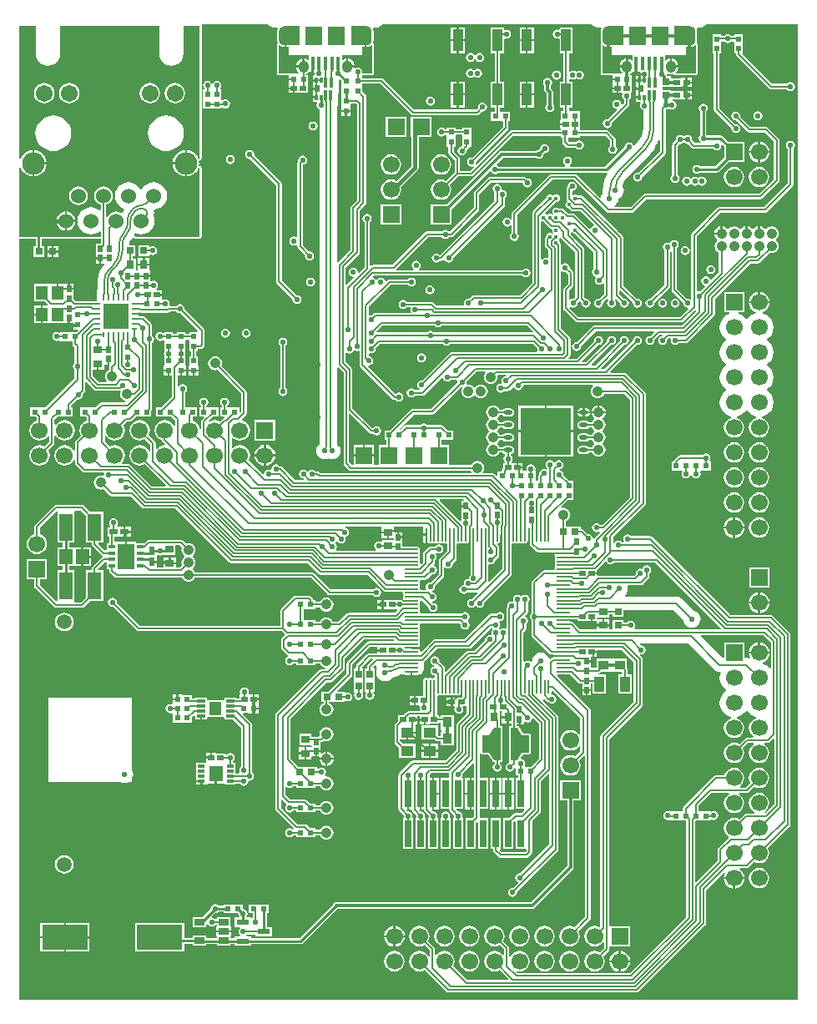
<source format=gtl>
G04 Layer_Physical_Order=1*
G04 Layer_Color=255*
%FSLAX43Y43*%
%MOMM*%
G71*
G01*
G75*
%ADD10C,0.180*%
%ADD11C,0.140*%
%ADD12C,0.140*%
%ADD13R,0.600X0.550*%
%ADD14R,0.800X0.650*%
%ADD15R,0.800X0.850*%
%ADD16R,0.500X0.650*%
%ADD17R,1.350X1.500*%
%ADD18C,0.550*%
%ADD19R,0.550X0.600*%
%ADD20R,1.400X2.800*%
%ADD21R,0.700X0.700*%
%ADD22R,1.000X0.950*%
%ADD23R,0.650X0.500*%
%ADD24R,0.600X0.900*%
%ADD25R,0.700X0.700*%
%ADD26R,0.540X0.800*%
%ADD27R,0.300X0.600*%
%ADD28R,0.300X1.000*%
%ADD29R,0.400X1.000*%
%ADD30R,0.400X1.350*%
%ADD31R,0.500X0.600*%
%ADD32R,1.000X2.250*%
%ADD33R,0.900X0.600*%
%ADD34R,4.600X2.500*%
%ADD35R,0.700X3.300*%
%ADD36R,1.300X0.600*%
%ADD37R,1.050X0.650*%
%ADD38R,1.300X1.400*%
%ADD39R,0.850X0.300*%
%ADD40R,0.230X0.480*%
%ADD41R,0.480X0.230*%
%ADD42R,2.600X2.600*%
%ADD43R,1.700X2.500*%
%ADD44R,0.675X0.350*%
%ADD45R,1.400X1.600*%
%ADD46R,0.700X0.300*%
%ADD47R,5.150X4.800*%
%ADD48O,0.900X0.450*%
%ADD49R,1.000X1.550*%
%ADD50R,0.950X1.000*%
%ADD51R,1.150X1.400*%
%ADD52R,1.300X1.050*%
%ADD53R,0.850X0.800*%
%ADD54R,0.740X2.790*%
%ADD55O,0.250X1.400*%
%ADD56O,1.400X0.250*%
%ADD57R,0.650X0.800*%
%ADD58C,0.200*%
%ADD59C,0.250*%
%ADD60C,0.300*%
%ADD61C,0.400*%
%ADD62R,0.900X0.300*%
%ADD63R,1.800X1.900*%
%ADD64R,0.300X0.900*%
%ADD65C,1.050*%
%ADD66C,1.500*%
%ADD67C,1.524*%
%ADD68C,1.702*%
%ADD69C,2.286*%
%ADD70C,3.600*%
G04:AMPARAMS|DCode=71|XSize=2.1mm|YSize=1.9mm|CornerRadius=0.494mm|HoleSize=0mm|Usage=FLASHONLY|Rotation=0.000|XOffset=0mm|YOffset=0mm|HoleType=Round|Shape=RoundedRectangle|*
%AMROUNDEDRECTD71*
21,1,2.100,0.912,0,0,0.0*
21,1,1.112,1.900,0,0,0.0*
1,1,0.988,0.556,-0.456*
1,1,0.988,-0.556,-0.456*
1,1,0.988,-0.556,0.456*
1,1,0.988,0.556,0.456*
%
%ADD71ROUNDEDRECTD71*%
G04:AMPARAMS|DCode=72|XSize=1.05mm|YSize=1.25mm|CornerRadius=0.525mm|HoleSize=0mm|Usage=FLASHONLY|Rotation=180.000|XOffset=0mm|YOffset=0mm|HoleType=Round|Shape=RoundedRectangle|*
%AMROUNDEDRECTD72*
21,1,1.050,0.200,0,0,180.0*
21,1,0.000,1.250,0,0,180.0*
1,1,1.050,0.000,0.100*
1,1,1.050,0.000,0.100*
1,1,1.050,0.000,-0.100*
1,1,1.050,0.000,-0.100*
%
%ADD72ROUNDEDRECTD72*%
%ADD73C,1.700*%
%ADD74R,1.700X1.700*%
%ADD75R,1.700X1.700*%
%ADD76C,0.400*%
%ADD77C,0.700*%
G36*
X-27382Y-31668D02*
X-27434Y-31795D01*
X-37446D01*
X-37476Y-31751D01*
X-37624Y-31651D01*
X-37800Y-31616D01*
X-37976Y-31651D01*
X-38124Y-31751D01*
X-38154Y-31795D01*
X-43168D01*
X-43221Y-31668D01*
X-42654Y-31100D01*
X-37357D01*
X-37324Y-31149D01*
X-37176Y-31249D01*
X-37000Y-31284D01*
X-36824Y-31249D01*
X-36676Y-31149D01*
X-36643Y-31100D01*
X-27949D01*
X-27382Y-31668D01*
D02*
G37*
G36*
X-26948Y-33373D02*
X-26959Y-33425D01*
X-26924Y-33601D01*
X-26896Y-33643D01*
X-26964Y-33770D01*
X-35625D01*
X-35732Y-33791D01*
X-35823Y-33852D01*
X-38598Y-36627D01*
X-38650Y-36616D01*
X-38826Y-36651D01*
X-38974Y-36751D01*
X-39074Y-36899D01*
X-39109Y-37075D01*
X-39074Y-37251D01*
X-38974Y-37399D01*
X-38835Y-37493D01*
X-38834Y-37502D01*
X-38912Y-37620D01*
X-39371D01*
X-39401Y-37576D01*
X-39549Y-37476D01*
X-39725Y-37441D01*
X-39901Y-37476D01*
X-40049Y-37576D01*
X-40149Y-37724D01*
X-40184Y-37900D01*
X-40149Y-38076D01*
X-40049Y-38224D01*
X-39901Y-38324D01*
X-39725Y-38359D01*
X-39549Y-38324D01*
X-39401Y-38224D01*
X-39371Y-38180D01*
X-38575D01*
X-38468Y-38159D01*
X-38377Y-38098D01*
X-36649Y-36371D01*
X-36511Y-36413D01*
X-36499Y-36476D01*
X-36399Y-36624D01*
X-36251Y-36724D01*
X-36075Y-36759D01*
X-35899Y-36724D01*
X-35751Y-36624D01*
X-35721Y-36580D01*
X-35111D01*
X-35045Y-36643D01*
X-35013Y-36696D01*
X-35034Y-36800D01*
X-35023Y-36852D01*
X-37722Y-39551D01*
X-39596D01*
X-39596Y-39551D01*
X-39703Y-39572D01*
X-39794Y-39633D01*
X-41911Y-41750D01*
X-42440D01*
Y-42650D01*
X-42275D01*
Y-43220D01*
X-43020D01*
Y-45245D01*
X-43485D01*
Y-44345D01*
X-44535D01*
X-45585D01*
Y-45245D01*
X-45734D01*
X-46045Y-44934D01*
Y-40083D01*
X-45927Y-40034D01*
X-43986Y-41975D01*
X-43986Y-41975D01*
X-43896Y-42036D01*
X-43788Y-42057D01*
X-43788Y-42057D01*
X-43579D01*
X-43549Y-42101D01*
X-43401Y-42201D01*
X-43225Y-42236D01*
X-43049Y-42201D01*
X-42901Y-42101D01*
X-42801Y-41952D01*
X-42766Y-41777D01*
X-42801Y-41601D01*
X-42901Y-41452D01*
X-43049Y-41353D01*
X-43225Y-41318D01*
X-43401Y-41353D01*
X-43549Y-41452D01*
X-43558Y-41465D01*
X-43694Y-41474D01*
X-45695Y-39474D01*
Y-35575D01*
X-45716Y-35468D01*
X-45777Y-35377D01*
X-46395Y-34759D01*
Y-33905D01*
X-46268Y-33837D01*
X-46176Y-33899D01*
X-46000Y-33934D01*
X-45824Y-33899D01*
X-45676Y-33799D01*
X-45576Y-33651D01*
X-45441Y-33622D01*
X-45401Y-33649D01*
X-45225Y-33684D01*
X-45082Y-33655D01*
X-44955Y-33727D01*
Y-35075D01*
X-44934Y-35182D01*
X-44873Y-35273D01*
X-41623Y-38524D01*
X-41532Y-38584D01*
X-41425Y-38606D01*
X-41354D01*
X-41324Y-38650D01*
X-41176Y-38749D01*
X-41000Y-38784D01*
X-40824Y-38749D01*
X-40676Y-38650D01*
X-40576Y-38501D01*
X-40541Y-38325D01*
X-40576Y-38150D01*
X-40676Y-38001D01*
X-40824Y-37902D01*
X-41000Y-37867D01*
X-41176Y-37902D01*
X-41324Y-38001D01*
X-41350Y-38003D01*
X-44100Y-35253D01*
X-44063Y-35165D01*
X-44042Y-35132D01*
X-43874Y-35099D01*
X-43726Y-34999D01*
X-43626Y-34851D01*
X-43591Y-34675D01*
X-43626Y-34499D01*
X-43726Y-34351D01*
X-43874Y-34251D01*
X-44045Y-34217D01*
Y-33969D01*
X-43918Y-33885D01*
X-43800Y-33909D01*
X-43624Y-33874D01*
X-43476Y-33774D01*
X-43376Y-33626D01*
X-43341Y-33450D01*
X-43352Y-33398D01*
X-42884Y-32930D01*
X-36529D01*
X-36499Y-32974D01*
X-36351Y-33074D01*
X-36175Y-33109D01*
X-35999Y-33074D01*
X-35851Y-32974D01*
X-35821Y-32930D01*
X-27391D01*
X-26948Y-33373D01*
D02*
G37*
G36*
X-63524Y-29699D02*
X-63376Y-29799D01*
X-63200Y-29834D01*
X-63148Y-29823D01*
X-61374Y-31598D01*
X-61426Y-31725D01*
X-62250D01*
Y-31920D01*
X-62625D01*
Y-31725D01*
X-63525D01*
Y-31920D01*
X-63900D01*
Y-31725D01*
X-64800D01*
Y-31802D01*
X-64833Y-31826D01*
X-64927Y-31858D01*
X-65049Y-31776D01*
X-65225Y-31741D01*
X-65401Y-31776D01*
X-65549Y-31876D01*
X-65649Y-32024D01*
X-65684Y-32200D01*
X-65649Y-32376D01*
X-65549Y-32524D01*
X-65401Y-32624D01*
X-65225Y-32659D01*
X-65049Y-32624D01*
X-64927Y-32542D01*
X-64833Y-32574D01*
X-64800Y-32598D01*
X-64800Y-32675D01*
X-64800Y-32802D01*
Y-33675D01*
X-64800Y-33675D01*
X-64785Y-33802D01*
X-64809Y-33924D01*
X-64784Y-34048D01*
X-64800Y-34175D01*
X-64800D01*
X-64800Y-34175D01*
Y-35125D01*
X-64825Y-35150D01*
X-64825D01*
Y-35550D01*
X-64350D01*
Y-35650D01*
X-64250D01*
Y-36150D01*
X-63980D01*
Y-38298D01*
X-65082Y-39400D01*
X-65625D01*
Y-40300D01*
X-64752D01*
X-64675Y-40300D01*
Y-40300D01*
X-64625D01*
Y-40300D01*
X-64082D01*
X-63670Y-40712D01*
Y-41253D01*
X-63797Y-41278D01*
X-63835Y-41188D01*
X-63999Y-40974D01*
X-64213Y-40810D01*
X-64462Y-40706D01*
X-64730Y-40671D01*
X-64998Y-40706D01*
X-65247Y-40810D01*
X-65461Y-40974D01*
X-65625Y-41188D01*
X-65729Y-41437D01*
X-65764Y-41705D01*
X-65729Y-41973D01*
X-65625Y-42222D01*
X-65461Y-42436D01*
X-65247Y-42600D01*
X-64999Y-42703D01*
X-64989Y-42751D01*
X-64928Y-42842D01*
X-64673Y-43097D01*
X-64712Y-43176D01*
X-64738Y-43212D01*
X-64998Y-43246D01*
X-65247Y-43350D01*
X-65461Y-43514D01*
X-65510Y-43578D01*
X-65637Y-43535D01*
Y-43057D01*
X-65658Y-42950D01*
X-65719Y-42859D01*
X-65719Y-42859D01*
X-66369Y-42209D01*
X-66271Y-41973D01*
X-66236Y-41705D01*
X-66271Y-41437D01*
X-66375Y-41188D01*
X-66539Y-40974D01*
X-66753Y-40810D01*
X-67002Y-40706D01*
X-67270Y-40671D01*
X-67538Y-40706D01*
X-67787Y-40810D01*
X-68001Y-40974D01*
X-68165Y-41188D01*
X-68269Y-41437D01*
X-68304Y-41705D01*
X-68269Y-41973D01*
X-68165Y-42222D01*
X-68001Y-42436D01*
X-67787Y-42600D01*
X-67538Y-42704D01*
X-67270Y-42739D01*
X-67002Y-42704D01*
X-66766Y-42606D01*
X-66198Y-43174D01*
Y-43823D01*
X-66325Y-43848D01*
X-66375Y-43728D01*
X-66539Y-43514D01*
X-66753Y-43350D01*
X-67002Y-43246D01*
X-67270Y-43211D01*
X-67538Y-43246D01*
X-67787Y-43350D01*
X-68001Y-43514D01*
X-68165Y-43728D01*
X-68269Y-43977D01*
X-68304Y-44245D01*
X-68269Y-44513D01*
X-68165Y-44762D01*
X-68001Y-44976D01*
X-67787Y-45140D01*
X-67538Y-45244D01*
X-67270Y-45279D01*
X-67002Y-45244D01*
X-66766Y-45146D01*
X-64629Y-47282D01*
X-64678Y-47400D01*
X-66019D01*
X-68232Y-45187D01*
X-68323Y-45126D01*
X-68430Y-45105D01*
X-69049D01*
X-69090Y-44984D01*
X-69079Y-44976D01*
X-68915Y-44762D01*
X-68811Y-44513D01*
X-68776Y-44245D01*
X-68811Y-43977D01*
X-68915Y-43728D01*
X-69079Y-43514D01*
X-69293Y-43350D01*
X-69542Y-43246D01*
X-69810Y-43211D01*
X-70078Y-43246D01*
X-70324Y-43349D01*
X-70819Y-42854D01*
Y-42274D01*
X-70754Y-42244D01*
X-70692Y-42239D01*
X-70541Y-42436D01*
X-70327Y-42600D01*
X-70078Y-42704D01*
X-69810Y-42739D01*
X-69542Y-42704D01*
X-69293Y-42600D01*
X-69079Y-42436D01*
X-68915Y-42222D01*
X-68811Y-41973D01*
X-68776Y-41705D01*
X-68811Y-41437D01*
X-68914Y-41191D01*
X-68513Y-40791D01*
X-68245D01*
X-68142Y-40770D01*
X-68054Y-40711D01*
X-67643Y-40300D01*
X-67100D01*
Y-40300D01*
X-67050D01*
Y-40300D01*
X-66100D01*
Y-39757D01*
X-66084Y-39741D01*
X-66025Y-39653D01*
X-66005Y-39550D01*
Y-32836D01*
X-65951Y-32799D01*
X-65851Y-32651D01*
X-65816Y-32475D01*
X-65851Y-32299D01*
X-65951Y-32151D01*
X-66005Y-32114D01*
Y-31100D01*
X-66025Y-30997D01*
X-66084Y-30909D01*
X-66804Y-30189D01*
X-66892Y-30130D01*
X-66995Y-30109D01*
X-67400D01*
Y-29980D01*
X-67840D01*
Y-29780D01*
X-67331D01*
X-67273Y-29749D01*
X-67257Y-29759D01*
X-67150Y-29780D01*
X-64450D01*
X-64343Y-29759D01*
X-64252Y-29698D01*
X-64209Y-29655D01*
X-63554D01*
X-63524Y-29699D01*
D02*
G37*
G36*
X-30506Y-52875D02*
X-30500Y-52905D01*
Y-53267D01*
X-30480Y-53283D01*
Y-55759D01*
X-31801Y-57079D01*
X-31905Y-57032D01*
X-31920Y-57018D01*
Y-55377D01*
X-31793Y-55305D01*
X-31650Y-55334D01*
X-31474Y-55299D01*
X-31326Y-55199D01*
X-31226Y-55051D01*
X-31192Y-54878D01*
X-30902Y-54588D01*
X-30902Y-54588D01*
X-30841Y-54497D01*
X-30820Y-54389D01*
X-30820Y-54389D01*
Y-53600D01*
X-30841Y-53493D01*
X-30902Y-53402D01*
X-31002Y-53301D01*
X-31002Y-53296D01*
X-30952Y-53171D01*
X-30883Y-53158D01*
X-30823Y-53117D01*
X-30727Y-53181D01*
X-30700Y-53186D01*
Y-52905D01*
X-30694Y-52875D01*
Y-52300D01*
X-30506D01*
Y-52875D01*
D02*
G37*
G36*
X-42725Y-51450D02*
Y-51950D01*
X-42100D01*
Y-52050D01*
X-42000D01*
Y-52650D01*
X-41525D01*
Y-52875D01*
X-42700D01*
Y-52973D01*
X-42827Y-53041D01*
X-42849Y-53026D01*
X-43025Y-52991D01*
X-43201Y-53026D01*
X-43349Y-53126D01*
X-43449Y-53274D01*
X-43484Y-53450D01*
X-43449Y-53626D01*
X-43349Y-53774D01*
X-43322Y-53793D01*
X-43361Y-53920D01*
X-47295D01*
X-47363Y-53793D01*
X-47301Y-53701D01*
X-47266Y-53525D01*
X-47301Y-53349D01*
X-47401Y-53201D01*
X-47380Y-53085D01*
X-47316Y-53014D01*
X-47186Y-53020D01*
X-47149Y-53074D01*
X-47001Y-53174D01*
X-46825Y-53209D01*
X-46649Y-53174D01*
X-46501Y-53074D01*
X-46401Y-52926D01*
X-46366Y-52750D01*
X-46401Y-52574D01*
X-46365Y-52487D01*
X-46299Y-52474D01*
X-46151Y-52374D01*
X-46051Y-52226D01*
X-46016Y-52050D01*
X-46051Y-51874D01*
X-46151Y-51726D01*
X-46299Y-51626D01*
X-46444Y-51597D01*
X-46465Y-51573D01*
X-46407Y-51446D01*
X-42850D01*
X-42725Y-51450D01*
D02*
G37*
G36*
X-61175Y-14169D02*
X-61302Y-14194D01*
X-61405Y-13946D01*
X-61620Y-13665D01*
X-61901Y-13450D01*
X-62227Y-13315D01*
X-62478Y-13282D01*
Y-14623D01*
Y-15964D01*
X-62227Y-15931D01*
X-61901Y-15796D01*
X-61620Y-15581D01*
X-61405Y-15300D01*
X-61302Y-15052D01*
X-61175Y-15077D01*
Y-22075D01*
X-67765D01*
X-67841Y-21948D01*
X-67712Y-21707D01*
X-67506Y-21792D01*
X-67150Y-21839D01*
X-66794Y-21792D01*
X-66463Y-21655D01*
X-66179Y-21436D01*
X-65960Y-21152D01*
X-65823Y-20821D01*
X-65776Y-20465D01*
X-65823Y-20109D01*
X-65876Y-19982D01*
X-65856Y-19935D01*
X-65821Y-19668D01*
X-65821D01*
X-65853Y-19423D01*
X-65796Y-19318D01*
X-65762Y-19283D01*
X-65524Y-19252D01*
X-65193Y-19115D01*
X-64909Y-18896D01*
X-64690Y-18612D01*
X-64553Y-18281D01*
X-64506Y-17925D01*
X-64553Y-17569D01*
X-64690Y-17238D01*
X-64909Y-16954D01*
X-65193Y-16735D01*
X-65524Y-16598D01*
X-65880Y-16551D01*
X-66236Y-16598D01*
X-66567Y-16735D01*
X-66851Y-16954D01*
X-67070Y-17238D01*
X-67087Y-17279D01*
X-67214D01*
X-67230Y-17238D01*
X-67449Y-16954D01*
X-67733Y-16735D01*
X-68064Y-16598D01*
X-68420Y-16551D01*
X-68776Y-16598D01*
X-69107Y-16735D01*
X-69391Y-16954D01*
X-69610Y-17238D01*
X-69747Y-17569D01*
X-69794Y-17925D01*
X-69747Y-18281D01*
X-69610Y-18612D01*
X-69391Y-18896D01*
X-69107Y-19115D01*
X-68915Y-19194D01*
X-68872Y-19314D01*
X-69034Y-19617D01*
X-69043Y-19648D01*
X-69164Y-19687D01*
X-69217Y-19647D01*
X-69445Y-19552D01*
X-69690Y-19520D01*
X-69935Y-19552D01*
X-70163Y-19647D01*
X-70358Y-19797D01*
X-70508Y-19992D01*
X-70553Y-20099D01*
X-70680Y-20074D01*
Y-18823D01*
X-70487Y-18743D01*
X-70292Y-18593D01*
X-70142Y-18398D01*
X-70047Y-18170D01*
X-70015Y-17925D01*
X-70047Y-17680D01*
X-70142Y-17452D01*
X-70292Y-17257D01*
X-70487Y-17107D01*
X-70715Y-17012D01*
X-70960Y-16980D01*
X-71205Y-17012D01*
X-71433Y-17107D01*
X-71628Y-17257D01*
X-71778Y-17452D01*
X-71873Y-17680D01*
X-71905Y-17925D01*
X-71873Y-18170D01*
X-71778Y-18398D01*
X-71628Y-18593D01*
X-71433Y-18743D01*
X-71240Y-18823D01*
Y-19348D01*
X-71367Y-19410D01*
X-71543Y-19275D01*
X-71874Y-19138D01*
X-72230Y-19091D01*
X-72586Y-19138D01*
X-72917Y-19275D01*
X-73201Y-19494D01*
X-73420Y-19778D01*
X-73557Y-20109D01*
X-73604Y-20465D01*
X-73557Y-20821D01*
X-73420Y-21152D01*
X-73201Y-21436D01*
X-72917Y-21655D01*
X-72586Y-21792D01*
X-72230Y-21839D01*
X-71874Y-21792D01*
X-71543Y-21655D01*
X-71367Y-21520D01*
X-71240Y-21582D01*
Y-22075D01*
X-79471D01*
Y-15088D01*
X-79344Y-15063D01*
X-79245Y-15300D01*
X-79030Y-15581D01*
X-78749Y-15796D01*
X-78423Y-15931D01*
X-78172Y-15964D01*
Y-14623D01*
Y-13282D01*
X-78423Y-13315D01*
X-78749Y-13450D01*
X-79030Y-13665D01*
X-79245Y-13946D01*
X-79344Y-14183D01*
X-79471Y-14158D01*
Y-708D01*
X-77808D01*
Y-3500D01*
X-77815D01*
X-77808Y-3600D01*
X-77803Y-3625D01*
X-77791Y-3688D01*
X-77790Y-3690D01*
X-77772Y-3820D01*
X-77649Y-4118D01*
X-77453Y-4374D01*
X-77197Y-4570D01*
X-76899Y-4693D01*
X-76579Y-4736D01*
X-76259Y-4693D01*
X-75961Y-4570D01*
X-75705Y-4374D01*
X-75509Y-4118D01*
X-75386Y-3820D01*
X-75368Y-3690D01*
X-75367Y-3688D01*
X-75355Y-3625D01*
X-75350Y-3600D01*
X-75343Y-3500D01*
X-75350D01*
Y-708D01*
X-65300D01*
Y-3500D01*
X-65306D01*
X-65264Y-3820D01*
X-65141Y-4118D01*
X-64945Y-4374D01*
X-64689Y-4570D01*
X-64391Y-4693D01*
X-64071Y-4736D01*
X-63751Y-4693D01*
X-63453Y-4570D01*
X-63197Y-4374D01*
X-63001Y-4118D01*
X-62877Y-3820D01*
X-62835Y-3500D01*
X-62841D01*
Y-708D01*
X-61175D01*
Y-14169D01*
D02*
G37*
G36*
X-34413Y-48748D02*
X-34481Y-48875D01*
X-34650D01*
Y-49300D01*
X-34200D01*
Y-49500D01*
X-34650D01*
Y-49925D01*
X-34625D01*
Y-50850D01*
X-34625D01*
X-34625Y-50850D01*
X-34647Y-50875D01*
X-34813Y-50883D01*
X-36859Y-48838D01*
X-36810Y-48720D01*
X-34432D01*
X-34413Y-48748D01*
D02*
G37*
G36*
X-10850Y-5475D02*
X-12933D01*
X-12919Y-5464D01*
X-12890Y-5439D01*
X-12862Y-5413D01*
X-12836Y-5385D01*
X-12811Y-5356D01*
X-12788Y-5326D01*
X-12767Y-5295D01*
X-12747Y-5263D01*
X-12729Y-5229D01*
X-12712Y-5195D01*
X-12698Y-5160D01*
X-12685Y-5124D01*
X-12674Y-5088D01*
X-12666Y-5051D01*
X-12659Y-5013D01*
X-12654Y-4976D01*
X-12651Y-4938D01*
X-12650Y-4900D01*
X-13375D01*
Y-4800D01*
X-13475D01*
Y-3982D01*
X-13488Y-3984D01*
X-13526Y-3991D01*
X-13563Y-3999D01*
X-13599Y-4010D01*
X-13635Y-4023D01*
X-13670Y-4037D01*
X-13704Y-4054D01*
X-13738Y-4072D01*
X-13770Y-4092D01*
X-13801Y-4113D01*
X-13831Y-4136D01*
X-13860Y-4161D01*
X-13888Y-4187D01*
X-13914Y-4215D01*
X-13925Y-4228D01*
Y-3650D01*
X-11850D01*
Y-2825D01*
X-11394D01*
X-11358Y-2824D01*
X-11321Y-2821D01*
X-11285Y-2817D01*
X-11250Y-2810D01*
X-11214Y-2802D01*
X-11179Y-2791D01*
X-11145Y-2779D01*
X-11112Y-2765D01*
X-11079Y-2750D01*
X-11047Y-2732D01*
X-11016Y-2713D01*
X-10986Y-2693D01*
X-10957Y-2671D01*
X-10929Y-2647D01*
X-10903Y-2622D01*
X-10878Y-2596D01*
X-10854Y-2568D01*
X-10850Y-2562D01*
X-10850Y-5475D01*
D02*
G37*
G36*
X-70350Y-35092D02*
X-70320Y-35148D01*
X-70337Y-35175D01*
X-70358Y-35278D01*
Y-35579D01*
X-70441Y-35614D01*
X-70587Y-35726D01*
X-70699Y-35872D01*
X-70769Y-36042D01*
X-70794Y-36225D01*
X-70769Y-36408D01*
X-70699Y-36578D01*
X-70621Y-36680D01*
X-70679Y-36807D01*
X-71444D01*
X-72055Y-36196D01*
Y-35575D01*
X-71625D01*
Y-34975D01*
X-71425D01*
Y-35575D01*
X-70900D01*
Y-35148D01*
X-70900Y-35021D01*
X-70550D01*
Y-34496D01*
X-70350D01*
Y-35092D01*
D02*
G37*
G36*
X-43684Y-5475D02*
X-44711D01*
X-44708Y-5463D01*
X-44704Y-5434D01*
X-44701Y-5404D01*
X-44700Y-5375D01*
X-44701Y-5346D01*
X-44704Y-5316D01*
X-44708Y-5287D01*
X-44715Y-5258D01*
X-44724Y-5230D01*
X-44734Y-5203D01*
X-44746Y-5176D01*
X-44760Y-5150D01*
X-44776Y-5125D01*
X-44793Y-5101D01*
X-44811Y-5078D01*
X-44832Y-5057D01*
X-44853Y-5036D01*
X-44876Y-5018D01*
X-44900Y-5001D01*
X-44925Y-4985D01*
X-44951Y-4971D01*
X-44978Y-4959D01*
X-45005Y-4949D01*
X-45033Y-4940D01*
X-45062Y-4933D01*
X-45091Y-4929D01*
X-45121Y-4926D01*
X-45150Y-4925D01*
X-45179Y-4926D01*
X-45209Y-4929D01*
X-45238Y-4933D01*
X-45267Y-4940D01*
X-45295Y-4949D01*
X-45322Y-4959D01*
X-45349Y-4971D01*
X-45375Y-4985D01*
X-45400Y-5001D01*
X-45424Y-5018D01*
X-45447Y-5036D01*
X-45468Y-5057D01*
X-45489Y-5078D01*
X-45507Y-5101D01*
X-45516Y-5113D01*
X-45508Y-5088D01*
X-45500Y-5051D01*
X-45493Y-5013D01*
X-45488Y-4976D01*
X-45485Y-4938D01*
X-45484Y-4900D01*
X-46209D01*
Y-4800D01*
X-46309D01*
Y-3982D01*
X-46322Y-3984D01*
X-46360Y-3991D01*
X-46397Y-3999D01*
X-46433Y-4010D01*
X-46469Y-4023D01*
X-46504Y-4037D01*
X-46538Y-4054D01*
X-46572Y-4072D01*
X-46604Y-4092D01*
X-46635Y-4113D01*
X-46665Y-4136D01*
X-46694Y-4161D01*
X-46722Y-4187D01*
X-46748Y-4215D01*
X-46759Y-4228D01*
Y-3650D01*
X-44684D01*
Y-2825D01*
X-44228D01*
X-44192Y-2824D01*
X-44155Y-2821D01*
X-44119Y-2817D01*
X-44084Y-2810D01*
X-44048Y-2802D01*
X-44013Y-2791D01*
X-43979Y-2779D01*
X-43946Y-2765D01*
X-43913Y-2750D01*
X-43881Y-2732D01*
X-43850Y-2713D01*
X-43820Y-2693D01*
X-43791Y-2671D01*
X-43763Y-2647D01*
X-43737Y-2622D01*
X-43712Y-2596D01*
X-43688Y-2568D01*
X-43684Y-2562D01*
X-43684Y-5475D01*
D02*
G37*
G36*
X-24534Y-22182D02*
X-24473Y-22273D01*
X-23080Y-23666D01*
Y-28209D01*
X-23248Y-28376D01*
X-23300Y-28366D01*
X-23476Y-28401D01*
X-23618Y-28496D01*
X-23655Y-28488D01*
X-23745Y-28452D01*
Y-27541D01*
X-23352Y-27148D01*
X-23291Y-27057D01*
X-23270Y-26950D01*
Y-25777D01*
X-23270Y-25777D01*
X-23291Y-25670D01*
X-23352Y-25579D01*
X-23352Y-25579D01*
X-23653Y-25278D01*
X-23642Y-25226D01*
X-23677Y-25051D01*
X-23777Y-24902D01*
X-23926Y-24802D01*
X-24101Y-24767D01*
X-24277Y-24802D01*
X-24418Y-24896D01*
X-24460Y-24887D01*
X-24545Y-24851D01*
Y-22925D01*
X-24566Y-22818D01*
X-24627Y-22727D01*
X-24646Y-22707D01*
X-24672Y-22579D01*
X-24755Y-22455D01*
X-24749Y-22336D01*
X-24672Y-22221D01*
X-24664Y-22181D01*
X-24534D01*
X-24534Y-22182D01*
D02*
G37*
G36*
X-54069Y-715D02*
X-53762Y-842D01*
X-53433Y-885D01*
X-53359Y-876D01*
X-53270Y-992D01*
X-53292Y-1044D01*
X-53300Y-1107D01*
X-53306Y-1139D01*
X-53305Y-1148D01*
X-53308Y-1157D01*
X-53310Y-1180D01*
X-53315Y-1219D01*
Y-2131D01*
X-53309Y-2172D01*
X-53308Y-2191D01*
X-53306Y-2198D01*
X-53306Y-2205D01*
X-53299Y-2250D01*
X-53299Y-2252D01*
X-53292Y-2306D01*
X-53268Y-2363D01*
X-53262Y-2380D01*
X-53293Y-2421D01*
X-53300Y-2429D01*
X-53310Y-2436D01*
X-53323Y-2455D01*
X-53339Y-2473D01*
X-53342Y-2484D01*
X-53349Y-2494D01*
X-53353Y-2517D01*
X-53361Y-2539D01*
X-53360Y-2551D01*
X-53362Y-2562D01*
Y-5475D01*
X-53349Y-5543D01*
X-53310Y-5601D01*
X-53252Y-5640D01*
X-53184Y-5653D01*
X-52153D01*
Y-6025D01*
X-51653D01*
Y-6225D01*
X-52153D01*
Y-6575D01*
X-52153D01*
Y-6925D01*
X-51628D01*
Y-7025D01*
X-51528D01*
Y-7475D01*
X-51103D01*
Y-7450D01*
X-50178D01*
Y-6600D01*
X-50178D01*
Y-6575D01*
X-50178D01*
Y-5675D01*
X-50379D01*
Y-5542D01*
X-50306Y-5511D01*
X-50160Y-5399D01*
X-50122Y-5350D01*
X-49834D01*
Y-4475D01*
X-49634D01*
Y-5350D01*
X-49629D01*
X-49549Y-5448D01*
X-49559Y-5500D01*
X-49539Y-5598D01*
X-49632Y-5725D01*
X-49734D01*
Y-6125D01*
X-49384D01*
Y-6325D01*
X-49734D01*
Y-6725D01*
Y-6975D01*
X-49264D01*
Y-7175D01*
X-49734D01*
Y-7675D01*
Y-7825D01*
X-49384D01*
Y-8025D01*
X-49734D01*
Y-8425D01*
X-49376D01*
X-49304Y-8529D01*
X-49308Y-8552D01*
X-49343Y-8725D01*
X-49308Y-8901D01*
X-49208Y-9049D01*
X-49060Y-9149D01*
X-49020Y-9157D01*
Y-43064D01*
X-49133Y-43151D01*
X-49273Y-43334D01*
X-49361Y-43547D01*
X-49392Y-43775D01*
X-49361Y-44003D01*
X-49273Y-44216D01*
X-49133Y-44399D01*
X-48950Y-44539D01*
X-48737Y-44627D01*
X-48509Y-44658D01*
X-48281Y-44627D01*
X-48134Y-44567D01*
X-47987Y-44627D01*
X-47759Y-44658D01*
X-47531Y-44627D01*
X-47318Y-44539D01*
X-47135Y-44399D01*
X-46995Y-44216D01*
X-46907Y-44003D01*
X-46876Y-43775D01*
X-46907Y-43547D01*
X-46995Y-43334D01*
X-47135Y-43151D01*
X-47248Y-43064D01*
Y-35373D01*
X-47121Y-35320D01*
X-46605Y-35836D01*
Y-45050D01*
X-46584Y-45157D01*
X-46523Y-45248D01*
X-46048Y-45723D01*
X-45957Y-45784D01*
X-45850Y-45805D01*
X-33667D01*
X-33636Y-45878D01*
X-33579Y-45953D01*
X-33642Y-46080D01*
X-48923D01*
X-49056Y-45947D01*
X-49147Y-45886D01*
X-49255Y-45865D01*
X-49462D01*
X-49491Y-45821D01*
X-49640Y-45721D01*
X-49816Y-45686D01*
X-49991Y-45721D01*
X-50140Y-45821D01*
X-50174Y-45871D01*
X-50301D01*
X-50334Y-45821D01*
X-50483Y-45721D01*
X-50659Y-45686D01*
X-50834Y-45721D01*
X-50983Y-45821D01*
X-51083Y-45969D01*
X-51118Y-46145D01*
X-51083Y-46321D01*
X-50983Y-46469D01*
X-50834Y-46569D01*
X-50659Y-46604D01*
X-50642Y-46601D01*
X-50595Y-46653D01*
X-50651Y-46780D01*
X-51489D01*
X-52840Y-45429D01*
X-52930Y-45368D01*
X-53038Y-45347D01*
X-53099D01*
X-53128Y-45303D01*
X-53277Y-45203D01*
X-53453Y-45168D01*
X-53628Y-45203D01*
X-53777Y-45303D01*
X-53876Y-45452D01*
X-53911Y-45627D01*
X-53900Y-45687D01*
X-54014Y-45763D01*
X-54031Y-45752D01*
X-54206Y-45717D01*
X-54382Y-45752D01*
X-54531Y-45851D01*
X-54630Y-46000D01*
X-54655Y-46124D01*
X-54785Y-46173D01*
X-56209Y-44749D01*
X-56111Y-44513D01*
X-56076Y-44245D01*
X-56111Y-43977D01*
X-56215Y-43728D01*
X-56379Y-43514D01*
X-56593Y-43350D01*
X-56842Y-43246D01*
X-57110Y-43211D01*
X-57378Y-43246D01*
X-57627Y-43350D01*
X-57813Y-43492D01*
X-57940Y-43450D01*
Y-42500D01*
X-57813Y-42458D01*
X-57627Y-42600D01*
X-57378Y-42704D01*
X-57110Y-42739D01*
X-56842Y-42704D01*
X-56593Y-42600D01*
X-56379Y-42436D01*
X-56215Y-42222D01*
X-56111Y-41973D01*
X-56076Y-41705D01*
X-56111Y-41437D01*
X-56215Y-41188D01*
X-56379Y-40974D01*
X-56593Y-40810D01*
X-56842Y-40706D01*
X-56870Y-40703D01*
X-56911Y-40582D01*
X-56502Y-40173D01*
X-56441Y-40082D01*
X-56420Y-39975D01*
Y-37850D01*
X-56420Y-37850D01*
X-56441Y-37743D01*
X-56502Y-37652D01*
X-58973Y-35180D01*
X-58943Y-35108D01*
X-58919Y-34925D01*
X-58943Y-34742D01*
X-59014Y-34572D01*
X-59126Y-34426D01*
X-59272Y-34314D01*
X-59442Y-34243D01*
X-59625Y-34219D01*
X-59808Y-34243D01*
X-59978Y-34314D01*
X-60124Y-34426D01*
X-60236Y-34572D01*
X-60307Y-34742D01*
X-60331Y-34925D01*
X-60307Y-35108D01*
X-60236Y-35278D01*
X-60124Y-35424D01*
X-59978Y-35536D01*
X-59808Y-35607D01*
X-59625Y-35631D01*
X-59442Y-35607D01*
X-59370Y-35577D01*
X-56980Y-37966D01*
Y-39847D01*
X-57057Y-39910D01*
X-57175Y-39858D01*
Y-39400D01*
X-58048D01*
X-58125Y-39400D01*
Y-39400D01*
X-58175D01*
Y-39400D01*
X-58380D01*
Y-39236D01*
X-58326Y-39199D01*
X-58226Y-39051D01*
X-58191Y-38875D01*
X-58226Y-38699D01*
X-58326Y-38551D01*
X-58474Y-38451D01*
X-58650Y-38416D01*
X-58826Y-38451D01*
X-58974Y-38551D01*
X-59074Y-38699D01*
X-59109Y-38875D01*
X-59074Y-39051D01*
X-58974Y-39199D01*
X-58920Y-39236D01*
Y-39400D01*
X-59125D01*
Y-40300D01*
X-58760D01*
X-58754Y-40304D01*
X-58691Y-40427D01*
X-58717Y-40464D01*
X-58773Y-40475D01*
X-58861Y-40534D01*
X-59136Y-40809D01*
X-59382Y-40706D01*
X-59650Y-40671D01*
X-59918Y-40706D01*
X-60167Y-40810D01*
X-60193Y-40830D01*
X-60277Y-40734D01*
X-59843Y-40300D01*
X-59300D01*
Y-39400D01*
X-60173D01*
X-60250Y-39400D01*
Y-39400D01*
X-60300D01*
Y-39400D01*
X-60505D01*
Y-39236D01*
X-60451Y-39199D01*
X-60351Y-39051D01*
X-60316Y-38875D01*
X-60351Y-38699D01*
X-60451Y-38551D01*
X-60599Y-38451D01*
X-60775Y-38416D01*
X-60951Y-38451D01*
X-61099Y-38551D01*
X-61199Y-38699D01*
X-61234Y-38875D01*
X-61199Y-39051D01*
X-61099Y-39199D01*
X-61045Y-39236D01*
Y-39400D01*
X-61250D01*
Y-40300D01*
X-60773D01*
X-60724Y-40417D01*
X-60964Y-40657D01*
X-61023Y-40745D01*
X-61043Y-40848D01*
Y-41590D01*
X-61170Y-41598D01*
X-61191Y-41437D01*
X-61295Y-41188D01*
X-61459Y-40974D01*
X-61673Y-40810D01*
X-61920Y-40707D01*
Y-40300D01*
X-61425D01*
Y-39400D01*
X-62298D01*
X-62375Y-39400D01*
Y-39400D01*
X-62425D01*
Y-39400D01*
X-62630D01*
Y-37836D01*
X-62576Y-37799D01*
X-62476Y-37651D01*
X-62441Y-37475D01*
X-62476Y-37299D01*
X-62576Y-37151D01*
X-62724Y-37051D01*
X-62900Y-37016D01*
X-63076Y-37051D01*
X-63224Y-37151D01*
X-63313Y-37283D01*
X-63378Y-37282D01*
X-63440Y-37262D01*
Y-36150D01*
X-63175D01*
Y-35650D01*
X-63075D01*
Y-35550D01*
X-62600D01*
Y-35150D01*
X-62600D01*
X-62625Y-35125D01*
Y-34175D01*
X-62625Y-34175D01*
X-62641Y-34048D01*
X-62616Y-33924D01*
X-62640Y-33802D01*
X-62625Y-33675D01*
X-62625D01*
X-62625Y-33675D01*
Y-32802D01*
X-62625Y-32725D01*
X-62625Y-32570D01*
X-62535Y-32480D01*
X-62340D01*
X-62250Y-32570D01*
X-62250Y-32675D01*
X-62250Y-32802D01*
Y-33675D01*
X-62080D01*
Y-34175D01*
X-62250D01*
Y-35033D01*
X-62275Y-35150D01*
X-62275Y-35242D01*
Y-35550D01*
X-61800D01*
X-61325D01*
Y-35242D01*
X-61325Y-35150D01*
X-61350Y-35033D01*
Y-34175D01*
X-61520D01*
Y-33675D01*
X-61350D01*
Y-33480D01*
X-61100D01*
X-60993Y-33459D01*
X-60902Y-33398D01*
X-60752Y-33248D01*
X-60691Y-33157D01*
X-60670Y-33050D01*
Y-31625D01*
X-60670Y-31625D01*
X-60691Y-31518D01*
X-60752Y-31427D01*
X-60752Y-31427D01*
X-62752Y-29427D01*
X-62741Y-29375D01*
X-62776Y-29199D01*
X-62876Y-29051D01*
X-63024Y-28951D01*
X-63200Y-28916D01*
X-63376Y-28951D01*
X-63524Y-29051D01*
X-63554Y-29095D01*
X-64161D01*
X-64259Y-28968D01*
X-64241Y-28880D01*
X-64276Y-28704D01*
X-64376Y-28555D01*
X-64524Y-28456D01*
X-64700Y-28421D01*
X-64876Y-28456D01*
X-64923Y-28487D01*
X-64928Y-28485D01*
X-65025Y-28403D01*
Y-28075D01*
X-65550D01*
Y-27875D01*
X-65025D01*
Y-27525D01*
X-65608D01*
X-65647Y-27398D01*
X-65537Y-27324D01*
X-65437Y-27176D01*
X-65402Y-27000D01*
X-65437Y-26824D01*
X-65537Y-26676D01*
X-65686Y-26576D01*
X-65861Y-26541D01*
X-66037Y-26576D01*
X-66087Y-26610D01*
X-66200Y-26532D01*
Y-26150D01*
X-66650D01*
Y-25950D01*
X-66200D01*
X-66200Y-25525D01*
X-66250Y-25419D01*
Y-24975D01*
X-66850D01*
X-67450D01*
X-67450Y-25500D01*
X-67567Y-25525D01*
X-67569D01*
X-67675Y-25475D01*
Y-24275D01*
X-67970D01*
Y-24025D01*
X-67725D01*
Y-22975D01*
X-68354D01*
Y-22822D01*
X-68356Y-22806D01*
X-68311Y-22580D01*
X-68243Y-22478D01*
X-68168Y-22382D01*
X-68168Y-22382D01*
X-68026Y-22211D01*
X-67985Y-22201D01*
X-67908Y-22201D01*
X-67871Y-22218D01*
X-67851Y-22228D01*
X-67833Y-22240D01*
X-67820Y-22242D01*
X-67808Y-22248D01*
X-67786Y-22249D01*
X-67765Y-22253D01*
X-61175D01*
X-61107Y-22240D01*
X-61049Y-22201D01*
X-61010Y-22143D01*
X-60997Y-22075D01*
Y-15077D01*
X-61000Y-15060D01*
Y-15042D01*
X-61007Y-15026D01*
X-61010Y-15009D01*
X-61020Y-14994D01*
X-61027Y-14978D01*
X-61039Y-14966D01*
X-61049Y-14951D01*
X-61063Y-14941D01*
X-61076Y-14929D01*
X-61092Y-14922D01*
X-61107Y-14912D01*
X-61124Y-14909D01*
X-61140Y-14902D01*
X-61267Y-14877D01*
X-61280Y-14862D01*
X-61249Y-14623D01*
X-61280Y-14384D01*
X-61267Y-14369D01*
X-61140Y-14344D01*
X-61124Y-14337D01*
X-61107Y-14334D01*
X-61092Y-14324D01*
X-61076Y-14317D01*
X-61063Y-14305D01*
X-61049Y-14295D01*
X-61039Y-14280D01*
X-61027Y-14268D01*
X-61020Y-14252D01*
X-61010Y-14237D01*
X-61007Y-14220D01*
X-61000Y-14204D01*
Y-14186D01*
X-60997Y-14169D01*
Y-708D01*
X-61007Y-656D01*
X-60992Y-615D01*
X-60931Y-529D01*
X-54311D01*
X-54069Y-715D01*
D02*
G37*
G36*
X-19916Y-55075D02*
X-19849Y-55174D01*
X-19701Y-55274D01*
X-19525Y-55309D01*
X-19349Y-55274D01*
X-19201Y-55174D01*
X-19171Y-55130D01*
X-14951D01*
X-8279Y-61802D01*
X-8328Y-61920D01*
X-11163D01*
X-11167Y-61918D01*
X-11350Y-61894D01*
X-17044D01*
X-17112Y-61767D01*
X-17051Y-61676D01*
X-17016Y-61500D01*
X-17051Y-61324D01*
X-17151Y-61176D01*
X-17299Y-61076D01*
X-17475Y-61041D01*
X-17651Y-61076D01*
X-17799Y-61176D01*
X-17829Y-61220D01*
X-18225D01*
Y-60975D01*
X-19275D01*
Y-61894D01*
X-19625D01*
Y-61605D01*
X-20875D01*
Y-61894D01*
X-22600D01*
X-23199Y-61294D01*
X-23208Y-61283D01*
X-23219Y-61274D01*
X-23292Y-61202D01*
X-23383Y-61141D01*
X-23387Y-61100D01*
X-23520D01*
X-23536Y-61094D01*
X-23725Y-61069D01*
X-24300D01*
Y-60906D01*
X-23725D01*
X-23695Y-60900D01*
X-23333D01*
X-23317Y-60880D01*
X-22875D01*
Y-61025D01*
X-21950D01*
Y-61050D01*
X-21525D01*
Y-60600D01*
X-21325D01*
Y-61050D01*
X-20900D01*
X-20875Y-61167D01*
Y-61405D01*
X-20350D01*
Y-60905D01*
X-20875D01*
X-20900Y-60789D01*
Y-60787D01*
X-20850Y-60680D01*
X-19650D01*
Y-60386D01*
X-19275D01*
Y-60625D01*
X-18225D01*
Y-59981D01*
X-13123D01*
X-12115Y-60989D01*
X-12102Y-61084D01*
X-12014Y-61297D01*
X-11874Y-61480D01*
X-11691Y-61620D01*
X-11478Y-61708D01*
X-11250Y-61738D01*
X-11022Y-61708D01*
X-10809Y-61620D01*
X-10626Y-61480D01*
X-10486Y-61297D01*
X-10398Y-61084D01*
X-10367Y-60855D01*
X-10398Y-60627D01*
X-10486Y-60414D01*
X-10626Y-60231D01*
X-10809Y-60091D01*
X-11022Y-60003D01*
X-11116Y-59991D01*
X-12331Y-58776D01*
X-12477Y-58664D01*
X-12648Y-58593D01*
X-12830Y-58569D01*
X-18014D01*
X-18057Y-58442D01*
X-18001Y-58399D01*
X-17860Y-58216D01*
X-17772Y-58003D01*
X-17742Y-57775D01*
X-17772Y-57546D01*
X-17787Y-57511D01*
X-17716Y-57405D01*
X-16400D01*
X-16293Y-57384D01*
X-16202Y-57323D01*
X-15627Y-56748D01*
X-15566Y-56657D01*
X-15545Y-56550D01*
Y-56217D01*
X-15501Y-56188D01*
X-15401Y-56039D01*
X-15366Y-55864D01*
X-15401Y-55688D01*
X-15501Y-55539D01*
X-15649Y-55440D01*
X-15825Y-55405D01*
X-16001Y-55440D01*
X-16149Y-55539D01*
X-16249Y-55688D01*
X-16250Y-55692D01*
X-16300Y-55779D01*
X-16476Y-55744D01*
X-16651Y-55779D01*
X-16800Y-55878D01*
X-16900Y-56027D01*
X-16935Y-56203D01*
X-16916Y-56296D01*
X-17114Y-56495D01*
X-20760D01*
X-20773Y-56497D01*
X-20900Y-56397D01*
Y-56300D01*
X-21425D01*
Y-56100D01*
X-20900D01*
Y-55879D01*
X-20065Y-55044D01*
X-19916Y-55075D01*
D02*
G37*
G36*
X-26343Y-20504D02*
X-25648Y-21198D01*
X-25557Y-21259D01*
X-25450Y-21280D01*
X-25393Y-21350D01*
X-25407Y-21425D01*
X-25378Y-21571D01*
X-25315Y-21665D01*
X-25314Y-21674D01*
X-25418Y-21787D01*
X-25435Y-21785D01*
X-25529Y-21722D01*
X-25675Y-21693D01*
X-25821Y-21722D01*
X-25945Y-21805D01*
X-26028Y-21929D01*
X-26054Y-22057D01*
X-26104Y-22108D01*
X-26165Y-22199D01*
X-26186Y-22306D01*
Y-22949D01*
X-26165Y-23056D01*
X-26104Y-23147D01*
X-25799Y-23452D01*
Y-24177D01*
X-25926Y-24246D01*
X-26075Y-24216D01*
X-26251Y-24251D01*
X-26399Y-24351D01*
X-26418Y-24378D01*
X-26545Y-24339D01*
Y-20570D01*
X-26418Y-20489D01*
X-26343Y-20504D01*
D02*
G37*
G36*
X-26755Y-71494D02*
Y-75010D01*
X-27572Y-75826D01*
X-28100D01*
Y-75826D01*
X-28150D01*
X-28196Y-75699D01*
X-28166Y-75550D01*
X-28201Y-75374D01*
X-28301Y-75226D01*
X-28449Y-75126D01*
X-28552Y-75106D01*
X-28619Y-74970D01*
X-28399Y-74603D01*
X-27800D01*
X-27732Y-74590D01*
X-27674Y-74551D01*
X-27635Y-74493D01*
X-27622Y-74425D01*
Y-72625D01*
X-27635Y-72557D01*
X-27674Y-72499D01*
X-27732Y-72460D01*
X-27800Y-72447D01*
X-28399D01*
X-28775Y-71820D01*
Y-71700D01*
X-28933D01*
X-28950Y-71697D01*
X-28995D01*
Y-71525D01*
X-28850D01*
Y-71000D01*
X-28650D01*
Y-71525D01*
X-28300D01*
Y-71323D01*
X-28173Y-71259D01*
X-28076Y-71324D01*
X-27900Y-71359D01*
X-27724Y-71324D01*
X-27576Y-71224D01*
X-27476Y-71076D01*
X-27456Y-70973D01*
X-27318Y-70931D01*
X-26755Y-71494D01*
D02*
G37*
G36*
X-3230Y-63222D02*
Y-65814D01*
X-3351Y-65855D01*
X-3396Y-65796D01*
X-3699Y-65563D01*
X-4051Y-65417D01*
X-4070Y-65415D01*
X-4087Y-65285D01*
X-3900Y-65207D01*
X-3681Y-65039D01*
X-3513Y-64820D01*
X-3407Y-64564D01*
X-3384Y-64390D01*
X-4430D01*
X-5476D01*
X-5453Y-64564D01*
X-5369Y-64767D01*
X-5466Y-64864D01*
X-5577Y-64818D01*
X-5760Y-64794D01*
X-5945D01*
Y-63265D01*
X-7995D01*
Y-64794D01*
X-8158D01*
X-10354Y-62598D01*
X-10305Y-62480D01*
X-3972D01*
X-3230Y-63222D01*
D02*
G37*
G36*
X-38490Y-51573D02*
X-38506Y-51598D01*
X-38531Y-51725D01*
Y-52200D01*
X-38200D01*
Y-52300D01*
X-38106D01*
Y-52875D01*
X-38100Y-52905D01*
Y-53186D01*
X-38073Y-53181D01*
X-37978Y-53117D01*
X-37917Y-53158D01*
X-37800Y-53181D01*
X-37683Y-53158D01*
X-37600Y-53102D01*
X-37517Y-53158D01*
X-37400Y-53181D01*
X-37283Y-53158D01*
X-37200Y-53102D01*
X-37117Y-53158D01*
X-37000Y-53181D01*
X-36883Y-53158D01*
X-36800Y-53102D01*
X-36717Y-53158D01*
X-36600Y-53181D01*
X-36483Y-53158D01*
X-36400Y-53102D01*
X-36317Y-53158D01*
X-36200Y-53181D01*
X-36080Y-53287D01*
Y-53934D01*
X-36848Y-54702D01*
X-36909Y-54793D01*
X-36930Y-54900D01*
Y-56309D01*
X-37748Y-57127D01*
X-37800Y-57116D01*
X-37976Y-57151D01*
X-38124Y-57251D01*
X-38224Y-57399D01*
X-38259Y-57575D01*
X-38224Y-57751D01*
X-38196Y-57793D01*
X-38264Y-57920D01*
X-38713D01*
X-38819Y-57800D01*
X-38842Y-57683D01*
X-38898Y-57600D01*
X-38842Y-57517D01*
X-38819Y-57400D01*
X-38842Y-57283D01*
X-38898Y-57200D01*
X-38842Y-57117D01*
X-38819Y-57000D01*
X-38713Y-56880D01*
X-38325D01*
X-38218Y-56859D01*
X-38127Y-56798D01*
X-37627Y-56298D01*
X-37575Y-56309D01*
X-37399Y-56274D01*
X-37251Y-56174D01*
X-37151Y-56026D01*
X-37116Y-55850D01*
X-37151Y-55674D01*
X-37251Y-55526D01*
X-37385Y-55436D01*
X-37418Y-55363D01*
X-37436Y-55307D01*
X-37402Y-55273D01*
X-37341Y-55182D01*
X-37320Y-55075D01*
X-37320Y-55075D01*
Y-54854D01*
X-37276Y-54824D01*
X-37176Y-54676D01*
X-37141Y-54500D01*
X-37176Y-54324D01*
X-37233Y-54239D01*
X-37142Y-54147D01*
X-37091Y-54181D01*
X-36915Y-54216D01*
X-36739Y-54181D01*
X-36591Y-54082D01*
X-36491Y-53933D01*
X-36456Y-53757D01*
X-36491Y-53582D01*
X-36591Y-53433D01*
X-36739Y-53334D01*
X-36915Y-53299D01*
X-37091Y-53334D01*
X-37239Y-53433D01*
X-37271Y-53481D01*
X-37736D01*
X-37844Y-53502D01*
X-37935Y-53563D01*
X-38423Y-54052D01*
X-38484Y-54143D01*
X-38505Y-54250D01*
Y-55089D01*
X-38685Y-55269D01*
X-38817Y-55244D01*
X-38860Y-55143D01*
X-38842Y-55117D01*
X-38819Y-55000D01*
X-38842Y-54883D01*
X-38898Y-54800D01*
X-38842Y-54717D01*
X-38819Y-54600D01*
X-38842Y-54483D01*
X-38898Y-54400D01*
X-38842Y-54317D01*
X-38819Y-54200D01*
X-38842Y-54083D01*
X-38898Y-54000D01*
X-38842Y-53917D01*
X-38819Y-53800D01*
X-38842Y-53683D01*
X-38909Y-53584D01*
X-39008Y-53517D01*
X-39125Y-53494D01*
X-40275D01*
X-40392Y-53517D01*
X-40395Y-53520D01*
X-40650D01*
Y-53125D01*
X-40625D01*
Y-52700D01*
X-41075D01*
Y-52600D01*
X-41175D01*
Y-52075D01*
X-41475D01*
Y-51450D01*
X-41350Y-51446D01*
X-38557D01*
X-38490Y-51573D01*
D02*
G37*
G36*
X-33706Y-52875D02*
X-33700Y-52905D01*
Y-53267D01*
X-33680Y-53283D01*
Y-56346D01*
X-33724Y-56376D01*
X-33824Y-56524D01*
X-33854Y-56676D01*
X-33882Y-56721D01*
X-33968Y-56800D01*
X-34101Y-56826D01*
X-34249Y-56926D01*
X-34349Y-57074D01*
X-34384Y-57250D01*
X-34376Y-57292D01*
X-34400Y-57416D01*
X-34468Y-57430D01*
X-34576Y-57451D01*
X-34724Y-57551D01*
X-34824Y-57699D01*
X-34859Y-57875D01*
X-34824Y-58051D01*
X-34724Y-58199D01*
X-34576Y-58299D01*
X-34400Y-58334D01*
X-34224Y-58299D01*
X-34076Y-58199D01*
X-34046Y-58155D01*
X-33057D01*
X-33043Y-58170D01*
X-32996Y-58274D01*
X-33548Y-58827D01*
X-33600Y-58816D01*
X-33776Y-58851D01*
X-33924Y-58951D01*
X-34024Y-59099D01*
X-34059Y-59275D01*
X-34024Y-59451D01*
X-33924Y-59599D01*
X-33776Y-59699D01*
X-33600Y-59734D01*
X-33424Y-59699D01*
X-33276Y-59599D01*
X-33251Y-59563D01*
X-33124D01*
X-33099Y-59599D01*
X-32951Y-59699D01*
X-32775Y-59734D01*
X-32599Y-59699D01*
X-32451Y-59599D01*
X-32351Y-59451D01*
X-32316Y-59275D01*
X-32327Y-59223D01*
X-29602Y-56498D01*
X-29541Y-56407D01*
X-29520Y-56300D01*
Y-53287D01*
X-29400Y-53181D01*
X-29283Y-53158D01*
X-29200Y-53102D01*
X-29117Y-53158D01*
X-29000Y-53181D01*
X-28883Y-53158D01*
X-28800Y-53102D01*
X-28717Y-53158D01*
X-28600Y-53181D01*
X-28483Y-53158D01*
X-28400Y-53102D01*
X-28317Y-53158D01*
X-28200Y-53181D01*
X-28083Y-53158D01*
X-28022Y-53117D01*
X-27927Y-53181D01*
X-27900Y-53186D01*
Y-52905D01*
X-27894Y-52875D01*
Y-52300D01*
X-27706D01*
Y-52875D01*
X-27700Y-52905D01*
Y-53280D01*
X-27664Y-53309D01*
X-27659Y-53332D01*
X-27598Y-53423D01*
X-27023Y-53998D01*
X-26932Y-54059D01*
X-26825Y-54080D01*
X-26825Y-54080D01*
X-25283D01*
X-25267Y-54100D01*
X-24905D01*
X-24875Y-54106D01*
X-24300D01*
Y-54294D01*
X-24875D01*
X-24905Y-54300D01*
X-25186D01*
X-25181Y-54327D01*
X-25117Y-54423D01*
X-25158Y-54483D01*
X-25181Y-54600D01*
X-25158Y-54717D01*
X-25102Y-54800D01*
X-25158Y-54883D01*
X-25181Y-55000D01*
X-25158Y-55117D01*
X-25102Y-55200D01*
X-25158Y-55283D01*
X-25181Y-55400D01*
X-25158Y-55517D01*
X-25102Y-55600D01*
X-25158Y-55683D01*
X-25181Y-55800D01*
X-25287Y-55920D01*
X-26250D01*
X-26357Y-55941D01*
X-26448Y-56002D01*
X-27423Y-56977D01*
X-27484Y-57068D01*
X-27505Y-57175D01*
Y-60246D01*
X-27549Y-60276D01*
X-27649Y-60424D01*
X-27684Y-60600D01*
X-27649Y-60776D01*
X-27549Y-60924D01*
X-27505Y-60954D01*
Y-62450D01*
X-27484Y-62557D01*
X-27423Y-62648D01*
X-25673Y-64398D01*
X-25582Y-64459D01*
X-25475Y-64480D01*
X-25475Y-64480D01*
X-25283D01*
X-25267Y-64500D01*
X-24905D01*
X-24875Y-64506D01*
X-24300D01*
Y-64694D01*
X-24875D01*
X-24905Y-64700D01*
X-25267D01*
X-25269Y-64703D01*
X-25312Y-64722D01*
X-25407Y-64741D01*
X-25498Y-64802D01*
X-25605Y-64909D01*
X-25737Y-64861D01*
X-25811Y-64684D01*
X-25951Y-64501D01*
X-26134Y-64361D01*
X-26347Y-64273D01*
X-26575Y-64242D01*
X-26803Y-64273D01*
X-27016Y-64361D01*
X-27199Y-64501D01*
X-27339Y-64684D01*
X-27427Y-64897D01*
X-27440Y-64991D01*
X-27635Y-65186D01*
X-27724Y-65126D01*
X-27900Y-65091D01*
X-28076Y-65126D01*
X-28193Y-65204D01*
X-28320Y-65157D01*
Y-62215D01*
X-28128Y-62023D01*
X-28067Y-61932D01*
X-28046Y-61825D01*
Y-61407D01*
X-28002Y-61377D01*
X-27902Y-61229D01*
X-27868Y-61053D01*
X-27902Y-60877D01*
X-28002Y-60729D01*
X-28137Y-60638D01*
X-28164Y-60586D01*
X-28187Y-60509D01*
X-27964Y-60286D01*
X-27903Y-60195D01*
X-27882Y-60088D01*
X-27882Y-60087D01*
Y-59204D01*
X-27838Y-59174D01*
X-27739Y-59026D01*
X-27704Y-58850D01*
X-27739Y-58674D01*
X-27838Y-58526D01*
X-27987Y-58426D01*
X-28163Y-58391D01*
X-28338Y-58426D01*
X-28487Y-58526D01*
X-28601D01*
X-28749Y-58426D01*
X-28925Y-58391D01*
X-29101Y-58426D01*
X-29249Y-58526D01*
X-29349Y-58674D01*
X-29384Y-58850D01*
X-29355Y-58996D01*
X-29412Y-59077D01*
X-29448Y-59107D01*
X-29525Y-59091D01*
X-29701Y-59126D01*
X-29849Y-59226D01*
X-29949Y-59374D01*
X-29984Y-59550D01*
X-29973Y-59602D01*
X-29975Y-59603D01*
X-30036Y-59694D01*
X-30057Y-59801D01*
Y-61787D01*
X-30169Y-61847D01*
X-30199Y-61826D01*
X-30375Y-61791D01*
X-30551Y-61826D01*
X-30664Y-61902D01*
X-30723Y-61912D01*
X-30840Y-61811D01*
X-30834Y-61750D01*
X-30751Y-61626D01*
X-30716Y-61450D01*
X-30751Y-61274D01*
X-30821Y-61169D01*
X-30745Y-61055D01*
X-30725Y-61059D01*
X-30549Y-61024D01*
X-30401Y-60924D01*
X-30301Y-60776D01*
X-30266Y-60600D01*
X-30301Y-60424D01*
X-30401Y-60276D01*
X-30549Y-60176D01*
X-30725Y-60141D01*
X-30901Y-60176D01*
X-31049Y-60276D01*
X-31079Y-60320D01*
X-31600D01*
X-31707Y-60341D01*
X-31798Y-60402D01*
X-34316Y-62920D01*
X-37331D01*
X-37439Y-62941D01*
X-37530Y-63002D01*
X-38696Y-64168D01*
X-38829Y-64128D01*
X-38838Y-64107D01*
X-38842Y-64083D01*
X-38855Y-64064D01*
X-38876Y-64013D01*
X-38819Y-63927D01*
X-38814Y-63900D01*
X-39095D01*
X-39125Y-63894D01*
X-39700D01*
Y-63706D01*
X-39125D01*
X-39095Y-63700D01*
X-38814D01*
X-38819Y-63673D01*
X-38883Y-63578D01*
X-38842Y-63517D01*
X-38819Y-63400D01*
X-38842Y-63283D01*
X-38898Y-63200D01*
X-38842Y-63117D01*
X-38819Y-63000D01*
X-38842Y-62883D01*
X-38898Y-62800D01*
X-38842Y-62717D01*
X-38819Y-62600D01*
X-38842Y-62483D01*
X-38898Y-62400D01*
X-38842Y-62317D01*
X-38819Y-62200D01*
X-38842Y-62083D01*
X-38898Y-62000D01*
X-38842Y-61917D01*
X-38819Y-61800D01*
X-38842Y-61683D01*
X-38898Y-61600D01*
X-38842Y-61517D01*
X-38819Y-61400D01*
X-38713Y-61280D01*
X-34816D01*
X-34698Y-61398D01*
X-34709Y-61450D01*
X-34674Y-61626D01*
X-34574Y-61774D01*
X-34426Y-61874D01*
X-34250Y-61909D01*
X-34074Y-61874D01*
X-33926Y-61774D01*
X-33826Y-61626D01*
X-33791Y-61450D01*
X-33826Y-61274D01*
X-33926Y-61126D01*
X-33962Y-61101D01*
Y-60949D01*
X-33926Y-60924D01*
X-33826Y-60776D01*
X-33791Y-60600D01*
X-33826Y-60424D01*
X-33926Y-60276D01*
X-34074Y-60176D01*
X-34250Y-60141D01*
X-34426Y-60176D01*
X-34574Y-60276D01*
X-34604Y-60320D01*
X-38713D01*
X-38819Y-60200D01*
X-38842Y-60083D01*
X-38898Y-60000D01*
X-38842Y-59917D01*
X-38819Y-59800D01*
X-38842Y-59683D01*
X-38898Y-59600D01*
X-38842Y-59517D01*
X-38819Y-59400D01*
X-38842Y-59283D01*
X-38883Y-59222D01*
X-38819Y-59127D01*
X-38795Y-59006D01*
X-38769Y-58989D01*
X-38675Y-58947D01*
X-37973Y-59648D01*
X-37984Y-59700D01*
X-37949Y-59876D01*
X-37849Y-60024D01*
X-37701Y-60124D01*
X-37525Y-60159D01*
X-37349Y-60124D01*
X-37201Y-60024D01*
X-37101Y-59876D01*
X-37066Y-59700D01*
X-37101Y-59524D01*
X-37201Y-59376D01*
X-37349Y-59276D01*
X-37505Y-59245D01*
X-37549Y-59201D01*
X-37551Y-59198D01*
X-37490Y-59057D01*
X-37449Y-59049D01*
X-37301Y-58949D01*
X-37201Y-58801D01*
X-37166Y-58625D01*
X-37201Y-58449D01*
X-37301Y-58301D01*
X-37449Y-58201D01*
X-37585Y-58174D01*
X-37623Y-58128D01*
X-37624Y-58091D01*
X-37598Y-57981D01*
X-37476Y-57899D01*
X-37376Y-57751D01*
X-37341Y-57575D01*
X-37352Y-57523D01*
X-36452Y-56623D01*
X-36391Y-56532D01*
X-36370Y-56425D01*
Y-55668D01*
X-36243Y-55621D01*
X-36126Y-55699D01*
X-35950Y-55734D01*
X-35774Y-55699D01*
X-35626Y-55599D01*
X-35526Y-55451D01*
X-35491Y-55275D01*
X-35502Y-55223D01*
X-35202Y-54923D01*
X-35141Y-54832D01*
X-35120Y-54725D01*
Y-53287D01*
X-35000Y-53181D01*
X-34883Y-53158D01*
X-34800Y-53102D01*
X-34717Y-53158D01*
X-34600Y-53181D01*
X-34483Y-53158D01*
X-34400Y-53102D01*
X-34317Y-53158D01*
X-34200Y-53181D01*
X-34083Y-53158D01*
X-34022Y-53117D01*
X-33927Y-53181D01*
X-33900Y-53186D01*
Y-52905D01*
X-33894Y-52875D01*
Y-52300D01*
X-33706D01*
Y-52875D01*
D02*
G37*
G36*
X-46800Y-6258D02*
Y-6750D01*
X-46800D01*
Y-6800D01*
X-46800D01*
Y-7750D01*
X-46800D01*
Y-7825D01*
X-46800D01*
Y-8683D01*
X-46825Y-8800D01*
X-46825Y-8892D01*
Y-9200D01*
X-46350D01*
X-45875D01*
Y-8892D01*
X-45875Y-8800D01*
X-45895Y-8707D01*
X-45849Y-8619D01*
X-45810Y-8580D01*
X-45316D01*
X-45205Y-8691D01*
Y-18348D01*
X-45791Y-18935D01*
X-45852Y-19025D01*
X-45874Y-19133D01*
Y-23399D01*
X-47121Y-24646D01*
X-47248Y-24593D01*
Y-8825D01*
X-47134D01*
Y-7525D01*
X-47034D01*
Y-6190D01*
X-46917Y-6141D01*
X-46800Y-6258D01*
D02*
G37*
G36*
X-28500Y-72625D02*
X-27800D01*
Y-74425D01*
X-28500D01*
X-28950Y-75175D01*
X-29650D01*
Y-71875D01*
X-28950D01*
X-28500Y-72625D01*
D02*
G37*
G36*
X-30650Y-75175D02*
X-31350D01*
X-31800Y-74425D01*
X-32500D01*
Y-72625D01*
X-31800D01*
X-31350Y-71875D01*
X-30650D01*
Y-75175D01*
D02*
G37*
G36*
X-20346Y-2568D02*
X-20322Y-2596D01*
X-20297Y-2622D01*
X-20271Y-2647D01*
X-20243Y-2671D01*
X-20214Y-2693D01*
X-20184Y-2713D01*
X-20153Y-2732D01*
X-20121Y-2750D01*
X-20088Y-2765D01*
X-20055Y-2779D01*
X-20021Y-2791D01*
X-19986Y-2802D01*
X-19950Y-2810D01*
X-19915Y-2817D01*
X-19879Y-2821D01*
X-19842Y-2824D01*
X-19806Y-2825D01*
X-19350D01*
Y-3650D01*
X-17275D01*
Y-4228D01*
X-17286Y-4215D01*
X-17312Y-4187D01*
X-17340Y-4161D01*
X-17369Y-4136D01*
X-17399Y-4113D01*
X-17430Y-4092D01*
X-17462Y-4072D01*
X-17496Y-4054D01*
X-17530Y-4037D01*
X-17565Y-4023D01*
X-17601Y-4010D01*
X-17637Y-3999D01*
X-17674Y-3991D01*
X-17712Y-3984D01*
X-17725Y-3982D01*
Y-4800D01*
X-17825D01*
Y-4900D01*
X-18550D01*
X-18549Y-4938D01*
X-18546Y-4976D01*
X-18541Y-5013D01*
X-18534Y-5051D01*
X-18526Y-5088D01*
X-18515Y-5124D01*
X-18502Y-5160D01*
X-18488Y-5195D01*
X-18471Y-5229D01*
X-18453Y-5263D01*
X-18433Y-5295D01*
X-18412Y-5326D01*
X-18389Y-5356D01*
X-18364Y-5385D01*
X-18338Y-5413D01*
X-18310Y-5439D01*
X-18281Y-5464D01*
X-18267Y-5475D01*
X-20350D01*
Y-2562D01*
X-20346Y-2568D01*
D02*
G37*
G36*
X-529Y-99471D02*
X-79471D01*
Y-22253D01*
X-77831D01*
Y-23050D01*
X-78026D01*
Y-24100D01*
X-76976D01*
Y-23050D01*
X-77219D01*
Y-22253D01*
X-71240D01*
Y-22800D01*
X-71713D01*
Y-23725D01*
X-71738D01*
Y-24150D01*
X-71288D01*
Y-24250D01*
X-71188D01*
Y-24775D01*
X-70913D01*
X-70874Y-24854D01*
X-70866Y-24902D01*
X-71148Y-25246D01*
X-71364Y-25649D01*
X-71496Y-26086D01*
X-71541Y-26541D01*
X-71536D01*
Y-27430D01*
X-71665D01*
Y-28590D01*
X-71975D01*
Y-28599D01*
X-73784D01*
X-74025Y-28358D01*
Y-27905D01*
X-74000D01*
Y-27480D01*
X-74450D01*
Y-27380D01*
X-74550D01*
Y-26855D01*
X-75525D01*
Y-27755D01*
X-75725D01*
Y-26855D01*
X-76400D01*
X-76400Y-26855D01*
X-76400Y-26855D01*
X-76517Y-26880D01*
X-77975D01*
Y-28630D01*
X-76897D01*
X-76599Y-28928D01*
X-76651Y-29055D01*
X-77125D01*
Y-29955D01*
Y-30855D01*
X-76450D01*
X-76450Y-30855D01*
X-76450Y-30855D01*
X-76333Y-30830D01*
X-74900D01*
Y-30855D01*
X-74550D01*
Y-30330D01*
X-74350D01*
Y-30855D01*
X-74032D01*
Y-30880D01*
X-73557D01*
Y-31080D01*
X-74032D01*
Y-31480D01*
X-73573D01*
X-73524Y-31597D01*
X-73678Y-31750D01*
X-74248D01*
X-74325Y-31750D01*
X-74452Y-31750D01*
X-75325D01*
Y-31750D01*
X-75452Y-31808D01*
X-75499Y-31776D01*
X-75675Y-31741D01*
X-75851Y-31776D01*
X-75999Y-31876D01*
X-76099Y-32024D01*
X-76134Y-32200D01*
X-76099Y-32376D01*
X-75999Y-32524D01*
X-75851Y-32624D01*
X-75675Y-32659D01*
X-75499Y-32624D01*
X-75452Y-32592D01*
X-75325Y-32650D01*
Y-32650D01*
X-75325Y-32650D01*
X-74452D01*
X-74375Y-32650D01*
X-74248Y-32650D01*
X-74120D01*
Y-32900D01*
X-74100Y-33003D01*
X-74041Y-33091D01*
X-73870Y-33262D01*
Y-34856D01*
X-73924Y-34892D01*
X-74024Y-35041D01*
X-74059Y-35216D01*
X-74024Y-35392D01*
X-73924Y-35541D01*
X-73870Y-35577D01*
Y-36438D01*
X-76832Y-39400D01*
X-77375D01*
X-77375Y-39400D01*
X-77425D01*
Y-39400D01*
X-77502Y-39400D01*
X-78375D01*
Y-40300D01*
X-77832D01*
X-77695Y-40437D01*
Y-40706D01*
X-77698Y-40706D01*
X-77947Y-40810D01*
X-78161Y-40974D01*
X-78325Y-41188D01*
X-78429Y-41437D01*
X-78464Y-41705D01*
X-78429Y-41973D01*
X-78325Y-42222D01*
X-78161Y-42436D01*
X-77947Y-42600D01*
X-77698Y-42704D01*
X-77430Y-42739D01*
X-77162Y-42704D01*
X-76913Y-42600D01*
X-76699Y-42436D01*
X-76572Y-42271D01*
X-76445Y-42314D01*
Y-42878D01*
X-76916Y-43349D01*
X-77162Y-43246D01*
X-77430Y-43211D01*
X-77698Y-43246D01*
X-77947Y-43350D01*
X-78161Y-43514D01*
X-78325Y-43728D01*
X-78429Y-43977D01*
X-78464Y-44245D01*
X-78429Y-44513D01*
X-78325Y-44762D01*
X-78161Y-44976D01*
X-77947Y-45140D01*
X-77698Y-45244D01*
X-77430Y-45279D01*
X-77162Y-45244D01*
X-76913Y-45140D01*
X-76699Y-44976D01*
X-76535Y-44762D01*
X-76431Y-44513D01*
X-76396Y-44245D01*
X-76431Y-43977D01*
X-76534Y-43731D01*
X-75984Y-43181D01*
X-75925Y-43093D01*
X-75905Y-42990D01*
Y-42312D01*
X-75792Y-42231D01*
X-75778Y-42232D01*
X-75621Y-42436D01*
X-75407Y-42600D01*
X-75158Y-42704D01*
X-74890Y-42739D01*
X-74622Y-42704D01*
X-74373Y-42600D01*
X-74159Y-42436D01*
X-73995Y-42222D01*
X-73891Y-41973D01*
X-73856Y-41705D01*
X-73891Y-41437D01*
X-73995Y-41188D01*
X-74159Y-40974D01*
X-74373Y-40810D01*
X-74622Y-40706D01*
X-74890Y-40671D01*
X-75158Y-40706D01*
X-75407Y-40810D01*
X-75621Y-40974D01*
X-75778Y-41178D01*
X-75792Y-41179D01*
X-75905Y-41098D01*
Y-40612D01*
X-75593Y-40300D01*
X-75050D01*
Y-40300D01*
X-75000D01*
Y-40300D01*
X-74050D01*
Y-39400D01*
X-74255D01*
Y-39229D01*
X-73589Y-38563D01*
X-73525Y-38576D01*
X-73349Y-38541D01*
X-73201Y-38442D01*
X-73101Y-38293D01*
X-73066Y-38117D01*
X-73079Y-38053D01*
X-72859Y-37833D01*
X-72800Y-37746D01*
X-72780Y-37642D01*
Y-36868D01*
X-72662Y-36819D01*
X-71884Y-37598D01*
X-71796Y-37656D01*
X-71692Y-37677D01*
X-69277D01*
X-69208Y-37751D01*
X-69189Y-37796D01*
X-69220Y-37872D01*
X-69244Y-38055D01*
X-69220Y-38238D01*
X-69150Y-38408D01*
X-69037Y-38554D01*
X-68891Y-38666D01*
X-68745Y-38727D01*
X-68705Y-38804D01*
X-68690Y-38869D01*
X-68716Y-38905D01*
X-71150D01*
X-71253Y-38925D01*
X-71341Y-38984D01*
X-71757Y-39400D01*
X-72300D01*
X-72300Y-39400D01*
X-72350D01*
Y-39400D01*
X-72427Y-39400D01*
X-73300D01*
Y-40300D01*
X-72757D01*
X-72620Y-40437D01*
Y-40707D01*
X-72867Y-40810D01*
X-73081Y-40974D01*
X-73245Y-41188D01*
X-73349Y-41437D01*
X-73384Y-41705D01*
X-73349Y-41973D01*
X-73246Y-42219D01*
X-73780Y-42753D01*
X-73839Y-42841D01*
X-73859Y-42944D01*
Y-43723D01*
X-73986Y-43749D01*
X-73995Y-43728D01*
X-74159Y-43514D01*
X-74373Y-43350D01*
X-74622Y-43246D01*
X-74890Y-43211D01*
X-75158Y-43246D01*
X-75407Y-43350D01*
X-75621Y-43514D01*
X-75785Y-43728D01*
X-75889Y-43977D01*
X-75924Y-44245D01*
X-75889Y-44513D01*
X-75785Y-44762D01*
X-75621Y-44976D01*
X-75407Y-45140D01*
X-75158Y-45244D01*
X-74890Y-45279D01*
X-74622Y-45244D01*
X-74373Y-45140D01*
X-74159Y-44976D01*
X-73995Y-44762D01*
X-73986Y-44741D01*
X-73859Y-44767D01*
Y-45025D01*
X-73839Y-45128D01*
X-73780Y-45216D01*
X-73080Y-45916D01*
X-72992Y-45975D01*
X-72889Y-45995D01*
X-70962D01*
X-70883Y-46122D01*
X-70909Y-46250D01*
X-70903Y-46279D01*
X-71001Y-46360D01*
X-71042Y-46343D01*
X-71225Y-46319D01*
X-71408Y-46343D01*
X-71578Y-46414D01*
X-71724Y-46526D01*
X-71836Y-46672D01*
X-71907Y-46842D01*
X-71931Y-47025D01*
X-71907Y-47208D01*
X-71836Y-47378D01*
X-71724Y-47524D01*
X-71578Y-47636D01*
X-71408Y-47707D01*
X-71225Y-47731D01*
X-71042Y-47707D01*
X-70970Y-47677D01*
X-70323Y-48323D01*
X-70323Y-48323D01*
X-70232Y-48384D01*
X-70125Y-48405D01*
X-68168D01*
X-67025Y-49548D01*
X-66934Y-49609D01*
X-66827Y-49630D01*
X-66827Y-49630D01*
X-63648D01*
X-58185Y-55093D01*
X-58185Y-55093D01*
X-58094Y-55154D01*
X-57987Y-55175D01*
X-57987Y-55175D01*
X-50208D01*
X-49110Y-56273D01*
X-49019Y-56334D01*
X-48912Y-56355D01*
X-44172D01*
X-42529Y-57998D01*
X-42529Y-57998D01*
X-42438Y-58059D01*
X-42331Y-58080D01*
X-42331Y-58080D01*
X-40687D01*
X-40581Y-58200D01*
X-40558Y-58317D01*
X-40502Y-58400D01*
X-40558Y-58483D01*
X-40581Y-58600D01*
X-40558Y-58717D01*
X-40517Y-58778D01*
X-40581Y-58873D01*
X-40589Y-58914D01*
X-40724Y-58976D01*
X-40900Y-58941D01*
X-41050Y-58971D01*
X-41175Y-58975D01*
X-41175Y-58975D01*
X-41175Y-58975D01*
X-42100D01*
Y-58950D01*
X-42525D01*
Y-59400D01*
Y-59850D01*
X-42100D01*
Y-59825D01*
X-41175D01*
X-41175Y-59825D01*
X-41127Y-59827D01*
X-41100Y-59946D01*
X-41382Y-60228D01*
X-46069D01*
X-46176Y-60250D01*
X-46267Y-60311D01*
X-47076Y-61120D01*
X-47683D01*
X-47714Y-61047D01*
X-47826Y-60901D01*
X-47972Y-60789D01*
X-48142Y-60718D01*
X-48325Y-60694D01*
X-48508Y-60718D01*
X-48678Y-60789D01*
X-48824Y-60901D01*
X-48936Y-61047D01*
X-48967Y-61120D01*
X-49450D01*
Y-60950D01*
X-50400D01*
Y-60950D01*
X-50450D01*
Y-60950D01*
X-50645D01*
Y-59850D01*
X-50450D01*
Y-59850D01*
X-50400D01*
Y-59850D01*
X-49450D01*
Y-59680D01*
X-48967D01*
X-48936Y-59753D01*
X-48824Y-59899D01*
X-48678Y-60011D01*
X-48508Y-60082D01*
X-48325Y-60106D01*
X-48142Y-60082D01*
X-47972Y-60011D01*
X-47826Y-59899D01*
X-47714Y-59753D01*
X-47643Y-59583D01*
X-47619Y-59400D01*
X-47643Y-59217D01*
X-47714Y-59047D01*
X-47826Y-58901D01*
X-47972Y-58789D01*
X-48142Y-58718D01*
X-48325Y-58694D01*
X-48508Y-58718D01*
X-48678Y-58789D01*
X-48824Y-58901D01*
X-48936Y-59047D01*
X-48967Y-59120D01*
X-49450D01*
Y-58950D01*
X-49645D01*
X-49666Y-58843D01*
X-49727Y-58752D01*
X-49926Y-58552D01*
X-50017Y-58492D01*
X-50124Y-58470D01*
X-51452D01*
X-51560Y-58492D01*
X-51651Y-58552D01*
X-52948Y-59850D01*
X-53009Y-59941D01*
X-53030Y-60048D01*
Y-61520D01*
X-67284D01*
X-69602Y-59202D01*
X-69591Y-59150D01*
X-69626Y-58974D01*
X-69726Y-58826D01*
X-69874Y-58726D01*
X-70050Y-58691D01*
X-70226Y-58726D01*
X-70374Y-58826D01*
X-70474Y-58974D01*
X-70509Y-59150D01*
X-70474Y-59326D01*
X-70374Y-59474D01*
X-70226Y-59574D01*
X-70050Y-59609D01*
X-69998Y-59598D01*
X-67598Y-61998D01*
X-67598Y-61998D01*
X-67507Y-62059D01*
X-67400Y-62080D01*
X-52866D01*
X-52599Y-62348D01*
X-52593Y-62521D01*
X-52873Y-62802D01*
X-52934Y-62893D01*
X-52955Y-63000D01*
Y-63750D01*
X-52934Y-63857D01*
X-52873Y-63948D01*
X-52348Y-64473D01*
X-52257Y-64534D01*
X-52210Y-64543D01*
X-52210Y-64673D01*
X-52226Y-64676D01*
X-52374Y-64776D01*
X-52474Y-64924D01*
X-52509Y-65100D01*
X-52474Y-65276D01*
X-52374Y-65424D01*
X-52226Y-65524D01*
X-52050Y-65559D01*
X-51874Y-65524D01*
X-51726Y-65424D01*
X-51696Y-65380D01*
X-51400D01*
Y-65550D01*
X-50450D01*
X-50450Y-65550D01*
X-50400D01*
Y-65550D01*
X-50323Y-65550D01*
X-49450D01*
Y-65380D01*
X-48967D01*
X-48936Y-65453D01*
X-48824Y-65599D01*
X-48678Y-65711D01*
X-48508Y-65782D01*
X-48507Y-65782D01*
X-48431Y-65920D01*
X-48435Y-65928D01*
X-48847D01*
X-48955Y-65950D01*
X-49045Y-66010D01*
X-53423Y-70388D01*
X-53484Y-70479D01*
X-53505Y-70587D01*
Y-80103D01*
X-53484Y-80211D01*
X-53423Y-80302D01*
X-51682Y-82043D01*
X-51681Y-82047D01*
X-51723Y-82182D01*
X-51753Y-82187D01*
X-51874Y-82106D01*
X-52050Y-82071D01*
X-52226Y-82106D01*
X-52374Y-82206D01*
X-52474Y-82354D01*
X-52509Y-82530D01*
X-52474Y-82706D01*
X-52374Y-82854D01*
X-52226Y-82954D01*
X-52050Y-82989D01*
X-51874Y-82954D01*
X-51726Y-82854D01*
X-51696Y-82810D01*
X-51400D01*
Y-82980D01*
X-50450D01*
X-50450Y-82980D01*
X-50400D01*
Y-82980D01*
X-50323Y-82980D01*
X-49450D01*
Y-82810D01*
X-48967D01*
X-48936Y-82883D01*
X-48824Y-83029D01*
X-48678Y-83141D01*
X-48508Y-83212D01*
X-48325Y-83236D01*
X-48142Y-83212D01*
X-47972Y-83141D01*
X-47826Y-83029D01*
X-47714Y-82883D01*
X-47643Y-82713D01*
X-47619Y-82530D01*
X-47643Y-82347D01*
X-47714Y-82177D01*
X-47826Y-82031D01*
X-47972Y-81919D01*
X-48142Y-81848D01*
X-48325Y-81824D01*
X-48508Y-81848D01*
X-48678Y-81919D01*
X-48824Y-82031D01*
X-48936Y-82177D01*
X-48967Y-82250D01*
X-49450D01*
Y-82080D01*
X-49978D01*
X-50307Y-81752D01*
X-50398Y-81691D01*
X-50505Y-81670D01*
X-51262D01*
X-52945Y-79987D01*
Y-79193D01*
X-52827Y-79144D01*
X-52401Y-79571D01*
X-52378Y-79685D01*
X-52398Y-79741D01*
X-52474Y-79854D01*
X-52509Y-80030D01*
X-52474Y-80206D01*
X-52374Y-80354D01*
X-52226Y-80454D01*
X-52050Y-80489D01*
X-51874Y-80454D01*
X-51726Y-80354D01*
X-51696Y-80310D01*
X-51400D01*
Y-80480D01*
X-50450D01*
X-50450Y-80480D01*
X-50400D01*
Y-80480D01*
X-50323Y-80480D01*
X-49450D01*
Y-80310D01*
X-48967D01*
X-48936Y-80383D01*
X-48824Y-80529D01*
X-48678Y-80641D01*
X-48508Y-80712D01*
X-48325Y-80736D01*
X-48142Y-80712D01*
X-47972Y-80641D01*
X-47826Y-80529D01*
X-47714Y-80383D01*
X-47643Y-80213D01*
X-47619Y-80030D01*
X-47643Y-79847D01*
X-47714Y-79677D01*
X-47826Y-79531D01*
X-47972Y-79419D01*
X-48142Y-79348D01*
X-48325Y-79324D01*
X-48508Y-79348D01*
X-48678Y-79419D01*
X-48824Y-79531D01*
X-48936Y-79677D01*
X-48967Y-79750D01*
X-49450D01*
Y-79580D01*
X-49978D01*
X-50338Y-79220D01*
X-50429Y-79160D01*
X-50536Y-79138D01*
X-52040D01*
X-52495Y-78684D01*
Y-77903D01*
X-52405Y-77867D01*
X-52368Y-77859D01*
X-52226Y-77954D01*
X-52050Y-77989D01*
X-51874Y-77954D01*
X-51726Y-77854D01*
X-51696Y-77810D01*
X-51400D01*
Y-77980D01*
X-50450D01*
X-50450Y-77980D01*
X-50400D01*
Y-77980D01*
X-50323Y-77980D01*
X-49450D01*
Y-77810D01*
X-48967D01*
X-48936Y-77883D01*
X-48824Y-78029D01*
X-48678Y-78141D01*
X-48508Y-78212D01*
X-48325Y-78236D01*
X-48142Y-78212D01*
X-47972Y-78141D01*
X-47826Y-78029D01*
X-47714Y-77883D01*
X-47643Y-77713D01*
X-47619Y-77530D01*
X-47643Y-77347D01*
X-47714Y-77177D01*
X-47826Y-77031D01*
X-47972Y-76919D01*
X-48142Y-76848D01*
X-48325Y-76824D01*
X-48373Y-76830D01*
X-48511Y-76722D01*
X-48513Y-76708D01*
X-48501Y-76699D01*
X-48401Y-76551D01*
X-48366Y-76375D01*
X-48401Y-76199D01*
X-48501Y-76051D01*
X-48649Y-75951D01*
X-48825Y-75916D01*
X-49001Y-75951D01*
X-49123Y-76033D01*
X-49217Y-76001D01*
X-49250Y-75977D01*
Y-75850D01*
X-50400D01*
X-50400Y-75850D01*
X-50450D01*
Y-75850D01*
X-50527Y-75850D01*
X-51128D01*
X-51970Y-75009D01*
Y-70971D01*
X-48294Y-67295D01*
X-47902D01*
X-47795Y-67274D01*
X-47704Y-67213D01*
X-46527Y-66036D01*
X-46466Y-65945D01*
X-46445Y-65838D01*
Y-64907D01*
X-44493Y-62955D01*
X-41492D01*
X-41465Y-62993D01*
X-41530Y-63120D01*
X-44022D01*
X-44022Y-63120D01*
X-44130Y-63141D01*
X-44221Y-63202D01*
X-46198Y-65179D01*
X-46259Y-65270D01*
X-46280Y-65378D01*
Y-66374D01*
X-48163Y-68256D01*
X-48842D01*
Y-69256D01*
X-48605D01*
Y-69388D01*
X-48678Y-69419D01*
X-48824Y-69531D01*
X-48936Y-69677D01*
X-49007Y-69847D01*
X-49031Y-70030D01*
X-49007Y-70213D01*
X-48936Y-70383D01*
X-48824Y-70529D01*
X-48678Y-70641D01*
X-48508Y-70712D01*
X-48325Y-70736D01*
X-48142Y-70712D01*
X-47972Y-70641D01*
X-47826Y-70529D01*
X-47714Y-70383D01*
X-47643Y-70213D01*
X-47619Y-70030D01*
X-47643Y-69847D01*
X-47714Y-69677D01*
X-47826Y-69531D01*
X-47972Y-69419D01*
X-48045Y-69388D01*
Y-69256D01*
X-47769D01*
X-47692Y-69256D01*
Y-69256D01*
X-47642D01*
Y-69256D01*
X-46492D01*
Y-69221D01*
X-46380Y-69161D01*
X-46351Y-69180D01*
X-46175Y-69215D01*
X-45999Y-69180D01*
X-45851Y-69081D01*
X-45751Y-68932D01*
X-45716Y-68756D01*
X-45751Y-68581D01*
X-45851Y-68432D01*
X-45999Y-68332D01*
X-46175Y-68298D01*
X-46351Y-68332D01*
X-46380Y-68352D01*
X-46492Y-68292D01*
Y-68256D01*
X-47204D01*
X-47253Y-68139D01*
X-45802Y-66688D01*
X-45802Y-66688D01*
X-45741Y-66597D01*
X-45720Y-66490D01*
X-45720Y-66490D01*
Y-65494D01*
X-43906Y-63680D01*
X-43150D01*
Y-63950D01*
X-42625D01*
Y-64150D01*
X-43150D01*
Y-64320D01*
X-43985D01*
X-44092Y-64341D01*
X-44183Y-64402D01*
X-45273Y-65492D01*
X-45334Y-65583D01*
X-45355Y-65690D01*
Y-65865D01*
X-45575D01*
Y-66938D01*
X-45575Y-67015D01*
X-45575Y-67142D01*
Y-68215D01*
X-45505D01*
X-45437Y-68342D01*
X-45499Y-68434D01*
X-45534Y-68610D01*
X-45499Y-68786D01*
X-45399Y-68934D01*
X-45251Y-69034D01*
X-45075Y-69069D01*
X-44899Y-69034D01*
X-44751Y-68934D01*
X-44651Y-68786D01*
X-44616Y-68610D01*
X-44651Y-68434D01*
X-44713Y-68342D01*
X-44645Y-68215D01*
X-44575D01*
Y-67142D01*
X-44575Y-67065D01*
X-44575Y-66938D01*
Y-65865D01*
X-44674D01*
X-44726Y-65738D01*
X-43869Y-64880D01*
X-43678D01*
X-43629Y-64998D01*
X-44123Y-65492D01*
X-44184Y-65583D01*
X-44205Y-65690D01*
Y-65865D01*
X-44425D01*
Y-66938D01*
X-44425Y-67015D01*
X-44425Y-67142D01*
Y-68215D01*
X-44333D01*
X-44332Y-68216D01*
X-44277Y-68342D01*
X-44349Y-68449D01*
X-44384Y-68625D01*
X-44349Y-68801D01*
X-44249Y-68949D01*
X-44101Y-69049D01*
X-43925Y-69084D01*
X-43749Y-69049D01*
X-43601Y-68949D01*
X-43501Y-68801D01*
X-43466Y-68625D01*
X-43501Y-68449D01*
X-43573Y-68342D01*
X-43518Y-68216D01*
X-43517Y-68215D01*
X-43425D01*
Y-67142D01*
X-43425Y-67065D01*
X-43425Y-66938D01*
Y-65865D01*
X-43524D01*
X-43576Y-65738D01*
X-43379Y-65541D01*
X-43251Y-65592D01*
X-43227Y-65768D01*
X-43167Y-65915D01*
X-43227Y-66062D01*
X-43258Y-66290D01*
X-43227Y-66518D01*
X-43139Y-66731D01*
X-42999Y-66914D01*
X-42816Y-67054D01*
X-42603Y-67142D01*
X-42375Y-67173D01*
X-42147Y-67142D01*
X-41934Y-67054D01*
X-41751Y-66914D01*
X-41664Y-66801D01*
X-41364Y-66761D01*
X-41047Y-66630D01*
X-40859Y-66486D01*
X-40554D01*
X-40495Y-66494D01*
X-40464Y-66506D01*
X-40277Y-66531D01*
X-40275Y-66531D01*
X-39125D01*
X-39123Y-66531D01*
X-38936Y-66506D01*
X-38759Y-66433D01*
X-38608Y-66317D01*
X-38492Y-66166D01*
X-38419Y-65989D01*
X-38394Y-65800D01*
X-38419Y-65611D01*
X-38423Y-65600D01*
X-38419Y-65589D01*
X-38394Y-65400D01*
X-38419Y-65211D01*
X-38428Y-65188D01*
X-37095Y-63855D01*
X-33835D01*
X-33728Y-63834D01*
X-33637Y-63773D01*
X-31680Y-61816D01*
X-31529Y-61816D01*
X-31460Y-61885D01*
X-31466Y-61950D01*
X-31549Y-62074D01*
X-31584Y-62250D01*
X-31551Y-62416D01*
X-31553Y-62421D01*
X-31578Y-62456D01*
X-31640Y-62518D01*
X-31775Y-62491D01*
X-31951Y-62526D01*
X-32099Y-62626D01*
X-32199Y-62774D01*
X-32234Y-62950D01*
X-32223Y-63002D01*
X-33291Y-64070D01*
X-33925D01*
X-34032Y-64091D01*
X-34123Y-64152D01*
X-34123Y-64152D01*
X-36202Y-66231D01*
X-36320Y-66182D01*
Y-65825D01*
X-36341Y-65718D01*
X-36402Y-65627D01*
X-36877Y-65152D01*
X-36866Y-65100D01*
X-36901Y-64924D01*
X-37001Y-64776D01*
X-37149Y-64676D01*
X-37325Y-64641D01*
X-37501Y-64676D01*
X-37649Y-64776D01*
X-37749Y-64924D01*
X-37784Y-65100D01*
X-37749Y-65276D01*
X-37649Y-65424D01*
X-37501Y-65524D01*
X-37381Y-65548D01*
Y-65677D01*
X-37501Y-65701D01*
X-37649Y-65801D01*
X-37749Y-65949D01*
X-37784Y-66125D01*
X-37749Y-66301D01*
X-37649Y-66449D01*
X-37501Y-66549D01*
X-37325Y-66584D01*
X-37307Y-66599D01*
X-37305Y-66735D01*
X-37400Y-66819D01*
X-37517Y-66842D01*
X-37600Y-66898D01*
X-37683Y-66842D01*
X-37800Y-66819D01*
X-37917Y-66842D01*
X-38000Y-66898D01*
X-38083Y-66842D01*
X-38200Y-66819D01*
X-38317Y-66842D01*
X-38416Y-66909D01*
X-38483Y-67008D01*
X-38506Y-67125D01*
Y-68275D01*
X-38483Y-68392D01*
X-38480Y-68395D01*
Y-68700D01*
X-38825D01*
Y-68675D01*
X-39250D01*
Y-69125D01*
Y-69575D01*
X-38927D01*
X-38905Y-69591D01*
X-38834Y-69702D01*
X-38859Y-69825D01*
X-38824Y-70001D01*
X-38796Y-70043D01*
X-38864Y-70170D01*
X-39925D01*
X-40032Y-70191D01*
X-40123Y-70252D01*
X-40522Y-70650D01*
X-41050D01*
Y-71178D01*
X-41348Y-71477D01*
X-41409Y-71568D01*
X-41430Y-71675D01*
Y-73350D01*
X-41409Y-73457D01*
X-41348Y-73548D01*
X-40950Y-73947D01*
Y-74925D01*
X-39300D01*
Y-73525D01*
X-40578D01*
X-40870Y-73234D01*
Y-73100D01*
X-40225D01*
Y-72375D01*
X-40125D01*
Y-72275D01*
X-39275D01*
Y-71650D01*
X-39275D01*
X-39270Y-71525D01*
X-39075D01*
Y-71175D01*
X-39600D01*
Y-70975D01*
X-39075D01*
Y-70730D01*
X-38875D01*
Y-70975D01*
X-38350D01*
Y-71075D01*
X-38250D01*
Y-71525D01*
X-37825D01*
Y-71500D01*
X-36900D01*
Y-71355D01*
X-36700D01*
Y-71975D01*
X-36700D01*
X-36699Y-72324D01*
X-36700Y-72325D01*
X-36700D01*
Y-72720D01*
X-36934D01*
X-37000Y-72653D01*
Y-71675D01*
X-38650D01*
Y-73075D01*
X-37372D01*
X-37248Y-73198D01*
X-37157Y-73259D01*
X-37050Y-73280D01*
X-36700D01*
Y-73675D01*
X-35400D01*
Y-72500D01*
X-35400D01*
Y-71800D01*
X-35400D01*
Y-70625D01*
X-36700D01*
Y-70795D01*
X-36900D01*
Y-70650D01*
X-37120D01*
Y-68687D01*
X-37000Y-68581D01*
X-36883Y-68558D01*
X-36800Y-68502D01*
X-36717Y-68558D01*
X-36600Y-68581D01*
X-36483Y-68558D01*
X-36400Y-68502D01*
X-36317Y-68558D01*
X-36200Y-68581D01*
X-36083Y-68558D01*
X-36000Y-68502D01*
X-35917Y-68558D01*
X-35800Y-68581D01*
X-35683Y-68558D01*
X-35600Y-68502D01*
X-35517Y-68558D01*
X-35400Y-68581D01*
X-35283Y-68558D01*
X-35200Y-68502D01*
X-35117Y-68558D01*
X-35000Y-68581D01*
X-34883Y-68558D01*
X-34822Y-68517D01*
X-34727Y-68581D01*
X-34600Y-68606D01*
X-34579Y-68602D01*
X-34578Y-68603D01*
X-34516Y-68719D01*
X-34622Y-68825D01*
X-35075D01*
Y-68800D01*
X-35500D01*
Y-69250D01*
Y-69700D01*
X-35377D01*
X-35309Y-69827D01*
X-35324Y-69849D01*
X-35359Y-70025D01*
X-35324Y-70201D01*
X-35224Y-70349D01*
X-35076Y-70449D01*
X-34900Y-70484D01*
X-34724Y-70449D01*
X-34576Y-70349D01*
X-34476Y-70201D01*
X-34441Y-70025D01*
X-34476Y-69849D01*
X-34508Y-69802D01*
X-34440Y-69675D01*
X-34150D01*
X-34080Y-69773D01*
Y-70437D01*
X-35084Y-71441D01*
X-35145Y-71532D01*
X-35166Y-71639D01*
Y-74120D01*
X-36275Y-75228D01*
X-39557D01*
X-39665Y-75250D01*
X-39756Y-75311D01*
X-40951Y-76505D01*
X-41011Y-76596D01*
X-41033Y-76704D01*
Y-80133D01*
X-41011Y-80240D01*
X-40951Y-80331D01*
X-40488Y-80793D01*
X-40499Y-80845D01*
X-40480Y-80938D01*
X-40575Y-81065D01*
X-40585D01*
Y-84205D01*
X-39495D01*
Y-81065D01*
X-39505D01*
X-39600Y-80938D01*
X-39581Y-80845D01*
X-39616Y-80669D01*
X-39716Y-80521D01*
X-39864Y-80421D01*
X-40040Y-80386D01*
X-40092Y-80397D01*
X-40211Y-80277D01*
X-40163Y-80160D01*
X-40140D01*
Y-78565D01*
X-39940D01*
Y-80160D01*
X-39680D01*
Y-80215D01*
X-39659Y-80322D01*
X-39598Y-80413D01*
X-39218Y-80793D01*
X-39229Y-80845D01*
X-39210Y-80938D01*
X-39305Y-81065D01*
X-39315D01*
Y-84205D01*
X-38225D01*
Y-81065D01*
X-38235D01*
X-38330Y-80938D01*
X-38311Y-80845D01*
X-38346Y-80669D01*
X-38446Y-80521D01*
X-38594Y-80421D01*
X-38770Y-80386D01*
X-38822Y-80397D01*
X-38941Y-80277D01*
X-38893Y-80160D01*
X-38870D01*
Y-78565D01*
X-38670D01*
Y-80160D01*
X-38430D01*
Y-80195D01*
X-38409Y-80302D01*
X-38348Y-80393D01*
X-37948Y-80793D01*
X-37959Y-80845D01*
X-37940Y-80938D01*
X-38035Y-81065D01*
X-38045D01*
Y-84205D01*
X-36955D01*
Y-81065D01*
X-36965D01*
X-37060Y-80938D01*
X-37041Y-80845D01*
X-37076Y-80669D01*
X-37176Y-80521D01*
X-37324Y-80421D01*
X-37500Y-80386D01*
X-37552Y-80397D01*
X-37671Y-80277D01*
X-37623Y-80160D01*
X-37600D01*
Y-78565D01*
Y-76970D01*
X-37870D01*
Y-76652D01*
X-37706Y-76489D01*
X-35869D01*
X-35860Y-76496D01*
Y-76995D01*
X-36775D01*
Y-80135D01*
X-35860D01*
Y-80210D01*
X-35839Y-80317D01*
X-35778Y-80408D01*
X-35406Y-80781D01*
X-35419Y-80845D01*
X-35400Y-80938D01*
X-35495Y-81065D01*
X-35505D01*
Y-84205D01*
X-34415D01*
Y-81065D01*
X-34425D01*
X-34520Y-80938D01*
X-34501Y-80845D01*
X-34536Y-80669D01*
X-34636Y-80521D01*
X-34784Y-80421D01*
X-34960Y-80386D01*
X-34999Y-80394D01*
X-35141Y-80252D01*
X-35093Y-80135D01*
X-34415D01*
Y-76995D01*
X-34530D01*
X-34598Y-76868D01*
X-34536Y-76776D01*
X-34501Y-76600D01*
X-34512Y-76548D01*
X-33468Y-75504D01*
X-33350Y-75553D01*
Y-76970D01*
X-33590D01*
Y-78565D01*
Y-80160D01*
X-33350D01*
Y-80879D01*
X-33537Y-81065D01*
X-34235D01*
Y-84205D01*
X-33145D01*
Y-81507D01*
X-33092Y-81466D01*
X-32965Y-81529D01*
Y-84205D01*
X-31875D01*
Y-81065D01*
X-32732D01*
X-32790Y-80995D01*
Y-80135D01*
X-31875D01*
Y-76995D01*
X-32790D01*
Y-74517D01*
X-32665Y-74493D01*
X-32626Y-74551D01*
X-32568Y-74590D01*
X-32500Y-74603D01*
X-31901D01*
X-31525Y-75230D01*
Y-75350D01*
X-31367D01*
X-31350Y-75353D01*
X-31280D01*
Y-75546D01*
X-31324Y-75576D01*
X-31424Y-75724D01*
X-31459Y-75900D01*
X-31424Y-76076D01*
X-31324Y-76224D01*
X-31176Y-76324D01*
X-31000Y-76359D01*
X-30824Y-76324D01*
X-30676Y-76224D01*
X-30576Y-76076D01*
X-30541Y-75900D01*
X-30576Y-75724D01*
X-30676Y-75576D01*
X-30720Y-75546D01*
Y-75353D01*
X-30650D01*
X-30633Y-75350D01*
X-30475D01*
Y-75192D01*
X-30472Y-75175D01*
Y-71875D01*
X-30475Y-71858D01*
Y-71700D01*
X-30633D01*
X-30650Y-71697D01*
X-30720D01*
Y-71100D01*
X-30741Y-70993D01*
X-30750Y-70979D01*
Y-70225D01*
X-30525D01*
Y-70725D01*
X-29925D01*
Y-70825D01*
X-29825D01*
Y-71450D01*
X-29555D01*
Y-71697D01*
X-29650D01*
X-29667Y-71700D01*
X-29825D01*
Y-71858D01*
X-29828Y-71875D01*
Y-75175D01*
X-29825Y-75192D01*
Y-75350D01*
X-29825D01*
X-29843Y-75470D01*
X-29876Y-75476D01*
X-30024Y-75576D01*
X-30124Y-75724D01*
X-30159Y-75900D01*
X-30124Y-76076D01*
X-30024Y-76224D01*
X-29876Y-76324D01*
X-29700Y-76359D01*
X-29524Y-76324D01*
X-29376Y-76224D01*
X-29276Y-76076D01*
X-29251Y-75949D01*
X-29227Y-75932D01*
X-29100Y-75998D01*
Y-76726D01*
X-28890D01*
Y-76995D01*
X-29155D01*
Y-80135D01*
X-28297D01*
X-28249Y-80252D01*
X-28550Y-80553D01*
X-29159D01*
X-29266Y-80575D01*
X-29357Y-80636D01*
X-29787Y-81065D01*
X-30425D01*
Y-84205D01*
X-29335D01*
Y-81447D01*
X-29282Y-81406D01*
X-29155Y-81469D01*
Y-84205D01*
X-28065D01*
X-28030Y-84318D01*
Y-84409D01*
X-28141Y-84520D01*
X-30534D01*
X-30731Y-84322D01*
X-30683Y-84205D01*
X-30605D01*
Y-81065D01*
X-31695D01*
Y-84205D01*
X-31430D01*
Y-84300D01*
X-31409Y-84407D01*
X-31348Y-84498D01*
X-30848Y-84998D01*
X-30757Y-85059D01*
X-30650Y-85080D01*
X-28025D01*
X-27918Y-85059D01*
X-27827Y-84998D01*
X-27552Y-84723D01*
X-27491Y-84632D01*
X-27470Y-84525D01*
X-27470Y-84525D01*
Y-81366D01*
X-26627Y-80523D01*
X-26566Y-80432D01*
X-26545Y-80325D01*
Y-77316D01*
X-25823Y-76594D01*
X-25705Y-76643D01*
Y-83679D01*
X-28678Y-86652D01*
X-28730Y-86641D01*
X-28906Y-86676D01*
X-29054Y-86776D01*
X-29154Y-86924D01*
X-29189Y-87100D01*
X-29154Y-87276D01*
X-29054Y-87424D01*
X-28917Y-87516D01*
X-28896Y-87549D01*
X-28867Y-87646D01*
X-29377Y-88156D01*
X-29450Y-88141D01*
X-29626Y-88176D01*
X-29774Y-88276D01*
X-29874Y-88424D01*
X-29909Y-88600D01*
X-29874Y-88776D01*
X-29774Y-88924D01*
X-29626Y-89024D01*
X-29450Y-89059D01*
X-29274Y-89024D01*
X-29126Y-88924D01*
X-29026Y-88776D01*
X-28991Y-88600D01*
X-28997Y-88569D01*
X-24877Y-84448D01*
X-24816Y-84357D01*
X-24795Y-84250D01*
Y-70798D01*
X-24816Y-70690D01*
X-24877Y-70599D01*
X-24877Y-70599D01*
X-26338Y-69138D01*
X-26305Y-69002D01*
X-26221Y-68976D01*
X-26023Y-69173D01*
X-25932Y-69234D01*
X-25825Y-69255D01*
X-25804D01*
X-25774Y-69299D01*
X-25626Y-69399D01*
X-25450Y-69434D01*
X-25274Y-69399D01*
X-25126Y-69299D01*
X-25026Y-69151D01*
X-24991Y-68975D01*
X-25026Y-68799D01*
X-25126Y-68651D01*
X-25274Y-68551D01*
X-25450Y-68516D01*
X-25524Y-68401D01*
X-25517Y-68392D01*
X-25494Y-68275D01*
Y-68157D01*
X-25367Y-68104D01*
X-22580Y-70891D01*
Y-72564D01*
X-22707Y-72607D01*
X-22844Y-72429D01*
X-23058Y-72265D01*
X-23307Y-72161D01*
X-23575Y-72126D01*
X-23843Y-72161D01*
X-24092Y-72265D01*
X-24306Y-72429D01*
X-24470Y-72643D01*
X-24574Y-72892D01*
X-24609Y-73160D01*
X-24574Y-73428D01*
X-24470Y-73677D01*
X-24306Y-73891D01*
X-24092Y-74055D01*
X-23843Y-74159D01*
X-23575Y-74194D01*
X-23307Y-74159D01*
X-23058Y-74055D01*
X-22844Y-73891D01*
X-22707Y-73713D01*
X-22580Y-73756D01*
Y-74309D01*
X-23071Y-74799D01*
X-23307Y-74701D01*
X-23575Y-74666D01*
X-23843Y-74701D01*
X-24092Y-74805D01*
X-24306Y-74969D01*
X-24470Y-75183D01*
X-24574Y-75432D01*
X-24609Y-75700D01*
X-24574Y-75968D01*
X-24470Y-76217D01*
X-24306Y-76431D01*
X-24092Y-76595D01*
X-23843Y-76699D01*
X-23575Y-76734D01*
X-23307Y-76699D01*
X-23058Y-76595D01*
X-22844Y-76431D01*
X-22680Y-76217D01*
X-22576Y-75968D01*
X-22541Y-75700D01*
X-22576Y-75432D01*
X-22674Y-75196D01*
X-22207Y-74729D01*
X-22080Y-74782D01*
Y-91064D01*
X-23146Y-92129D01*
X-23382Y-92031D01*
X-23650Y-91996D01*
X-23918Y-92031D01*
X-24167Y-92135D01*
X-24381Y-92299D01*
X-24545Y-92513D01*
X-24649Y-92762D01*
X-24684Y-93030D01*
X-24649Y-93298D01*
X-24545Y-93547D01*
X-24381Y-93761D01*
X-24167Y-93925D01*
X-23918Y-94029D01*
X-23650Y-94064D01*
X-23382Y-94029D01*
X-23133Y-93925D01*
X-22919Y-93761D01*
X-22755Y-93547D01*
X-22651Y-93298D01*
X-22616Y-93030D01*
X-22651Y-92762D01*
X-22749Y-92526D01*
X-21602Y-91378D01*
X-21541Y-91287D01*
X-21520Y-91180D01*
Y-70150D01*
X-21541Y-70043D01*
X-21602Y-69952D01*
X-24929Y-66625D01*
X-24882Y-66522D01*
X-24868Y-66506D01*
X-23725D01*
X-23608Y-66483D01*
X-23605Y-66480D01*
X-23591D01*
X-22748Y-67323D01*
X-22657Y-67384D01*
X-22550Y-67405D01*
X-22350D01*
Y-67550D01*
X-22375D01*
Y-67975D01*
X-21475D01*
Y-67550D01*
X-21500D01*
Y-67405D01*
X-21325D01*
Y-68400D01*
X-19975D01*
Y-66500D01*
X-20700D01*
X-20713Y-66373D01*
X-20643Y-66359D01*
X-20552Y-66298D01*
X-20453Y-66200D01*
X-19525D01*
Y-66200D01*
X-19176Y-66199D01*
X-19175Y-66200D01*
Y-66200D01*
X-18330D01*
Y-66500D01*
X-18725D01*
Y-68400D01*
X-17375D01*
Y-66500D01*
X-17770D01*
Y-66000D01*
X-17791Y-65893D01*
X-17825Y-65842D01*
Y-64900D01*
X-19000D01*
Y-64900D01*
X-19700D01*
Y-64900D01*
X-20875D01*
Y-65820D01*
X-21502D01*
Y-65675D01*
X-21477D01*
Y-65250D01*
X-21926D01*
Y-65050D01*
X-21477D01*
Y-64650D01*
X-20900D01*
Y-64300D01*
X-21425D01*
Y-64100D01*
X-20900D01*
Y-63980D01*
X-18376D01*
X-17155Y-65201D01*
Y-69274D01*
X-20456Y-72574D01*
X-20516Y-72665D01*
X-20538Y-72772D01*
Y-92032D01*
X-20643Y-92114D01*
X-20842Y-92031D01*
X-21110Y-91996D01*
X-21378Y-92031D01*
X-21627Y-92135D01*
X-21841Y-92299D01*
X-22005Y-92513D01*
X-22109Y-92762D01*
X-22144Y-93030D01*
X-22109Y-93298D01*
X-22005Y-93547D01*
X-21841Y-93761D01*
X-21627Y-93925D01*
X-21378Y-94029D01*
X-21110Y-94064D01*
X-20842Y-94029D01*
X-20593Y-93925D01*
X-20379Y-93761D01*
X-20315Y-93677D01*
X-20188Y-93720D01*
Y-94251D01*
X-20606Y-94669D01*
X-20842Y-94571D01*
X-21110Y-94536D01*
X-21378Y-94571D01*
X-21627Y-94675D01*
X-21841Y-94839D01*
X-22005Y-95053D01*
X-22109Y-95302D01*
X-22144Y-95570D01*
X-22109Y-95838D01*
X-22005Y-96087D01*
X-21841Y-96301D01*
X-21627Y-96465D01*
X-21378Y-96569D01*
X-21110Y-96604D01*
X-20842Y-96569D01*
X-20593Y-96465D01*
X-20379Y-96301D01*
X-20215Y-96087D01*
X-20111Y-95838D01*
X-20076Y-95570D01*
X-20111Y-95302D01*
X-20209Y-95066D01*
X-19709Y-94566D01*
X-19648Y-94475D01*
X-19627Y-94367D01*
Y-94169D01*
X-19595Y-94055D01*
X-19500Y-94055D01*
X-17545D01*
Y-92005D01*
X-19500D01*
X-19595Y-92005D01*
X-19627Y-91891D01*
Y-73033D01*
X-16327Y-69733D01*
X-16266Y-69642D01*
X-16245Y-69535D01*
Y-64940D01*
X-16245Y-64940D01*
X-16266Y-64832D01*
X-16327Y-64741D01*
X-16531Y-64537D01*
X-16468Y-64420D01*
X-16400Y-64434D01*
X-16224Y-64399D01*
X-16076Y-64299D01*
X-15976Y-64151D01*
X-15941Y-63975D01*
X-15976Y-63799D01*
X-16076Y-63651D01*
X-16224Y-63551D01*
X-16400Y-63516D01*
X-16452Y-63527D01*
X-16555Y-63423D01*
X-16506Y-63306D01*
X-11642D01*
X-8949Y-65999D01*
X-8803Y-66111D01*
X-8633Y-66182D01*
X-8450Y-66206D01*
X-8395D01*
X-8325Y-66312D01*
X-8383Y-66451D01*
X-8433Y-66830D01*
X-8383Y-67209D01*
X-8237Y-67561D01*
X-8004Y-67864D01*
X-7801Y-68020D01*
Y-68180D01*
X-8004Y-68336D01*
X-8237Y-68639D01*
X-8383Y-68991D01*
X-8433Y-69370D01*
X-8383Y-69749D01*
X-8237Y-70101D01*
X-8004Y-70404D01*
X-7701Y-70637D01*
X-7349Y-70783D01*
X-7268Y-70793D01*
X-7262Y-70815D01*
X-7263Y-70922D01*
X-7487Y-71015D01*
X-7701Y-71179D01*
X-7865Y-71393D01*
X-7969Y-71642D01*
X-8004Y-71910D01*
X-7969Y-72178D01*
X-7865Y-72427D01*
X-7701Y-72641D01*
X-7487Y-72805D01*
X-7238Y-72909D01*
X-6970Y-72944D01*
X-6702Y-72909D01*
X-6453Y-72805D01*
X-6239Y-72641D01*
X-6075Y-72427D01*
X-5971Y-72178D01*
X-5936Y-71910D01*
X-5971Y-71642D01*
X-6075Y-71393D01*
X-6239Y-71179D01*
X-6453Y-71015D01*
X-6677Y-70922D01*
X-6678Y-70815D01*
X-6672Y-70793D01*
X-6591Y-70783D01*
X-6239Y-70637D01*
X-5936Y-70404D01*
X-5780Y-70201D01*
X-5620D01*
X-5464Y-70404D01*
X-5161Y-70637D01*
X-4809Y-70783D01*
X-4728Y-70793D01*
X-4722Y-70815D01*
X-4723Y-70922D01*
X-4947Y-71015D01*
X-5161Y-71179D01*
X-5325Y-71393D01*
X-5429Y-71642D01*
X-5464Y-71910D01*
X-5429Y-72178D01*
X-5325Y-72427D01*
X-5161Y-72641D01*
X-5016Y-72753D01*
X-5059Y-72880D01*
X-5680D01*
X-5787Y-72901D01*
X-5878Y-72962D01*
X-6466Y-73549D01*
X-6702Y-73451D01*
X-6970Y-73416D01*
X-7238Y-73451D01*
X-7487Y-73555D01*
X-7701Y-73719D01*
X-7865Y-73933D01*
X-7969Y-74182D01*
X-8004Y-74450D01*
X-7969Y-74718D01*
X-7865Y-74967D01*
X-7701Y-75181D01*
X-7487Y-75345D01*
X-7238Y-75449D01*
X-6970Y-75484D01*
X-6702Y-75449D01*
X-6453Y-75345D01*
X-6239Y-75181D01*
X-6075Y-74967D01*
X-5971Y-74718D01*
X-5936Y-74450D01*
X-5971Y-74182D01*
X-6069Y-73946D01*
X-5564Y-73440D01*
X-4999D01*
X-4968Y-73507D01*
X-4964Y-73567D01*
X-5161Y-73719D01*
X-5325Y-73933D01*
X-5429Y-74182D01*
X-5464Y-74450D01*
X-5429Y-74718D01*
X-5325Y-74967D01*
X-5161Y-75181D01*
X-4947Y-75345D01*
X-4698Y-75449D01*
X-4430Y-75484D01*
X-4162Y-75449D01*
X-3913Y-75345D01*
X-3699Y-75181D01*
X-3535Y-74967D01*
X-3431Y-74718D01*
X-3396Y-74450D01*
X-3431Y-74182D01*
X-3535Y-73933D01*
X-3699Y-73719D01*
X-3896Y-73567D01*
X-3892Y-73507D01*
X-3861Y-73440D01*
X-3560D01*
X-3453Y-73419D01*
X-3362Y-73358D01*
X-2998Y-72994D01*
X-2880Y-73043D01*
Y-79624D01*
X-3806Y-80549D01*
X-3863Y-80541D01*
X-3886Y-80487D01*
X-3892Y-80409D01*
X-3699Y-80261D01*
X-3535Y-80047D01*
X-3431Y-79798D01*
X-3396Y-79530D01*
X-3431Y-79262D01*
X-3535Y-79013D01*
X-3699Y-78799D01*
X-3913Y-78635D01*
X-4162Y-78531D01*
X-4430Y-78496D01*
X-4698Y-78531D01*
X-4947Y-78635D01*
X-5161Y-78799D01*
X-5325Y-79013D01*
X-5429Y-79262D01*
X-5464Y-79530D01*
X-5429Y-79798D01*
X-5325Y-80047D01*
X-5161Y-80261D01*
X-4947Y-80425D01*
X-4905Y-80443D01*
X-4930Y-80570D01*
X-5750D01*
X-5857Y-80591D01*
X-5948Y-80652D01*
X-6466Y-81169D01*
X-6702Y-81071D01*
X-6970Y-81036D01*
X-7238Y-81071D01*
X-7487Y-81175D01*
X-7701Y-81339D01*
X-7865Y-81553D01*
X-7969Y-81802D01*
X-8004Y-82070D01*
X-7969Y-82338D01*
X-7865Y-82587D01*
X-7701Y-82801D01*
X-7572Y-82900D01*
X-7568Y-82906D01*
X-7563Y-83066D01*
X-8548Y-84052D01*
X-8609Y-84143D01*
X-8630Y-84250D01*
Y-85379D01*
X-10802Y-87551D01*
X-10920Y-87502D01*
Y-81395D01*
X-10799Y-81275D01*
X-10452D01*
X-10375Y-81275D01*
X-10248Y-81275D01*
X-9375D01*
Y-81260D01*
X-9248Y-81192D01*
X-9201Y-81224D01*
X-9025Y-81259D01*
X-8849Y-81224D01*
X-8701Y-81124D01*
X-8601Y-80976D01*
X-8566Y-80800D01*
X-8601Y-80624D01*
X-8701Y-80476D01*
X-8849Y-80376D01*
X-9025Y-80341D01*
X-9201Y-80376D01*
X-9248Y-80408D01*
X-9375Y-80375D01*
Y-80375D01*
X-9375Y-80375D01*
X-10248D01*
X-10325Y-80375D01*
X-10480Y-80375D01*
X-10570Y-80285D01*
Y-79791D01*
X-9284Y-78505D01*
X-7507D01*
X-7481Y-78632D01*
X-7487Y-78635D01*
X-7701Y-78799D01*
X-7865Y-79013D01*
X-7969Y-79262D01*
X-8004Y-79530D01*
X-7969Y-79798D01*
X-7865Y-80047D01*
X-7701Y-80261D01*
X-7487Y-80425D01*
X-7238Y-80529D01*
X-6970Y-80564D01*
X-6702Y-80529D01*
X-6453Y-80425D01*
X-6239Y-80261D01*
X-6075Y-80047D01*
X-5971Y-79798D01*
X-5936Y-79530D01*
X-5971Y-79262D01*
X-6075Y-79013D01*
X-6239Y-78799D01*
X-6453Y-78635D01*
X-6459Y-78632D01*
X-6433Y-78505D01*
X-5665D01*
X-5558Y-78484D01*
X-5467Y-78423D01*
X-4934Y-77891D01*
X-4698Y-77989D01*
X-4430Y-78024D01*
X-4162Y-77989D01*
X-3913Y-77885D01*
X-3699Y-77721D01*
X-3535Y-77507D01*
X-3431Y-77258D01*
X-3396Y-76990D01*
X-3431Y-76722D01*
X-3535Y-76473D01*
X-3699Y-76259D01*
X-3913Y-76095D01*
X-4162Y-75991D01*
X-4430Y-75956D01*
X-4698Y-75991D01*
X-4947Y-76095D01*
X-5161Y-76259D01*
X-5325Y-76473D01*
X-5429Y-76722D01*
X-5464Y-76990D01*
X-5429Y-77258D01*
X-5331Y-77494D01*
X-5781Y-77945D01*
X-6322D01*
X-6365Y-77818D01*
X-6239Y-77721D01*
X-6075Y-77507D01*
X-5971Y-77258D01*
X-5936Y-76990D01*
X-5971Y-76722D01*
X-6075Y-76473D01*
X-6239Y-76259D01*
X-6453Y-76095D01*
X-6702Y-75991D01*
X-6970Y-75956D01*
X-7238Y-75991D01*
X-7487Y-76095D01*
X-7701Y-76259D01*
X-7865Y-76473D01*
X-7963Y-76710D01*
X-8790D01*
X-8897Y-76731D01*
X-8988Y-76792D01*
X-12073Y-79877D01*
X-12134Y-79968D01*
X-12155Y-80075D01*
Y-80285D01*
X-12245Y-80375D01*
X-12350Y-80375D01*
X-12477Y-80375D01*
X-13350D01*
X-13350Y-80375D01*
Y-80375D01*
X-13477Y-80391D01*
X-13499Y-80376D01*
X-13675Y-80341D01*
X-13851Y-80376D01*
X-13999Y-80476D01*
X-14099Y-80624D01*
X-14134Y-80800D01*
X-14099Y-80976D01*
X-13999Y-81124D01*
X-13851Y-81224D01*
X-13675Y-81259D01*
X-13499Y-81224D01*
X-13477Y-81209D01*
X-13350Y-81275D01*
Y-81275D01*
X-12477D01*
X-12400Y-81275D01*
X-12273Y-81275D01*
X-11830D01*
Y-91079D01*
X-17541Y-96790D01*
X-28939D01*
X-29043Y-96686D01*
X-29015Y-96615D01*
X-28978Y-96571D01*
X-28730Y-96604D01*
X-28462Y-96569D01*
X-28213Y-96465D01*
X-27999Y-96301D01*
X-27835Y-96087D01*
X-27731Y-95838D01*
X-27696Y-95570D01*
X-27731Y-95302D01*
X-27835Y-95053D01*
X-27999Y-94839D01*
X-28213Y-94675D01*
X-28462Y-94571D01*
X-28730Y-94536D01*
X-28998Y-94571D01*
X-29247Y-94675D01*
X-29461Y-94839D01*
X-29625Y-95053D01*
X-29643Y-95095D01*
X-29770Y-95070D01*
Y-94250D01*
X-29791Y-94143D01*
X-29852Y-94052D01*
X-30369Y-93534D01*
X-30271Y-93298D01*
X-30236Y-93030D01*
X-30271Y-92762D01*
X-30375Y-92513D01*
X-30539Y-92299D01*
X-30753Y-92135D01*
X-31002Y-92031D01*
X-31270Y-91996D01*
X-31538Y-92031D01*
X-31787Y-92135D01*
X-32001Y-92299D01*
X-32165Y-92513D01*
X-32269Y-92762D01*
X-32304Y-93030D01*
X-32269Y-93298D01*
X-32165Y-93547D01*
X-32001Y-93761D01*
X-31787Y-93925D01*
X-31538Y-94029D01*
X-31270Y-94064D01*
X-31002Y-94029D01*
X-30766Y-93931D01*
X-30330Y-94366D01*
Y-94902D01*
X-30457Y-94945D01*
X-30539Y-94839D01*
X-30753Y-94675D01*
X-31002Y-94571D01*
X-31270Y-94536D01*
X-31538Y-94571D01*
X-31787Y-94675D01*
X-32001Y-94839D01*
X-32165Y-95053D01*
X-32269Y-95302D01*
X-32304Y-95570D01*
X-32269Y-95838D01*
X-32165Y-96087D01*
X-32001Y-96301D01*
X-31787Y-96465D01*
X-31538Y-96569D01*
X-31270Y-96604D01*
X-31002Y-96569D01*
X-30766Y-96471D01*
X-29864Y-97372D01*
X-29913Y-97490D01*
X-34034D01*
X-35449Y-96074D01*
X-35351Y-95838D01*
X-35316Y-95570D01*
X-35351Y-95302D01*
X-35455Y-95053D01*
X-35619Y-94839D01*
X-35833Y-94675D01*
X-36082Y-94571D01*
X-36350Y-94536D01*
X-36618Y-94571D01*
X-36867Y-94675D01*
X-37081Y-94839D01*
X-37168Y-94952D01*
X-37295Y-94909D01*
Y-94345D01*
X-37316Y-94238D01*
X-37377Y-94147D01*
X-37989Y-93534D01*
X-37891Y-93298D01*
X-37856Y-93030D01*
X-37891Y-92762D01*
X-37995Y-92513D01*
X-38159Y-92299D01*
X-38373Y-92135D01*
X-38622Y-92031D01*
X-38890Y-91996D01*
X-39158Y-92031D01*
X-39407Y-92135D01*
X-39621Y-92299D01*
X-39785Y-92513D01*
X-39889Y-92762D01*
X-39924Y-93030D01*
X-39889Y-93298D01*
X-39785Y-93547D01*
X-39621Y-93761D01*
X-39407Y-93925D01*
X-39158Y-94029D01*
X-38890Y-94064D01*
X-38622Y-94029D01*
X-38386Y-93931D01*
X-37855Y-94461D01*
Y-95057D01*
X-37982Y-95083D01*
X-37995Y-95053D01*
X-38159Y-94839D01*
X-38373Y-94675D01*
X-38622Y-94571D01*
X-38890Y-94536D01*
X-39158Y-94571D01*
X-39407Y-94675D01*
X-39621Y-94839D01*
X-39785Y-95053D01*
X-39889Y-95302D01*
X-39924Y-95570D01*
X-39889Y-95838D01*
X-39785Y-96087D01*
X-39621Y-96301D01*
X-39407Y-96465D01*
X-39158Y-96569D01*
X-38890Y-96604D01*
X-38622Y-96569D01*
X-38386Y-96471D01*
X-36188Y-98668D01*
X-36188Y-98668D01*
X-36097Y-98729D01*
X-35990Y-98750D01*
X-16845D01*
X-16738Y-98729D01*
X-16647Y-98668D01*
X-9902Y-91923D01*
X-9841Y-91832D01*
X-9820Y-91725D01*
Y-88366D01*
X-7959Y-86506D01*
X-7864Y-86590D01*
X-7887Y-86620D01*
X-7993Y-86876D01*
X-8016Y-87050D01*
X-6970D01*
X-5924D01*
X-5947Y-86876D01*
X-6053Y-86620D01*
X-6221Y-86401D01*
X-6408Y-86257D01*
X-6369Y-86130D01*
X-5670D01*
X-5563Y-86109D01*
X-5472Y-86048D01*
X-4934Y-85511D01*
X-4698Y-85609D01*
X-4430Y-85644D01*
X-4162Y-85609D01*
X-3913Y-85505D01*
X-3699Y-85341D01*
X-3535Y-85127D01*
X-3431Y-84878D01*
X-3396Y-84610D01*
X-3431Y-84342D01*
X-3529Y-84106D01*
X-1352Y-81928D01*
X-1291Y-81837D01*
X-1270Y-81730D01*
Y-62440D01*
X-1291Y-62333D01*
X-1352Y-62242D01*
X-3042Y-60552D01*
X-3133Y-60491D01*
X-3240Y-60470D01*
X-7334D01*
X-15277Y-52527D01*
X-15368Y-52466D01*
X-15475Y-52445D01*
X-17396D01*
X-17426Y-52401D01*
X-17574Y-52301D01*
X-17750Y-52266D01*
X-17926Y-52301D01*
X-18074Y-52401D01*
X-18174Y-52549D01*
X-18209Y-52725D01*
X-18174Y-52901D01*
X-18146Y-52943D01*
X-18214Y-53070D01*
X-18346D01*
X-18376Y-53026D01*
X-18524Y-52926D01*
X-18700Y-52891D01*
X-18876Y-52926D01*
X-19024Y-53026D01*
X-19118Y-53165D01*
X-19127Y-53166D01*
X-19245Y-53088D01*
Y-52516D01*
X-16002Y-49273D01*
X-15941Y-49182D01*
X-15920Y-49075D01*
Y-38051D01*
X-15941Y-37943D01*
X-16002Y-37852D01*
X-17902Y-35952D01*
X-17993Y-35891D01*
X-18101Y-35870D01*
X-19507D01*
X-19555Y-35752D01*
X-16852Y-33049D01*
X-16800Y-33059D01*
X-16624Y-33024D01*
X-16476Y-32925D01*
X-16376Y-32776D01*
X-16341Y-32600D01*
X-16376Y-32425D01*
X-16476Y-32276D01*
X-16624Y-32176D01*
X-16800Y-32141D01*
X-16976Y-32176D01*
X-17124Y-32276D01*
X-17224Y-32425D01*
X-17259Y-32600D01*
X-17248Y-32652D01*
X-20116Y-35520D01*
X-20457D01*
X-20505Y-35402D01*
X-18152Y-33049D01*
X-18100Y-33059D01*
X-17924Y-33024D01*
X-17776Y-32925D01*
X-17676Y-32776D01*
X-17641Y-32600D01*
X-17676Y-32425D01*
X-17776Y-32276D01*
X-17924Y-32176D01*
X-18100Y-32141D01*
X-18276Y-32176D01*
X-18424Y-32276D01*
X-18524Y-32425D01*
X-18559Y-32600D01*
X-18548Y-32652D01*
X-21066Y-35170D01*
X-21407D01*
X-21455Y-35052D01*
X-19452Y-33049D01*
X-19400Y-33059D01*
X-19224Y-33024D01*
X-19076Y-32925D01*
X-18976Y-32776D01*
X-18941Y-32600D01*
X-18976Y-32425D01*
X-19076Y-32276D01*
X-19224Y-32176D01*
X-19400Y-32141D01*
X-19576Y-32176D01*
X-19724Y-32276D01*
X-19824Y-32425D01*
X-19859Y-32600D01*
X-19848Y-32652D01*
X-22016Y-34820D01*
X-22357D01*
X-22405Y-34702D01*
X-20752Y-33049D01*
X-20700Y-33059D01*
X-20524Y-33024D01*
X-20376Y-32925D01*
X-20276Y-32776D01*
X-20241Y-32600D01*
X-20276Y-32425D01*
X-20376Y-32276D01*
X-20524Y-32176D01*
X-20700Y-32141D01*
X-20876Y-32176D01*
X-21024Y-32276D01*
X-21124Y-32425D01*
X-21159Y-32600D01*
X-21148Y-32652D01*
X-22966Y-34470D01*
X-23737D01*
X-23786Y-34352D01*
X-23652Y-34218D01*
X-23591Y-34127D01*
X-23570Y-34020D01*
Y-32475D01*
X-23591Y-32368D01*
X-23652Y-32277D01*
X-24545Y-31384D01*
Y-25601D01*
X-24460Y-25565D01*
X-24418Y-25556D01*
X-24277Y-25650D01*
X-24101Y-25685D01*
X-24049Y-25675D01*
X-23830Y-25894D01*
Y-26834D01*
X-24223Y-27227D01*
X-24284Y-27318D01*
X-24305Y-27425D01*
Y-29338D01*
X-24284Y-29446D01*
X-24223Y-29537D01*
X-23062Y-30698D01*
X-22971Y-30759D01*
X-22863Y-30780D01*
X-12325D01*
X-12218Y-30759D01*
X-12127Y-30698D01*
X-10935Y-29507D01*
X-10812Y-29555D01*
X-10800Y-29649D01*
X-12246Y-31095D01*
X-21125D01*
X-21125Y-31095D01*
X-21233Y-31116D01*
X-21324Y-31177D01*
X-21324Y-31177D01*
X-22922Y-32776D01*
X-22971Y-32766D01*
X-23147Y-32801D01*
X-23296Y-32901D01*
X-23395Y-33049D01*
X-23430Y-33225D01*
X-23395Y-33401D01*
X-23296Y-33549D01*
X-23147Y-33649D01*
X-22971Y-33684D01*
X-22796Y-33649D01*
X-22647Y-33549D01*
X-22548Y-33401D01*
X-22513Y-33225D01*
X-22524Y-33170D01*
X-21009Y-31656D01*
X-15118D01*
X-15069Y-31773D01*
X-15448Y-32152D01*
X-15500Y-32141D01*
X-15676Y-32176D01*
X-15824Y-32276D01*
X-15924Y-32425D01*
X-15959Y-32600D01*
X-15924Y-32776D01*
X-15824Y-32925D01*
X-15676Y-33024D01*
X-15500Y-33059D01*
X-15324Y-33024D01*
X-15176Y-32925D01*
X-15076Y-32776D01*
X-15041Y-32600D01*
X-15052Y-32548D01*
X-14509Y-32006D01*
X-14322D01*
X-14257Y-32133D01*
X-14270Y-32151D01*
X-14400Y-32176D01*
X-14549Y-32276D01*
X-14649Y-32425D01*
X-14684Y-32600D01*
X-14649Y-32776D01*
X-14549Y-32925D01*
X-14400Y-33024D01*
X-14225Y-33059D01*
X-14049Y-33024D01*
X-13900Y-32925D01*
X-13801Y-32776D01*
X-13766Y-32600D01*
X-13776Y-32548D01*
X-13588Y-32360D01*
X-13461Y-32367D01*
X-13385Y-32483D01*
X-13409Y-32600D01*
X-13374Y-32776D01*
X-13274Y-32925D01*
X-13126Y-33024D01*
X-12950Y-33059D01*
X-12774Y-33024D01*
X-12626Y-32925D01*
X-12596Y-32881D01*
X-11870D01*
X-11763Y-32859D01*
X-11672Y-32799D01*
X-9002Y-30129D01*
X-9002Y-30129D01*
X-8942Y-30038D01*
X-8920Y-29930D01*
X-8920Y-29930D01*
Y-28382D01*
X-5319Y-24780D01*
X-4579D01*
X-4472Y-24759D01*
X-4381Y-24698D01*
X-3365Y-23683D01*
X-3343Y-23692D01*
X-3160Y-23716D01*
X-2977Y-23692D01*
X-2807Y-23621D01*
X-2661Y-23509D01*
X-2549Y-23363D01*
X-2478Y-23193D01*
X-2454Y-23010D01*
X-2478Y-22827D01*
X-2549Y-22657D01*
X-2661Y-22511D01*
X-2735Y-22454D01*
Y-22296D01*
X-2661Y-22239D01*
X-2549Y-22093D01*
X-2478Y-21923D01*
X-2454Y-21740D01*
X-2478Y-21557D01*
X-2549Y-21387D01*
X-2661Y-21241D01*
X-2807Y-21129D01*
X-2977Y-21058D01*
X-3160Y-21034D01*
X-3343Y-21058D01*
X-3513Y-21129D01*
X-3659Y-21241D01*
X-3699Y-21293D01*
X-3859D01*
X-3913Y-21223D01*
X-4064Y-21107D01*
X-4241Y-21034D01*
X-4330Y-21022D01*
Y-21740D01*
X-4530D01*
Y-21022D01*
X-4619Y-21034D01*
X-4796Y-21107D01*
X-4947Y-21223D01*
X-4985Y-21272D01*
X-5145D01*
X-5183Y-21223D01*
X-5334Y-21107D01*
X-5511Y-21034D01*
X-5600Y-21022D01*
Y-21740D01*
X-5800D01*
Y-21022D01*
X-5889Y-21034D01*
X-6066Y-21107D01*
X-6217Y-21223D01*
X-6271Y-21293D01*
X-6431D01*
X-6471Y-21241D01*
X-6617Y-21129D01*
X-6787Y-21058D01*
X-6970Y-21034D01*
X-7153Y-21058D01*
X-7323Y-21129D01*
X-7469Y-21241D01*
X-7509Y-21293D01*
X-7669D01*
X-7723Y-21223D01*
X-7874Y-21107D01*
X-8051Y-21034D01*
X-8140Y-21022D01*
Y-21740D01*
X-8240D01*
Y-21840D01*
X-8958D01*
X-8946Y-21929D01*
X-8873Y-22106D01*
X-8757Y-22257D01*
X-8687Y-22311D01*
Y-22471D01*
X-8739Y-22511D01*
X-8851Y-22657D01*
X-8922Y-22827D01*
X-8946Y-23010D01*
X-8922Y-23193D01*
X-8851Y-23363D01*
X-8739Y-23509D01*
X-8593Y-23621D01*
X-8520Y-23652D01*
Y-25699D01*
X-9280Y-26458D01*
X-9418Y-26417D01*
X-9426Y-26374D01*
X-9526Y-26226D01*
X-9674Y-26126D01*
X-9850Y-26091D01*
X-10026Y-26126D01*
X-10174Y-26226D01*
X-10274Y-26374D01*
X-10309Y-26550D01*
X-10274Y-26726D01*
X-10174Y-26874D01*
X-10026Y-26974D01*
X-9983Y-26982D01*
X-9942Y-27120D01*
X-10448Y-27627D01*
X-10500Y-27616D01*
X-10618Y-27640D01*
X-10745Y-27556D01*
Y-22015D01*
X-8360Y-19630D01*
X-3822D01*
X-3715Y-19609D01*
X-3624Y-19548D01*
X-1052Y-16976D01*
X-1052Y-16976D01*
X-991Y-16885D01*
X-970Y-16778D01*
Y-13154D01*
X-926Y-13124D01*
X-826Y-12976D01*
X-791Y-12800D01*
X-826Y-12624D01*
X-926Y-12476D01*
X-1074Y-12376D01*
X-1250Y-12341D01*
X-1426Y-12376D01*
X-1574Y-12476D01*
X-1674Y-12624D01*
X-1709Y-12800D01*
X-1674Y-12976D01*
X-1574Y-13124D01*
X-1530Y-13154D01*
Y-16662D01*
X-3938Y-19070D01*
X-8476D01*
X-8583Y-19091D01*
X-8674Y-19152D01*
X-11223Y-21701D01*
X-11284Y-21792D01*
X-11305Y-21899D01*
Y-28377D01*
X-11432Y-28445D01*
X-11499Y-28401D01*
X-11674Y-28366D01*
X-11726Y-28376D01*
X-12770Y-27333D01*
Y-23229D01*
X-12726Y-23199D01*
X-12626Y-23051D01*
X-12591Y-22875D01*
X-12626Y-22699D01*
X-12726Y-22551D01*
X-12874Y-22451D01*
X-13050Y-22416D01*
X-13226Y-22451D01*
X-13374Y-22551D01*
X-13474Y-22699D01*
X-13603Y-22697D01*
X-13751Y-22667D01*
X-13926Y-22702D01*
X-14075Y-22802D01*
X-14175Y-22951D01*
X-14209Y-23126D01*
X-14175Y-23302D01*
X-14075Y-23451D01*
X-14031Y-23480D01*
Y-26959D01*
X-15448Y-28376D01*
X-15500Y-28366D01*
X-15676Y-28401D01*
X-15824Y-28500D01*
X-15924Y-28649D01*
X-15959Y-28825D01*
X-15924Y-29000D01*
X-15824Y-29149D01*
X-15676Y-29249D01*
X-15500Y-29284D01*
X-15324Y-29249D01*
X-15176Y-29149D01*
X-15076Y-29000D01*
X-15041Y-28825D01*
X-15052Y-28773D01*
X-13552Y-27274D01*
X-13492Y-27183D01*
X-13470Y-27075D01*
Y-23602D01*
X-13457Y-23593D01*
X-13330Y-23659D01*
Y-27449D01*
X-13309Y-27556D01*
X-13248Y-27647D01*
X-12123Y-28773D01*
X-12133Y-28825D01*
X-12098Y-29000D01*
X-11999Y-29149D01*
X-11850Y-29249D01*
X-11683Y-29282D01*
X-11661Y-29316D01*
X-11625Y-29403D01*
X-12441Y-30220D01*
X-22747D01*
X-23664Y-29302D01*
X-23663Y-29276D01*
X-23548Y-29217D01*
X-23520Y-29219D01*
X-23476Y-29249D01*
X-23300Y-29284D01*
X-23124Y-29249D01*
X-22976Y-29149D01*
X-22876Y-29000D01*
X-22841Y-28825D01*
X-22852Y-28773D01*
X-22671Y-28592D01*
X-22624Y-28597D01*
X-22448Y-28773D01*
X-22459Y-28825D01*
X-22424Y-29000D01*
X-22324Y-29149D01*
X-22176Y-29249D01*
X-22000Y-29284D01*
X-21824Y-29249D01*
X-21676Y-29149D01*
X-21576Y-29000D01*
X-21541Y-28825D01*
X-21576Y-28649D01*
X-21676Y-28500D01*
X-21824Y-28401D01*
X-22000Y-28366D01*
X-22052Y-28376D01*
X-22146Y-28283D01*
Y-23349D01*
X-22167Y-23242D01*
X-22228Y-23151D01*
X-23523Y-21855D01*
Y-21657D01*
X-23396Y-21619D01*
X-23345Y-21695D01*
X-23221Y-21778D01*
X-23093Y-21804D01*
X-21230Y-23666D01*
Y-25321D01*
X-21274Y-25351D01*
X-21374Y-25499D01*
X-21409Y-25675D01*
X-21374Y-25851D01*
X-21274Y-25999D01*
X-21126Y-26099D01*
X-21060Y-26112D01*
X-21001Y-26253D01*
X-21049Y-26324D01*
X-21084Y-26500D01*
X-21049Y-26676D01*
X-20949Y-26824D01*
X-20801Y-26924D01*
X-20625Y-26959D01*
X-20449Y-26924D01*
X-20301Y-26824D01*
X-20291Y-26810D01*
X-20164Y-26849D01*
Y-27892D01*
X-20648Y-28376D01*
X-20700Y-28366D01*
X-20876Y-28401D01*
X-21024Y-28500D01*
X-21124Y-28649D01*
X-21159Y-28825D01*
X-21124Y-29000D01*
X-21024Y-29149D01*
X-20876Y-29249D01*
X-20700Y-29284D01*
X-20524Y-29249D01*
X-20376Y-29149D01*
X-20276Y-29000D01*
X-20241Y-28825D01*
X-20252Y-28773D01*
X-19856Y-28377D01*
X-19726Y-28427D01*
X-19722Y-28499D01*
X-19724Y-28500D01*
X-19824Y-28649D01*
X-19859Y-28825D01*
X-19824Y-29000D01*
X-19724Y-29149D01*
X-19576Y-29249D01*
X-19400Y-29284D01*
X-19224Y-29249D01*
X-19076Y-29149D01*
X-18976Y-29000D01*
X-18941Y-28825D01*
X-18976Y-28649D01*
X-19076Y-28500D01*
X-19078Y-28499D01*
X-19074Y-28427D01*
X-18944Y-28377D01*
X-18548Y-28773D01*
X-18559Y-28825D01*
X-18524Y-29000D01*
X-18424Y-29149D01*
X-18276Y-29249D01*
X-18100Y-29284D01*
X-17924Y-29249D01*
X-17776Y-29149D01*
X-17676Y-29000D01*
X-17641Y-28825D01*
X-17676Y-28649D01*
X-17776Y-28500D01*
X-17924Y-28401D01*
X-18100Y-28366D01*
X-18152Y-28376D01*
X-18595Y-27934D01*
Y-27593D01*
X-18477Y-27544D01*
X-17248Y-28773D01*
X-17259Y-28825D01*
X-17224Y-29000D01*
X-17124Y-29149D01*
X-16976Y-29249D01*
X-16800Y-29284D01*
X-16624Y-29249D01*
X-16476Y-29149D01*
X-16376Y-29000D01*
X-16341Y-28825D01*
X-16376Y-28649D01*
X-16476Y-28500D01*
X-16624Y-28401D01*
X-16800Y-28366D01*
X-16852Y-28376D01*
X-18191Y-27037D01*
Y-22198D01*
X-18191Y-22198D01*
X-18212Y-22091D01*
X-18273Y-22000D01*
X-22296Y-17977D01*
X-22387Y-17916D01*
X-22495Y-17895D01*
X-22820D01*
X-22929Y-17822D01*
X-23075Y-17793D01*
X-23221Y-17822D01*
X-23268Y-17853D01*
X-23395Y-17785D01*
Y-17408D01*
X-23224Y-17374D01*
X-23076Y-17274D01*
X-22976Y-17126D01*
X-22941Y-16950D01*
X-22976Y-16774D01*
X-23076Y-16626D01*
X-23224Y-16526D01*
X-23400Y-16491D01*
X-23576Y-16526D01*
X-23724Y-16626D01*
X-23824Y-16774D01*
X-23859Y-16950D01*
X-23848Y-17002D01*
X-23873Y-17027D01*
X-23934Y-17118D01*
X-23955Y-17225D01*
Y-18225D01*
X-23934Y-18332D01*
X-23915Y-18360D01*
X-23885Y-18438D01*
X-23951Y-18525D01*
X-23995Y-18555D01*
X-24078Y-18679D01*
X-24107Y-18825D01*
X-24078Y-18971D01*
X-23995Y-19095D01*
X-23871Y-19178D01*
X-23743Y-19204D01*
X-23523Y-19423D01*
X-23432Y-19484D01*
X-23325Y-19505D01*
X-22542D01*
X-21192Y-20855D01*
X-21234Y-20993D01*
X-21276Y-21001D01*
X-21424Y-21101D01*
X-21504Y-21220D01*
X-21645Y-21258D01*
X-23077Y-19827D01*
X-23168Y-19766D01*
X-23275Y-19745D01*
X-23759D01*
X-24227Y-19277D01*
X-24318Y-19216D01*
X-24425Y-19195D01*
X-24770D01*
X-24879Y-19122D01*
X-25025Y-19093D01*
X-25171Y-19122D01*
X-25295Y-19205D01*
X-25378Y-19329D01*
X-25407Y-19475D01*
X-25378Y-19621D01*
X-25315Y-19715D01*
X-25314Y-19728D01*
X-25379Y-19819D01*
X-25436Y-19833D01*
X-25529Y-19772D01*
X-25675Y-19743D01*
X-25821Y-19772D01*
X-25945Y-19855D01*
X-26055D01*
X-26099Y-19825D01*
X-26118Y-19664D01*
X-25007Y-18554D01*
X-24879Y-18528D01*
X-24755Y-18445D01*
X-24672Y-18321D01*
X-24643Y-18175D01*
X-24672Y-18029D01*
X-24755Y-17905D01*
X-24879Y-17822D01*
X-25025Y-17793D01*
X-25171Y-17822D01*
X-25295Y-17905D01*
X-25405D01*
X-25529Y-17822D01*
X-25675Y-17793D01*
X-25821Y-17822D01*
X-25945Y-17905D01*
X-26028Y-18029D01*
X-26054Y-18157D01*
X-27373Y-19477D01*
X-27434Y-19568D01*
X-27455Y-19675D01*
Y-26767D01*
X-28682Y-27994D01*
X-33380D01*
X-33380Y-27994D01*
X-33487Y-28015D01*
X-33578Y-28076D01*
X-33878Y-28376D01*
X-33930Y-28366D01*
X-34106Y-28401D01*
X-34254Y-28500D01*
X-34354Y-28649D01*
X-34389Y-28825D01*
X-34365Y-28943D01*
X-34449Y-29070D01*
X-37134D01*
X-37452Y-28752D01*
X-37543Y-28691D01*
X-37650Y-28670D01*
X-40171D01*
X-40201Y-28626D01*
X-40349Y-28526D01*
X-40525Y-28491D01*
X-40701Y-28526D01*
X-40849Y-28626D01*
X-40949Y-28774D01*
X-40984Y-28950D01*
X-40949Y-29126D01*
X-40849Y-29274D01*
X-40701Y-29374D01*
X-40525Y-29409D01*
X-40349Y-29374D01*
X-40201Y-29274D01*
X-40171Y-29230D01*
X-39829D01*
X-39757Y-29357D01*
X-39786Y-29500D01*
X-39751Y-29676D01*
X-39733Y-29703D01*
X-39793Y-29815D01*
X-43370D01*
X-43477Y-29836D01*
X-43568Y-29897D01*
X-43748Y-30077D01*
X-43800Y-30066D01*
X-43918Y-30090D01*
X-44045Y-30006D01*
Y-29190D01*
X-41810Y-26955D01*
X-40054D01*
X-40024Y-26999D01*
X-39876Y-27099D01*
X-39700Y-27134D01*
X-39524Y-27099D01*
X-39376Y-26999D01*
X-39276Y-26851D01*
X-39241Y-26675D01*
X-39276Y-26499D01*
X-39376Y-26351D01*
X-39524Y-26251D01*
X-39700Y-26216D01*
X-39876Y-26251D01*
X-40024Y-26351D01*
X-40054Y-26395D01*
X-41926D01*
X-42033Y-26416D01*
X-42124Y-26477D01*
X-42230Y-26582D01*
X-42368Y-26541D01*
X-42376Y-26499D01*
X-42476Y-26351D01*
X-42624Y-26251D01*
X-42800Y-26216D01*
X-42976Y-26251D01*
X-43124Y-26351D01*
X-43191Y-26451D01*
X-43334D01*
X-43401Y-26351D01*
X-43549Y-26251D01*
X-43578Y-26245D01*
X-43614Y-26128D01*
X-43532Y-26030D01*
X-28429D01*
X-28399Y-26074D01*
X-28251Y-26174D01*
X-28075Y-26209D01*
X-27899Y-26174D01*
X-27751Y-26074D01*
X-27651Y-25926D01*
X-27616Y-25750D01*
X-27651Y-25574D01*
X-27751Y-25426D01*
X-27899Y-25326D01*
X-28075Y-25291D01*
X-28251Y-25326D01*
X-28399Y-25426D01*
X-28429Y-25470D01*
X-38927D01*
X-38965Y-25343D01*
X-38901Y-25299D01*
X-38801Y-25151D01*
X-38766Y-24975D01*
X-38801Y-24799D01*
X-38901Y-24651D01*
X-39049Y-24551D01*
X-39225Y-24516D01*
X-39401Y-24551D01*
X-39549Y-24651D01*
X-39649Y-24799D01*
X-39684Y-24975D01*
X-39649Y-25151D01*
X-39549Y-25299D01*
X-39485Y-25343D01*
X-39523Y-25470D01*
X-41204D01*
X-41257Y-25343D01*
X-38020Y-22105D01*
X-36629D01*
X-36599Y-22149D01*
X-36451Y-22249D01*
X-36275Y-22284D01*
X-36099Y-22249D01*
X-35951Y-22149D01*
X-35921Y-22105D01*
X-35676D01*
X-35569Y-22084D01*
X-35478Y-22023D01*
X-32902Y-19447D01*
X-32841Y-19356D01*
X-32820Y-19249D01*
Y-17766D01*
X-31635Y-16582D01*
X-28444D01*
X-28409Y-16625D01*
X-28374Y-16801D01*
X-28274Y-16949D01*
X-28126Y-17049D01*
X-27950Y-17084D01*
X-27774Y-17049D01*
X-27626Y-16949D01*
X-27526Y-16801D01*
X-27491Y-16625D01*
X-27526Y-16449D01*
X-27626Y-16301D01*
X-27774Y-16201D01*
X-27950Y-16166D01*
X-28002Y-16177D01*
X-28075Y-16103D01*
X-28166Y-16042D01*
X-28274Y-16021D01*
X-31751D01*
X-31751Y-16021D01*
X-31859Y-16042D01*
X-31950Y-16103D01*
X-31950Y-16103D01*
X-33298Y-17452D01*
X-33359Y-17543D01*
X-33380Y-17650D01*
Y-19133D01*
X-35792Y-21545D01*
X-35921D01*
X-35951Y-21501D01*
X-36099Y-21401D01*
X-36275Y-21366D01*
X-36451Y-21401D01*
X-36599Y-21501D01*
X-36629Y-21545D01*
X-38136D01*
X-38243Y-21566D01*
X-38334Y-21627D01*
X-41641Y-24934D01*
X-43618D01*
X-43618Y-24934D01*
X-43726Y-24955D01*
X-43793Y-25000D01*
X-43920Y-24959D01*
Y-20579D01*
X-43876Y-20549D01*
X-43776Y-20401D01*
X-43741Y-20225D01*
X-43776Y-20049D01*
X-43876Y-19901D01*
X-44024Y-19801D01*
X-44200Y-19766D01*
X-44376Y-19801D01*
X-44524Y-19901D01*
X-44624Y-20049D01*
X-44659Y-20225D01*
X-44624Y-20401D01*
X-44524Y-20549D01*
X-44480Y-20579D01*
Y-25185D01*
X-45022Y-25726D01*
X-45112Y-25688D01*
X-45143Y-25667D01*
X-45176Y-25499D01*
X-45276Y-25351D01*
X-45424Y-25251D01*
X-45600Y-25216D01*
X-45776Y-25251D01*
X-45924Y-25351D01*
X-46024Y-25499D01*
X-46059Y-25675D01*
X-46024Y-25851D01*
X-45924Y-25999D01*
X-45776Y-26099D01*
X-45608Y-26132D01*
X-45588Y-26163D01*
X-45549Y-26253D01*
X-46268Y-26972D01*
X-46395Y-26919D01*
Y-25208D01*
X-45045Y-23858D01*
X-44984Y-23767D01*
X-44963Y-23660D01*
Y-19394D01*
X-44377Y-18808D01*
X-44316Y-18717D01*
X-44295Y-18610D01*
Y-7850D01*
X-44316Y-7743D01*
X-44377Y-7652D01*
X-44700Y-7328D01*
Y-6800D01*
X-44700D01*
Y-6750D01*
X-44700D01*
Y-6555D01*
X-42841D01*
X-39748Y-9648D01*
X-39748Y-9648D01*
X-39657Y-9709D01*
X-39550Y-9730D01*
X-39550Y-9730D01*
X-33025D01*
X-32918Y-9709D01*
X-32827Y-9648D01*
X-32552Y-9373D01*
X-32500Y-9384D01*
X-32324Y-9349D01*
X-32176Y-9249D01*
X-32076Y-9101D01*
X-32041Y-8925D01*
X-32076Y-8749D01*
X-32176Y-8601D01*
X-32324Y-8501D01*
X-32500Y-8466D01*
X-32676Y-8501D01*
X-32824Y-8601D01*
X-32924Y-8749D01*
X-32959Y-8925D01*
X-32948Y-8977D01*
X-33141Y-9170D01*
X-39434D01*
X-42527Y-6077D01*
X-42618Y-6016D01*
X-42725Y-5995D01*
X-44700D01*
Y-5800D01*
X-44700D01*
X-44701Y-5673D01*
X-44680Y-5653D01*
X-43684D01*
X-43616Y-5640D01*
X-43558Y-5601D01*
X-43519Y-5543D01*
X-43506Y-5475D01*
X-43506Y-2562D01*
X-43508Y-2551D01*
X-43507Y-2539D01*
X-43515Y-2517D01*
X-43519Y-2494D01*
X-43526Y-2484D01*
X-43529Y-2473D01*
X-43545Y-2455D01*
X-43558Y-2436D01*
X-43568Y-2429D01*
X-43575Y-2421D01*
X-43596Y-2410D01*
X-43614Y-2398D01*
X-43576Y-2306D01*
X-43568Y-2243D01*
X-43562Y-2211D01*
X-43563Y-2202D01*
X-43560Y-2193D01*
X-43558Y-2170D01*
X-43553Y-2131D01*
Y-1219D01*
X-43559Y-1178D01*
X-43560Y-1159D01*
X-43562Y-1152D01*
X-43562Y-1145D01*
X-43569Y-1100D01*
X-43569Y-1098D01*
X-43576Y-1044D01*
X-43600Y-987D01*
X-43560Y-912D01*
X-43509Y-876D01*
X-43434Y-885D01*
X-43105Y-842D01*
X-42798Y-715D01*
X-42556Y-529D01*
X-21477D01*
X-21235Y-715D01*
X-20928Y-842D01*
X-20599Y-885D01*
X-20525Y-876D01*
X-20436Y-992D01*
X-20458Y-1044D01*
X-20466Y-1107D01*
X-20472Y-1139D01*
X-20471Y-1148D01*
X-20474Y-1157D01*
X-20476Y-1180D01*
X-20481Y-1219D01*
Y-2131D01*
X-20475Y-2172D01*
X-20474Y-2191D01*
X-20472Y-2198D01*
X-20472Y-2205D01*
X-20465Y-2250D01*
X-20465Y-2252D01*
X-20458Y-2306D01*
X-20434Y-2363D01*
X-20428Y-2380D01*
X-20459Y-2421D01*
X-20466Y-2429D01*
X-20476Y-2436D01*
X-20489Y-2455D01*
X-20505Y-2473D01*
X-20508Y-2484D01*
X-20515Y-2494D01*
X-20519Y-2517D01*
X-20527Y-2539D01*
X-20526Y-2551D01*
X-20528Y-2562D01*
Y-5475D01*
X-20515Y-5543D01*
X-20476Y-5601D01*
X-20418Y-5640D01*
X-20350Y-5653D01*
X-19325D01*
Y-6025D01*
X-18825D01*
Y-6225D01*
X-19325D01*
Y-6575D01*
X-19325D01*
Y-6925D01*
X-18800D01*
Y-7025D01*
X-18700D01*
Y-7475D01*
X-18369D01*
X-18299Y-7599D01*
X-18334Y-7775D01*
X-18299Y-7951D01*
X-18199Y-8099D01*
X-18155Y-8129D01*
Y-8534D01*
X-18292Y-8671D01*
X-18339Y-8663D01*
X-18422Y-8621D01*
X-18451Y-8474D01*
X-18551Y-8326D01*
X-18699Y-8226D01*
X-18875Y-8191D01*
X-19051Y-8226D01*
X-19199Y-8326D01*
X-19299Y-8474D01*
X-19334Y-8650D01*
X-19299Y-8826D01*
X-19199Y-8974D01*
X-19051Y-9074D01*
X-18904Y-9103D01*
X-18862Y-9186D01*
X-18854Y-9233D01*
X-19773Y-10152D01*
X-19825Y-10141D01*
X-20001Y-10176D01*
X-20149Y-10276D01*
X-20249Y-10424D01*
X-20284Y-10600D01*
X-20249Y-10776D01*
X-20149Y-10924D01*
X-20001Y-11024D01*
X-19825Y-11059D01*
X-19649Y-11024D01*
X-19501Y-10924D01*
X-19401Y-10776D01*
X-19366Y-10600D01*
X-19377Y-10548D01*
X-17677Y-8848D01*
X-17616Y-8757D01*
X-17595Y-8650D01*
Y-8129D01*
X-17551Y-8099D01*
X-17451Y-7951D01*
X-17416Y-7775D01*
X-17451Y-7599D01*
X-17466Y-7577D01*
X-17398Y-7450D01*
X-17350D01*
Y-6600D01*
X-17350D01*
Y-6575D01*
X-17350D01*
Y-5675D01*
X-17494D01*
Y-5520D01*
X-17472Y-5511D01*
X-17326Y-5399D01*
X-17288Y-5350D01*
X-17000D01*
Y-4475D01*
X-16800D01*
Y-5350D01*
X-16500D01*
X-16400Y-5415D01*
Y-5725D01*
X-16450D01*
Y-6225D01*
X-16550D01*
Y-6325D01*
X-16900D01*
Y-6725D01*
Y-6975D01*
X-16430D01*
Y-7175D01*
X-16900D01*
Y-7675D01*
Y-7825D01*
X-16550D01*
Y-8025D01*
X-16900D01*
Y-8425D01*
X-16510D01*
X-16442Y-8552D01*
X-16474Y-8599D01*
X-16509Y-8775D01*
X-16474Y-8951D01*
X-16374Y-9099D01*
X-16226Y-9199D01*
X-16186Y-9207D01*
Y-11125D01*
X-16185Y-11135D01*
X-16219Y-11486D01*
X-16324Y-11832D01*
X-16495Y-12151D01*
X-16719Y-12424D01*
X-16726Y-12429D01*
X-17084Y-12787D01*
X-17231Y-12755D01*
X-17301Y-12651D01*
X-17449Y-12551D01*
X-17625Y-12516D01*
X-17801Y-12551D01*
X-17949Y-12651D01*
X-18049Y-12799D01*
X-18084Y-12975D01*
X-18079Y-12997D01*
X-20052Y-14969D01*
X-23611D01*
X-23624Y-14949D01*
X-23591Y-14776D01*
X-23551Y-14749D01*
X-23451Y-14601D01*
X-23416Y-14425D01*
X-23451Y-14249D01*
X-23551Y-14101D01*
X-23699Y-14001D01*
X-23875Y-13966D01*
X-24051Y-14001D01*
X-24199Y-14101D01*
X-24299Y-14249D01*
X-24334Y-14425D01*
X-24299Y-14601D01*
X-24199Y-14749D01*
X-24159Y-14776D01*
X-24126Y-14949D01*
X-24139Y-14969D01*
X-30863D01*
X-30876Y-14951D01*
X-31024Y-14851D01*
X-31053Y-14845D01*
X-31095Y-14708D01*
X-30419Y-14031D01*
X-27089D01*
X-26951Y-14124D01*
X-26775Y-14159D01*
X-26599Y-14124D01*
X-26451Y-14024D01*
X-26351Y-13876D01*
X-26319Y-13712D01*
X-26188Y-13581D01*
X-26024Y-13549D01*
X-25876Y-13449D01*
X-25776Y-13301D01*
X-25741Y-13125D01*
X-25776Y-12949D01*
X-25876Y-12801D01*
X-26024Y-12701D01*
X-26200Y-12666D01*
X-26376Y-12701D01*
X-26524Y-12801D01*
X-26624Y-12949D01*
X-26656Y-13113D01*
X-26787Y-13244D01*
X-26951Y-13276D01*
X-27089Y-13369D01*
X-30556D01*
X-30683Y-13394D01*
X-30790Y-13466D01*
X-36140Y-18815D01*
X-37721D01*
Y-20865D01*
X-35671D01*
Y-19284D01*
X-31767Y-15380D01*
X-31630Y-15422D01*
X-31624Y-15451D01*
X-31524Y-15599D01*
X-31376Y-15699D01*
X-31200Y-15734D01*
X-31024Y-15699D01*
X-30876Y-15599D01*
X-30863Y-15581D01*
X-19925D01*
X-19925Y-15581D01*
X-19884Y-15573D01*
X-19804Y-15686D01*
X-19906Y-15853D01*
X-20124Y-16378D01*
X-20257Y-16931D01*
X-20301Y-17497D01*
X-20296D01*
Y-17670D01*
X-20364Y-17759D01*
X-20452Y-17972D01*
X-20462Y-18046D01*
X-20596Y-18091D01*
X-22886Y-15802D01*
X-22977Y-15741D01*
X-23084Y-15720D01*
X-25525D01*
X-25632Y-15741D01*
X-25723Y-15802D01*
X-29448Y-19527D01*
X-29509Y-19618D01*
X-29530Y-19725D01*
Y-20264D01*
X-29657Y-20303D01*
X-29676Y-20276D01*
X-29824Y-20176D01*
X-30000Y-20141D01*
X-30176Y-20176D01*
X-30324Y-20276D01*
X-30424Y-20424D01*
X-30459Y-20600D01*
X-30424Y-20776D01*
X-30324Y-20924D01*
X-30176Y-21024D01*
X-30000Y-21059D01*
X-29824Y-21024D01*
X-29676Y-20924D01*
X-29657Y-20897D01*
X-29530Y-20936D01*
Y-21696D01*
X-29574Y-21726D01*
X-29674Y-21874D01*
X-29709Y-22050D01*
X-29674Y-22226D01*
X-29574Y-22374D01*
X-29426Y-22474D01*
X-29250Y-22509D01*
X-29074Y-22474D01*
X-28926Y-22374D01*
X-28826Y-22226D01*
X-28791Y-22050D01*
X-28826Y-21874D01*
X-28926Y-21726D01*
X-28970Y-21696D01*
Y-19841D01*
X-25409Y-16280D01*
X-23200D01*
X-19932Y-19548D01*
X-19841Y-19609D01*
X-19734Y-19630D01*
X-17350D01*
X-17243Y-19609D01*
X-17152Y-19548D01*
X-15859Y-18255D01*
X-4275D01*
X-4168Y-18234D01*
X-4077Y-18173D01*
X-2452Y-16548D01*
X-2391Y-16457D01*
X-2370Y-16350D01*
Y-12275D01*
X-2391Y-12168D01*
X-2452Y-12077D01*
X-3527Y-11002D01*
X-3618Y-10941D01*
X-3725Y-10920D01*
X-5309D01*
X-6352Y-9877D01*
X-6341Y-9825D01*
X-6376Y-9649D01*
X-6476Y-9501D01*
X-6624Y-9401D01*
X-6800Y-9366D01*
X-6976Y-9401D01*
X-7124Y-9501D01*
X-7224Y-9649D01*
X-7259Y-9825D01*
X-7224Y-10001D01*
X-7124Y-10149D01*
X-6976Y-10249D01*
X-6800Y-10284D01*
X-6748Y-10273D01*
X-5623Y-11398D01*
X-5623Y-11398D01*
X-5532Y-11459D01*
X-5425Y-11480D01*
X-5425Y-11480D01*
X-3841D01*
X-2930Y-12391D01*
Y-16234D01*
X-4391Y-17695D01*
X-15975D01*
X-15975Y-17695D01*
X-16082Y-17716D01*
X-16173Y-17777D01*
X-16173Y-17777D01*
X-17466Y-19070D01*
X-19098D01*
X-19099Y-19069D01*
X-19130Y-18943D01*
X-18976Y-18824D01*
X-18836Y-18641D01*
X-18748Y-18428D01*
X-18720Y-18216D01*
X-18594Y-18164D01*
X-18411Y-18024D01*
X-18271Y-17841D01*
X-18183Y-17628D01*
X-18152Y-17400D01*
X-18183Y-17172D01*
X-18271Y-16959D01*
X-18297Y-16924D01*
X-18201Y-16606D01*
X-18030Y-16286D01*
X-17806Y-16014D01*
X-17799Y-16008D01*
X-15473Y-13682D01*
X-15469Y-13686D01*
X-15100Y-13254D01*
X-14804Y-12769D01*
X-14607Y-12296D01*
X-14480Y-12321D01*
Y-13409D01*
X-16673Y-15602D01*
X-16725Y-15591D01*
X-16901Y-15626D01*
X-17049Y-15726D01*
X-17149Y-15874D01*
X-17184Y-16050D01*
X-17149Y-16226D01*
X-17049Y-16374D01*
X-16901Y-16474D01*
X-16725Y-16509D01*
X-16549Y-16474D01*
X-16401Y-16374D01*
X-16301Y-16226D01*
X-16266Y-16050D01*
X-16277Y-15998D01*
X-14002Y-13723D01*
X-13941Y-13632D01*
X-13920Y-13525D01*
Y-9200D01*
X-13900Y-9184D01*
X-13724Y-9149D01*
X-13587Y-9057D01*
X-13451Y-9149D01*
X-13275Y-9184D01*
X-13099Y-9149D01*
X-12951Y-9049D01*
X-12851Y-8901D01*
X-12816Y-8725D01*
X-12851Y-8549D01*
X-12951Y-8401D01*
X-13099Y-8301D01*
X-13221Y-8277D01*
X-13208Y-8150D01*
X-12325D01*
Y-8175D01*
X-11900D01*
Y-7725D01*
Y-7275D01*
X-12325D01*
Y-7300D01*
X-13250D01*
X-13350Y-7235D01*
Y-7200D01*
X-14200D01*
Y-6850D01*
X-13350D01*
Y-6850D01*
X-13250Y-6850D01*
Y-6850D01*
X-12325D01*
Y-6875D01*
X-11900D01*
Y-6425D01*
Y-5975D01*
X-12325D01*
Y-6000D01*
X-13250D01*
X-13350Y-5935D01*
Y-5800D01*
X-13709D01*
X-13719Y-5748D01*
X-13764Y-5681D01*
X-13761Y-5635D01*
X-13634Y-5550D01*
X-13558Y-5582D01*
X-13375Y-5606D01*
X-13192Y-5582D01*
X-13099Y-5543D01*
X-13098Y-5543D01*
X-13085Y-5563D01*
X-13075Y-5584D01*
X-13066Y-5591D01*
X-13060Y-5601D01*
X-13040Y-5614D01*
X-13023Y-5630D01*
X-13011Y-5633D01*
X-13002Y-5640D01*
X-12979Y-5644D01*
X-12957Y-5652D01*
X-12945Y-5651D01*
X-12933Y-5653D01*
X-10850D01*
X-10782Y-5640D01*
X-10724Y-5601D01*
X-10685Y-5543D01*
X-10672Y-5475D01*
X-10672Y-2562D01*
X-10674Y-2551D01*
X-10673Y-2539D01*
X-10681Y-2517D01*
X-10685Y-2494D01*
X-10692Y-2484D01*
X-10695Y-2473D01*
X-10711Y-2455D01*
X-10724Y-2436D01*
X-10734Y-2429D01*
X-10741Y-2421D01*
X-10762Y-2410D01*
X-10780Y-2398D01*
X-10742Y-2306D01*
X-10734Y-2243D01*
X-10728Y-2211D01*
X-10729Y-2202D01*
X-10726Y-2193D01*
X-10724Y-2170D01*
X-10719Y-2131D01*
Y-1219D01*
X-10725Y-1178D01*
X-10726Y-1159D01*
X-10728Y-1152D01*
X-10728Y-1145D01*
X-10735Y-1100D01*
X-10735Y-1098D01*
X-10742Y-1044D01*
X-10766Y-987D01*
X-10726Y-912D01*
X-10675Y-876D01*
X-10600Y-885D01*
X-10271Y-842D01*
X-9964Y-715D01*
X-9722Y-529D01*
X-529D01*
Y-99471D01*
D02*
G37*
G36*
X-18200Y-2625D02*
X-19800D01*
X-19848Y-2621D01*
X-19901Y-2614D01*
X-19954Y-2599D01*
X-19997Y-2583D01*
X-20039Y-2563D01*
X-20083Y-2535D01*
X-20121Y-2506D01*
X-20160Y-2472D01*
X-20189Y-2436D01*
X-20217Y-2399D01*
X-20241Y-2358D01*
X-20261Y-2316D01*
X-20277Y-2274D01*
X-20289Y-2223D01*
X-20296Y-2178D01*
X-20300Y-2125D01*
Y-1225D01*
X-20296Y-1170D01*
X-20288Y-1125D01*
X-20276Y-1075D01*
X-20260Y-1035D01*
X-20247Y-1002D01*
X-20222Y-959D01*
X-20196Y-922D01*
X-20165Y-884D01*
X-20120Y-843D01*
X-20080Y-813D01*
X-20034Y-784D01*
X-19981Y-760D01*
X-19894Y-734D01*
X-19800Y-725D01*
X-18200D01*
Y-2625D01*
D02*
G37*
G36*
X-51034D02*
X-52634D01*
X-52682Y-2621D01*
X-52735Y-2614D01*
X-52788Y-2599D01*
X-52831Y-2583D01*
X-52873Y-2563D01*
X-52917Y-2535D01*
X-52955Y-2506D01*
X-52994Y-2472D01*
X-53023Y-2436D01*
X-53051Y-2399D01*
X-53075Y-2358D01*
X-53095Y-2316D01*
X-53111Y-2274D01*
X-53123Y-2223D01*
X-53130Y-2178D01*
X-53134Y-2125D01*
Y-1225D01*
X-53130Y-1170D01*
X-53122Y-1125D01*
X-53110Y-1075D01*
X-53094Y-1035D01*
X-53081Y-1002D01*
X-53056Y-959D01*
X-53030Y-922D01*
X-52999Y-884D01*
X-52954Y-843D01*
X-52914Y-813D01*
X-52868Y-784D01*
X-52815Y-760D01*
X-52728Y-734D01*
X-52634Y-725D01*
X-51034D01*
Y-2625D01*
D02*
G37*
G36*
X-44186Y-729D02*
X-44133Y-736D01*
X-44080Y-751D01*
X-44037Y-767D01*
X-43995Y-787D01*
X-43951Y-815D01*
X-43913Y-844D01*
X-43874Y-878D01*
X-43845Y-914D01*
X-43817Y-951D01*
X-43793Y-992D01*
X-43773Y-1034D01*
X-43757Y-1076D01*
X-43745Y-1127D01*
X-43738Y-1172D01*
X-43734Y-1225D01*
Y-2125D01*
X-43738Y-2180D01*
X-43746Y-2225D01*
X-43758Y-2275D01*
X-43774Y-2315D01*
X-43787Y-2348D01*
X-43812Y-2391D01*
X-43838Y-2428D01*
X-43869Y-2466D01*
X-43914Y-2507D01*
X-43954Y-2537D01*
X-44000Y-2566D01*
X-44053Y-2590D01*
X-44140Y-2616D01*
X-44234Y-2625D01*
X-45834D01*
Y-725D01*
X-44234D01*
X-44186Y-729D01*
D02*
G37*
G36*
X-32179Y-35857D02*
X-32267Y-35972D01*
X-32337Y-36142D01*
X-32361Y-36325D01*
X-32337Y-36508D01*
X-32267Y-36678D01*
X-32154Y-36824D01*
X-32008Y-36936D01*
X-31838Y-37007D01*
X-31655Y-37031D01*
X-31472Y-37007D01*
X-31302Y-36936D01*
X-31156Y-36824D01*
X-31044Y-36678D01*
X-30973Y-36508D01*
X-30949Y-36325D01*
X-30965Y-36207D01*
X-30873Y-36080D01*
X-30156D01*
X-30088Y-36207D01*
X-30104Y-36231D01*
X-30123Y-36244D01*
X-30286Y-36276D01*
X-30435Y-36376D01*
X-30535Y-36524D01*
X-30570Y-36700D01*
X-30535Y-36876D01*
X-30532Y-36880D01*
X-30608Y-36995D01*
X-30625Y-36991D01*
X-30801Y-37026D01*
X-30949Y-37126D01*
X-31049Y-37274D01*
X-31084Y-37450D01*
X-31049Y-37626D01*
X-30949Y-37774D01*
X-30801Y-37874D01*
X-30625Y-37909D01*
X-30449Y-37874D01*
X-30301Y-37774D01*
X-30271Y-37730D01*
X-29950D01*
X-29843Y-37709D01*
X-29752Y-37648D01*
X-29408Y-37305D01*
X-29270Y-37347D01*
X-29265Y-37376D01*
X-29165Y-37524D01*
X-29016Y-37624D01*
X-28841Y-37659D01*
X-28665Y-37624D01*
X-28516Y-37524D01*
X-28417Y-37376D01*
X-28382Y-37200D01*
X-28266Y-37130D01*
X-21316D01*
X-21273Y-37257D01*
X-21299Y-37278D01*
X-21411Y-37424D01*
X-21482Y-37594D01*
X-21506Y-37777D01*
X-21482Y-37960D01*
X-21411Y-38130D01*
X-21299Y-38276D01*
X-21153Y-38388D01*
X-20983Y-38459D01*
X-20800Y-38483D01*
X-20617Y-38459D01*
X-20447Y-38388D01*
X-20301Y-38276D01*
X-20189Y-38130D01*
X-20158Y-38057D01*
X-18075D01*
X-17530Y-38602D01*
Y-48524D01*
X-20326Y-51320D01*
X-20571D01*
X-20601Y-51276D01*
X-20749Y-51176D01*
X-20925Y-51141D01*
X-21101Y-51176D01*
X-21249Y-51276D01*
X-21349Y-51424D01*
X-21384Y-51600D01*
X-21349Y-51776D01*
X-21249Y-51924D01*
X-21101Y-52024D01*
X-20925Y-52059D01*
X-20749Y-52024D01*
X-20646Y-51955D01*
X-20565Y-52053D01*
X-21148Y-52637D01*
X-21168Y-52667D01*
X-21303Y-52640D01*
X-21326Y-52524D01*
X-21426Y-52376D01*
X-21574Y-52276D01*
X-21750Y-52241D01*
X-21802Y-52252D01*
X-22252Y-51802D01*
X-22343Y-51741D01*
X-22450Y-51720D01*
X-22550D01*
Y-51500D01*
X-23623D01*
X-23700Y-51500D01*
X-23827Y-51500D01*
X-24045D01*
Y-50917D01*
X-23972Y-50886D01*
X-23826Y-50774D01*
X-23714Y-50628D01*
X-23643Y-50458D01*
X-23619Y-50275D01*
X-23643Y-50092D01*
X-23714Y-49922D01*
X-23826Y-49776D01*
X-23972Y-49664D01*
X-24142Y-49593D01*
X-24325Y-49569D01*
X-24447Y-49585D01*
X-24506Y-49465D01*
X-23842Y-48800D01*
X-23270D01*
Y-47927D01*
X-23270Y-47850D01*
X-23270Y-47723D01*
Y-46850D01*
X-23725D01*
X-24285Y-46290D01*
X-24267Y-46202D01*
X-24302Y-46027D01*
X-24402Y-45878D01*
X-24551Y-45778D01*
X-24625Y-45764D01*
Y-45634D01*
X-24574Y-45624D01*
X-24426Y-45524D01*
X-24326Y-45376D01*
X-24291Y-45200D01*
X-24326Y-45024D01*
X-24426Y-44876D01*
X-24574Y-44776D01*
X-24750Y-44741D01*
X-24926Y-44776D01*
X-25074Y-44876D01*
X-25119Y-44942D01*
X-25271D01*
X-25316Y-44876D01*
X-25464Y-44776D01*
X-25640Y-44741D01*
X-25816Y-44776D01*
X-25964Y-44876D01*
X-26064Y-45024D01*
X-26099Y-45200D01*
X-26064Y-45376D01*
X-25964Y-45524D01*
X-25926Y-45550D01*
X-25929Y-45652D01*
X-26045Y-45713D01*
X-26100Y-45677D01*
X-26276Y-45642D01*
X-26451Y-45677D01*
X-26600Y-45776D01*
X-26699Y-45925D01*
X-26734Y-46101D01*
X-26717Y-46189D01*
X-26777Y-46248D01*
X-26831Y-46329D01*
X-26850Y-46425D01*
Y-46760D01*
X-26940Y-46850D01*
X-27004Y-46850D01*
X-27076Y-46794D01*
X-27100Y-46744D01*
Y-45876D01*
X-27100D01*
X-27141Y-45749D01*
X-27116Y-45626D01*
X-27151Y-45451D01*
X-27251Y-45302D01*
X-27399Y-45202D01*
X-27575Y-45167D01*
X-27751Y-45202D01*
X-27899Y-45302D01*
X-27999Y-45451D01*
X-28034Y-45626D01*
X-28009Y-45749D01*
X-28011Y-45753D01*
X-28106Y-45849D01*
X-28109Y-45851D01*
X-28167Y-45851D01*
X-28450D01*
Y-45575D01*
X-28975D01*
Y-45475D01*
X-29075D01*
Y-45025D01*
X-29500D01*
X-29524Y-45011D01*
X-29530Y-45003D01*
X-29559Y-44852D01*
X-29501Y-44766D01*
X-29466Y-44590D01*
X-29501Y-44414D01*
X-29601Y-44266D01*
X-29645Y-44236D01*
Y-44102D01*
X-29544Y-44082D01*
X-29412Y-43993D01*
X-29323Y-43861D01*
X-29292Y-43705D01*
X-29323Y-43549D01*
X-29412Y-43417D01*
X-29544Y-43328D01*
X-29700Y-43297D01*
X-30150D01*
X-30306Y-43328D01*
X-30438Y-43417D01*
X-30444Y-43425D01*
X-30783D01*
X-30814Y-43352D01*
X-30926Y-43206D01*
X-31000Y-43149D01*
Y-42991D01*
X-30926Y-42934D01*
X-30814Y-42788D01*
X-30771Y-42685D01*
X-30464D01*
X-30438Y-42723D01*
X-30306Y-42812D01*
X-30150Y-42843D01*
X-29700D01*
X-29544Y-42812D01*
X-29412Y-42723D01*
X-29323Y-42591D01*
X-29292Y-42435D01*
X-29323Y-42279D01*
X-29412Y-42147D01*
X-29544Y-42058D01*
X-29700Y-42027D01*
X-30150D01*
X-30306Y-42058D01*
X-30438Y-42147D01*
X-30464Y-42185D01*
X-30771D01*
X-30814Y-42082D01*
X-30926Y-41936D01*
X-31000Y-41879D01*
Y-41721D01*
X-30926Y-41664D01*
X-30814Y-41518D01*
X-30771Y-41415D01*
X-30464D01*
X-30438Y-41453D01*
X-30306Y-41542D01*
X-30150Y-41573D01*
X-29700D01*
X-29544Y-41542D01*
X-29412Y-41453D01*
X-29323Y-41321D01*
X-29292Y-41165D01*
X-29323Y-41009D01*
X-29412Y-40877D01*
X-29544Y-40788D01*
X-29700Y-40757D01*
X-30150D01*
X-30306Y-40788D01*
X-30438Y-40877D01*
X-30464Y-40915D01*
X-30771D01*
X-30814Y-40812D01*
X-30926Y-40666D01*
X-31000Y-40609D01*
Y-40451D01*
X-30926Y-40394D01*
X-30814Y-40248D01*
X-30771Y-40145D01*
X-30464D01*
X-30438Y-40183D01*
X-30306Y-40272D01*
X-30150Y-40303D01*
X-29700D01*
X-29544Y-40272D01*
X-29412Y-40183D01*
X-29323Y-40051D01*
X-29292Y-39895D01*
X-29323Y-39739D01*
X-29412Y-39607D01*
X-29544Y-39518D01*
X-29700Y-39487D01*
X-30150D01*
X-30306Y-39518D01*
X-30438Y-39607D01*
X-30464Y-39645D01*
X-30771D01*
X-30814Y-39542D01*
X-30926Y-39396D01*
X-31072Y-39284D01*
X-31242Y-39213D01*
X-31425Y-39189D01*
X-31608Y-39213D01*
X-31778Y-39284D01*
X-31924Y-39396D01*
X-32036Y-39542D01*
X-32107Y-39712D01*
X-32131Y-39895D01*
X-32107Y-40078D01*
X-32036Y-40248D01*
X-31924Y-40394D01*
X-31850Y-40451D01*
Y-40609D01*
X-31924Y-40666D01*
X-32036Y-40812D01*
X-32107Y-40982D01*
X-32131Y-41165D01*
X-32107Y-41348D01*
X-32036Y-41518D01*
X-31924Y-41664D01*
X-31850Y-41721D01*
Y-41879D01*
X-31924Y-41936D01*
X-32036Y-42082D01*
X-32107Y-42252D01*
X-32131Y-42435D01*
X-32107Y-42618D01*
X-32036Y-42788D01*
X-31924Y-42934D01*
X-31850Y-42991D01*
Y-43149D01*
X-31924Y-43206D01*
X-32036Y-43352D01*
X-32107Y-43522D01*
X-32131Y-43705D01*
X-32107Y-43888D01*
X-32036Y-44058D01*
X-31924Y-44204D01*
X-31778Y-44316D01*
X-31608Y-44387D01*
X-31425Y-44411D01*
X-31242Y-44387D01*
X-31072Y-44316D01*
X-30926Y-44204D01*
X-30814Y-44058D01*
X-30783Y-43985D01*
X-30444D01*
X-30438Y-43993D01*
X-30306Y-44082D01*
X-30205Y-44102D01*
Y-44236D01*
X-30249Y-44266D01*
X-30349Y-44414D01*
X-30384Y-44590D01*
X-30349Y-44766D01*
X-30249Y-44914D01*
X-30237Y-44923D01*
X-30273Y-45050D01*
X-30425D01*
Y-45554D01*
X-30448Y-45577D01*
X-30508Y-45668D01*
X-30530Y-45775D01*
Y-45876D01*
X-30975D01*
Y-46303D01*
X-31092Y-46351D01*
X-31282Y-46162D01*
X-31373Y-46101D01*
X-31480Y-46080D01*
X-32408D01*
X-32471Y-45953D01*
X-32414Y-45878D01*
X-32343Y-45708D01*
X-32319Y-45525D01*
X-32343Y-45342D01*
X-32414Y-45172D01*
X-32526Y-45026D01*
X-32672Y-44914D01*
X-32842Y-44843D01*
X-33025Y-44819D01*
X-33208Y-44843D01*
X-33378Y-44914D01*
X-33524Y-45026D01*
X-33636Y-45172D01*
X-33667Y-45245D01*
X-35890D01*
Y-43220D01*
X-36645D01*
Y-42650D01*
X-36450D01*
X-36450Y-42650D01*
X-36400D01*
Y-42650D01*
X-36323Y-42650D01*
X-35450D01*
Y-41750D01*
X-35978D01*
X-36452Y-41277D01*
X-36543Y-41216D01*
X-36650Y-41195D01*
X-38096D01*
X-38126Y-41151D01*
X-38274Y-41051D01*
X-38450Y-41016D01*
X-38626Y-41051D01*
X-38774Y-41151D01*
X-38804Y-41195D01*
X-40240D01*
X-40347Y-41216D01*
X-40438Y-41277D01*
X-40843Y-41682D01*
X-40866Y-41677D01*
X-40908Y-41539D01*
X-39480Y-40112D01*
X-37606D01*
X-37499Y-40090D01*
X-37408Y-40029D01*
X-34683Y-37305D01*
X-34614Y-37313D01*
X-34577Y-37371D01*
X-34551Y-37449D01*
X-34612Y-37597D01*
X-34636Y-37780D01*
X-34612Y-37963D01*
X-34541Y-38133D01*
X-34429Y-38279D01*
X-34283Y-38391D01*
X-34113Y-38462D01*
X-33930Y-38486D01*
X-33747Y-38462D01*
X-33577Y-38391D01*
X-33431Y-38279D01*
X-33374Y-38205D01*
X-33216D01*
X-33159Y-38279D01*
X-33013Y-38391D01*
X-32843Y-38462D01*
X-32660Y-38486D01*
X-32477Y-38462D01*
X-32307Y-38391D01*
X-32161Y-38279D01*
X-32049Y-38133D01*
X-31978Y-37963D01*
X-31954Y-37780D01*
X-31978Y-37597D01*
X-32049Y-37427D01*
X-32161Y-37281D01*
X-32307Y-37169D01*
X-32477Y-37098D01*
X-32660Y-37074D01*
X-32843Y-37098D01*
X-33013Y-37169D01*
X-33159Y-37281D01*
X-33216Y-37355D01*
X-33374D01*
X-33431Y-37281D01*
X-33577Y-37169D01*
X-33747Y-37098D01*
X-33930Y-37074D01*
X-34077Y-37093D01*
X-34143Y-37012D01*
X-34155Y-36981D01*
X-34151Y-36976D01*
X-34116Y-36800D01*
X-34127Y-36748D01*
X-33109Y-35730D01*
X-32224D01*
X-32179Y-35857D01*
D02*
G37*
G36*
X-11352Y-729D02*
X-11299Y-736D01*
X-11246Y-751D01*
X-11203Y-767D01*
X-11161Y-787D01*
X-11117Y-815D01*
X-11079Y-844D01*
X-11040Y-878D01*
X-11011Y-914D01*
X-10983Y-951D01*
X-10959Y-992D01*
X-10939Y-1034D01*
X-10923Y-1076D01*
X-10911Y-1127D01*
X-10904Y-1172D01*
X-10900Y-1225D01*
Y-2125D01*
X-10904Y-2180D01*
X-10912Y-2225D01*
X-10924Y-2275D01*
X-10940Y-2315D01*
X-10953Y-2348D01*
X-10978Y-2391D01*
X-11004Y-2428D01*
X-11035Y-2466D01*
X-11080Y-2507D01*
X-11120Y-2537D01*
X-11166Y-2566D01*
X-11219Y-2590D01*
X-11306Y-2616D01*
X-11400Y-2625D01*
X-13000D01*
Y-725D01*
X-11400D01*
X-11352Y-729D01*
D02*
G37*
G36*
X-53180Y-2568D02*
X-53156Y-2596D01*
X-53131Y-2622D01*
X-53105Y-2647D01*
X-53077Y-2671D01*
X-53048Y-2693D01*
X-53018Y-2713D01*
X-52987Y-2732D01*
X-52955Y-2750D01*
X-52922Y-2765D01*
X-52889Y-2779D01*
X-52855Y-2791D01*
X-52820Y-2802D01*
X-52784Y-2810D01*
X-52749Y-2817D01*
X-52713Y-2821D01*
X-52676Y-2824D01*
X-52640Y-2825D01*
X-52184D01*
Y-3650D01*
X-50109D01*
Y-4228D01*
X-50120Y-4215D01*
X-50146Y-4187D01*
X-50174Y-4161D01*
X-50203Y-4136D01*
X-50233Y-4113D01*
X-50264Y-4092D01*
X-50296Y-4072D01*
X-50330Y-4054D01*
X-50364Y-4037D01*
X-50399Y-4023D01*
X-50435Y-4010D01*
X-50471Y-3999D01*
X-50508Y-3991D01*
X-50546Y-3984D01*
X-50559Y-3982D01*
Y-4800D01*
X-50659D01*
Y-4900D01*
X-51384D01*
X-51383Y-4938D01*
X-51380Y-4976D01*
X-51375Y-5013D01*
X-51368Y-5051D01*
X-51360Y-5088D01*
X-51349Y-5124D01*
X-51336Y-5160D01*
X-51322Y-5195D01*
X-51305Y-5229D01*
X-51287Y-5263D01*
X-51267Y-5295D01*
X-51246Y-5326D01*
X-51223Y-5356D01*
X-51198Y-5385D01*
X-51172Y-5413D01*
X-51144Y-5439D01*
X-51115Y-5464D01*
X-51101Y-5475D01*
X-53184D01*
Y-2562D01*
X-53180Y-2568D01*
D02*
G37*
%LPC*%
G36*
X-44635Y-43195D02*
X-45585D01*
Y-44145D01*
X-44635D01*
Y-43195D01*
D02*
G37*
G36*
X-38675Y-33891D02*
X-38851Y-33926D01*
X-38999Y-34026D01*
X-39099Y-34174D01*
X-39134Y-34350D01*
X-39099Y-34526D01*
X-38999Y-34674D01*
X-38851Y-34774D01*
X-38675Y-34809D01*
X-38499Y-34774D01*
X-38351Y-34674D01*
X-38251Y-34526D01*
X-38216Y-34350D01*
X-38251Y-34174D01*
X-38351Y-34026D01*
X-38499Y-33926D01*
X-38675Y-33891D01*
D02*
G37*
G36*
X-43485Y-43195D02*
X-44435D01*
Y-44145D01*
X-43485D01*
Y-43195D01*
D02*
G37*
G36*
X-64450Y-35750D02*
X-64825D01*
Y-36150D01*
X-64450D01*
Y-35750D01*
D02*
G37*
G36*
X-42200Y-52150D02*
X-42725D01*
Y-52650D01*
X-42200D01*
Y-52150D01*
D02*
G37*
G36*
X-74414Y-6476D02*
X-74682Y-6511D01*
X-74932Y-6615D01*
X-75146Y-6779D01*
X-75311Y-6994D01*
X-75414Y-7243D01*
X-75449Y-7511D01*
X-75414Y-7779D01*
X-75311Y-8028D01*
X-75146Y-8243D01*
X-74932Y-8407D01*
X-74682Y-8510D01*
X-74414Y-8546D01*
X-74147Y-8510D01*
X-73897Y-8407D01*
X-73683Y-8243D01*
X-73518Y-8028D01*
X-73415Y-7779D01*
X-73380Y-7511D01*
X-73415Y-7243D01*
X-73518Y-6994D01*
X-73683Y-6779D01*
X-73897Y-6615D01*
X-74147Y-6511D01*
X-74414Y-6476D01*
D02*
G37*
G36*
X-66236D02*
X-66503Y-6511D01*
X-66753Y-6615D01*
X-66967Y-6779D01*
X-67132Y-6994D01*
X-67235Y-7243D01*
X-67270Y-7511D01*
X-67235Y-7779D01*
X-67132Y-8028D01*
X-66967Y-8243D01*
X-66753Y-8407D01*
X-66503Y-8510D01*
X-66236Y-8546D01*
X-65968Y-8510D01*
X-65718Y-8407D01*
X-65504Y-8243D01*
X-65339Y-8028D01*
X-65236Y-7779D01*
X-65201Y-7511D01*
X-65236Y-7243D01*
X-65339Y-6994D01*
X-65504Y-6779D01*
X-65718Y-6615D01*
X-65968Y-6511D01*
X-66236Y-6476D01*
D02*
G37*
G36*
X-63696D02*
X-63963Y-6511D01*
X-64213Y-6615D01*
X-64427Y-6779D01*
X-64592Y-6994D01*
X-64695Y-7243D01*
X-64730Y-7511D01*
X-64695Y-7779D01*
X-64592Y-8028D01*
X-64427Y-8243D01*
X-64213Y-8407D01*
X-63963Y-8510D01*
X-63696Y-8546D01*
X-63428Y-8510D01*
X-63178Y-8407D01*
X-62964Y-8243D01*
X-62799Y-8028D01*
X-62696Y-7779D01*
X-62661Y-7511D01*
X-62696Y-7243D01*
X-62799Y-6994D01*
X-62964Y-6779D01*
X-63178Y-6615D01*
X-63428Y-6511D01*
X-63696Y-6476D01*
D02*
G37*
G36*
X-76954D02*
X-77222Y-6511D01*
X-77472Y-6615D01*
X-77686Y-6779D01*
X-77851Y-6994D01*
X-77954Y-7243D01*
X-77989Y-7511D01*
X-77954Y-7779D01*
X-77851Y-8028D01*
X-77686Y-8243D01*
X-77472Y-8407D01*
X-77222Y-8510D01*
X-76954Y-8546D01*
X-76687Y-8510D01*
X-76437Y-8407D01*
X-76223Y-8243D01*
X-76058Y-8028D01*
X-75955Y-7779D01*
X-75920Y-7511D01*
X-75955Y-7243D01*
X-76058Y-6994D01*
X-76223Y-6779D01*
X-76437Y-6615D01*
X-76687Y-6511D01*
X-76954Y-6476D01*
D02*
G37*
G36*
X-62678Y-14723D02*
X-63919D01*
X-63886Y-14974D01*
X-63751Y-15300D01*
X-63536Y-15581D01*
X-63255Y-15796D01*
X-62929Y-15931D01*
X-62678Y-15964D01*
Y-14723D01*
D02*
G37*
G36*
X-76731D02*
X-77972D01*
Y-15964D01*
X-77721Y-15931D01*
X-77395Y-15796D01*
X-77114Y-15581D01*
X-76899Y-15300D01*
X-76764Y-14974D01*
X-76731Y-14723D01*
D02*
G37*
G36*
X-76040Y-9766D02*
X-76393Y-9800D01*
X-76732Y-9903D01*
X-77045Y-10071D01*
X-77319Y-10296D01*
X-77544Y-10570D01*
X-77712Y-10883D01*
X-77815Y-11222D01*
X-77849Y-11575D01*
X-77815Y-11928D01*
X-77712Y-12267D01*
X-77544Y-12580D01*
X-77319Y-12854D01*
X-77045Y-13079D01*
X-76732Y-13247D01*
X-76393Y-13350D01*
X-76040Y-13384D01*
X-75687Y-13350D01*
X-75348Y-13247D01*
X-75035Y-13079D01*
X-74761Y-12854D01*
X-74536Y-12580D01*
X-74368Y-12267D01*
X-74265Y-11928D01*
X-74231Y-11575D01*
X-74265Y-11222D01*
X-74368Y-10883D01*
X-74536Y-10570D01*
X-74761Y-10296D01*
X-75035Y-10071D01*
X-75348Y-9903D01*
X-75687Y-9800D01*
X-76040Y-9766D01*
D02*
G37*
G36*
X-64610D02*
X-64963Y-9800D01*
X-65302Y-9903D01*
X-65615Y-10071D01*
X-65889Y-10296D01*
X-66114Y-10570D01*
X-66282Y-10883D01*
X-66385Y-11222D01*
X-66419Y-11575D01*
X-66385Y-11928D01*
X-66282Y-12267D01*
X-66114Y-12580D01*
X-65889Y-12854D01*
X-65615Y-13079D01*
X-65302Y-13247D01*
X-64963Y-13350D01*
X-64610Y-13384D01*
X-64257Y-13350D01*
X-63918Y-13247D01*
X-63605Y-13079D01*
X-63331Y-12854D01*
X-63106Y-12580D01*
X-62938Y-12267D01*
X-62835Y-11928D01*
X-62801Y-11575D01*
X-62835Y-11222D01*
X-62938Y-10883D01*
X-63106Y-10570D01*
X-63331Y-10296D01*
X-63605Y-10071D01*
X-63918Y-9903D01*
X-64257Y-9800D01*
X-64610Y-9766D01*
D02*
G37*
G36*
X-62678Y-13282D02*
X-62929Y-13315D01*
X-63255Y-13450D01*
X-63536Y-13665D01*
X-63751Y-13946D01*
X-63886Y-14272D01*
X-63919Y-14523D01*
X-62678D01*
Y-13282D01*
D02*
G37*
G36*
X-77972Y-13282D02*
Y-14523D01*
X-76731D01*
X-76764Y-14272D01*
X-76899Y-13946D01*
X-77114Y-13665D01*
X-77395Y-13450D01*
X-77721Y-13315D01*
X-77972Y-13282D01*
D02*
G37*
G36*
X-74870Y-20565D02*
X-75727D01*
X-75707Y-20716D01*
X-75610Y-20950D01*
X-75456Y-21151D01*
X-75255Y-21305D01*
X-75021Y-21402D01*
X-74870Y-21422D01*
Y-20565D01*
D02*
G37*
G36*
X-73813D02*
X-74670D01*
Y-21422D01*
X-74519Y-21402D01*
X-74285Y-21305D01*
X-74084Y-21151D01*
X-73930Y-20950D01*
X-73833Y-20716D01*
X-73813Y-20565D01*
D02*
G37*
G36*
X-74870Y-19508D02*
X-75021Y-19528D01*
X-75255Y-19625D01*
X-75456Y-19779D01*
X-75610Y-19980D01*
X-75707Y-20214D01*
X-75727Y-20365D01*
X-74870D01*
Y-19508D01*
D02*
G37*
G36*
X-74670Y-19508D02*
Y-20365D01*
X-73813D01*
X-73833Y-20214D01*
X-73930Y-19980D01*
X-74084Y-19779D01*
X-74285Y-19625D01*
X-74519Y-19528D01*
X-74670Y-19508D01*
D02*
G37*
G36*
X-73500Y-16980D02*
X-73745Y-17012D01*
X-73973Y-17107D01*
X-74168Y-17257D01*
X-74318Y-17452D01*
X-74413Y-17680D01*
X-74445Y-17925D01*
X-74413Y-18170D01*
X-74318Y-18398D01*
X-74168Y-18593D01*
X-73973Y-18743D01*
X-73745Y-18838D01*
X-73500Y-18870D01*
X-73255Y-18838D01*
X-73027Y-18743D01*
X-72832Y-18593D01*
X-72682Y-18398D01*
X-72587Y-18170D01*
X-72555Y-17925D01*
X-72587Y-17680D01*
X-72682Y-17452D01*
X-72832Y-17257D01*
X-73027Y-17107D01*
X-73255Y-17012D01*
X-73500Y-16980D01*
D02*
G37*
G36*
X-13275Y-3982D02*
Y-4700D01*
X-12650D01*
Y-4700D01*
X-12651Y-4662D01*
X-12654Y-4624D01*
X-12659Y-4587D01*
X-12666Y-4549D01*
X-12674Y-4512D01*
X-12685Y-4476D01*
X-12698Y-4440D01*
X-12712Y-4405D01*
X-12729Y-4371D01*
X-12747Y-4337D01*
X-12767Y-4305D01*
X-12788Y-4274D01*
X-12811Y-4244D01*
X-12836Y-4215D01*
X-12862Y-4187D01*
X-12890Y-4161D01*
X-12919Y-4136D01*
X-12949Y-4113D01*
X-12980Y-4092D01*
X-13012Y-4072D01*
X-13046Y-4054D01*
X-13080Y-4037D01*
X-13115Y-4023D01*
X-13151Y-4010D01*
X-13187Y-3999D01*
X-13224Y-3991D01*
X-13262Y-3984D01*
X-13275Y-3982D01*
D02*
G37*
G36*
X-46109Y-3982D02*
Y-4700D01*
X-45484D01*
Y-4700D01*
X-45485Y-4662D01*
X-45488Y-4624D01*
X-45493Y-4587D01*
X-45500Y-4549D01*
X-45508Y-4512D01*
X-45519Y-4476D01*
X-45532Y-4440D01*
X-45546Y-4405D01*
X-45563Y-4371D01*
X-45581Y-4337D01*
X-45601Y-4305D01*
X-45622Y-4274D01*
X-45645Y-4244D01*
X-45670Y-4215D01*
X-45696Y-4187D01*
X-45724Y-4161D01*
X-45753Y-4136D01*
X-45783Y-4113D01*
X-45814Y-4092D01*
X-45846Y-4072D01*
X-45880Y-4054D01*
X-45914Y-4037D01*
X-45949Y-4023D01*
X-45985Y-4010D01*
X-46021Y-3999D01*
X-46058Y-3991D01*
X-46096Y-3984D01*
X-46109Y-3982D01*
D02*
G37*
G36*
X-53524Y-44345D02*
X-54470D01*
Y-45291D01*
X-54296Y-45268D01*
X-54040Y-45162D01*
X-53821Y-44994D01*
X-53653Y-44775D01*
X-53547Y-44519D01*
X-53524Y-44345D01*
D02*
G37*
G36*
X-54670D02*
X-55616D01*
X-55593Y-44519D01*
X-55487Y-44775D01*
X-55319Y-44994D01*
X-55100Y-45162D01*
X-54844Y-45268D01*
X-54670Y-45291D01*
Y-44345D01*
D02*
G37*
G36*
X-49675Y-10391D02*
X-49851Y-10426D01*
X-49999Y-10526D01*
X-50099Y-10674D01*
X-50134Y-10850D01*
X-50099Y-11026D01*
X-49999Y-11174D01*
X-49851Y-11274D01*
X-49675Y-11309D01*
X-49499Y-11274D01*
X-49351Y-11174D01*
X-49251Y-11026D01*
X-49216Y-10850D01*
X-49251Y-10674D01*
X-49351Y-10526D01*
X-49499Y-10426D01*
X-49675Y-10391D01*
D02*
G37*
G36*
X-58075Y-13791D02*
X-58251Y-13826D01*
X-58399Y-13926D01*
X-58499Y-14074D01*
X-58534Y-14250D01*
X-58499Y-14426D01*
X-58399Y-14574D01*
X-58251Y-14674D01*
X-58075Y-14709D01*
X-57899Y-14674D01*
X-57751Y-14574D01*
X-57651Y-14426D01*
X-57616Y-14250D01*
X-57651Y-14074D01*
X-57751Y-13926D01*
X-57899Y-13826D01*
X-58075Y-13791D01*
D02*
G37*
G36*
X-51728Y-7125D02*
X-52153D01*
Y-7475D01*
X-51728D01*
Y-7125D01*
D02*
G37*
G36*
X-59450Y-6266D02*
X-59626Y-6301D01*
X-59774Y-6401D01*
X-59854Y-6520D01*
X-59892Y-6529D01*
X-59958D01*
X-59996Y-6520D01*
X-60076Y-6401D01*
X-60224Y-6301D01*
X-60400Y-6266D01*
X-60576Y-6301D01*
X-60724Y-6401D01*
X-60824Y-6549D01*
X-60859Y-6725D01*
X-60824Y-6901D01*
X-60742Y-7023D01*
X-60774Y-7117D01*
X-60798Y-7150D01*
X-60850D01*
Y-8023D01*
X-60850Y-8100D01*
X-60850Y-8227D01*
Y-9100D01*
X-59950D01*
Y-9100D01*
X-59900D01*
Y-9100D01*
X-59000D01*
Y-8998D01*
X-58967Y-8974D01*
X-58873Y-8942D01*
X-58751Y-9024D01*
X-58575Y-9059D01*
X-58399Y-9024D01*
X-58251Y-8924D01*
X-58151Y-8776D01*
X-58116Y-8600D01*
X-58151Y-8424D01*
X-58251Y-8276D01*
X-58399Y-8176D01*
X-58575Y-8141D01*
X-58751Y-8176D01*
X-58873Y-8258D01*
X-58967Y-8226D01*
X-59000Y-8202D01*
Y-8150D01*
X-59000Y-8023D01*
Y-7150D01*
X-59052D01*
X-59076Y-7117D01*
X-59108Y-7023D01*
X-59026Y-6901D01*
X-58991Y-6725D01*
X-59026Y-6549D01*
X-59126Y-6401D01*
X-59274Y-6301D01*
X-59450Y-6266D01*
D02*
G37*
G36*
X-56106Y-13289D02*
X-56281Y-13324D01*
X-56430Y-13424D01*
X-56530Y-13572D01*
X-56565Y-13748D01*
X-56530Y-13924D01*
X-56430Y-14072D01*
X-56281Y-14172D01*
X-56106Y-14207D01*
X-56054Y-14196D01*
X-53430Y-16820D01*
Y-26625D01*
X-53409Y-26732D01*
X-53348Y-26823D01*
X-51773Y-28398D01*
X-51784Y-28450D01*
X-51749Y-28626D01*
X-51649Y-28774D01*
X-51501Y-28874D01*
X-51325Y-28909D01*
X-51149Y-28874D01*
X-51001Y-28774D01*
X-50901Y-28626D01*
X-50866Y-28450D01*
X-50901Y-28274D01*
X-51001Y-28126D01*
X-51149Y-28026D01*
X-51325Y-27991D01*
X-51377Y-28002D01*
X-52870Y-26509D01*
Y-16704D01*
X-52891Y-16597D01*
X-52952Y-16506D01*
X-55657Y-13800D01*
X-55647Y-13748D01*
X-55682Y-13572D01*
X-55781Y-13424D01*
X-55930Y-13324D01*
X-56106Y-13289D01*
D02*
G37*
G36*
X-53545Y-40680D02*
X-55595D01*
Y-42730D01*
X-53545D01*
Y-40680D01*
D02*
G37*
G36*
X-49925Y-26216D02*
X-50101Y-26251D01*
X-50249Y-26351D01*
X-50349Y-26499D01*
X-50384Y-26675D01*
X-50349Y-26851D01*
X-50249Y-26999D01*
X-50101Y-27099D01*
X-49925Y-27134D01*
X-49749Y-27099D01*
X-49601Y-26999D01*
X-49501Y-26851D01*
X-49466Y-26675D01*
X-49501Y-26499D01*
X-49601Y-26351D01*
X-49749Y-26251D01*
X-49925Y-26216D01*
D02*
G37*
G36*
X-52750Y-32340D02*
X-52926Y-32375D01*
X-53074Y-32474D01*
X-53174Y-32623D01*
X-53209Y-32799D01*
X-53174Y-32974D01*
X-53074Y-33123D01*
X-53030Y-33152D01*
Y-37421D01*
X-53074Y-37451D01*
X-53174Y-37599D01*
X-53209Y-37775D01*
X-53174Y-37951D01*
X-53074Y-38099D01*
X-52926Y-38199D01*
X-52750Y-38234D01*
X-52574Y-38199D01*
X-52426Y-38099D01*
X-52326Y-37951D01*
X-52291Y-37775D01*
X-52326Y-37599D01*
X-52426Y-37451D01*
X-52470Y-37421D01*
Y-33152D01*
X-52426Y-33123D01*
X-52326Y-32974D01*
X-52291Y-32799D01*
X-52326Y-32623D01*
X-52426Y-32474D01*
X-52574Y-32375D01*
X-52750Y-32340D01*
D02*
G37*
G36*
X-58575Y-31416D02*
X-58751Y-31451D01*
X-58899Y-31551D01*
X-58999Y-31699D01*
X-59034Y-31875D01*
X-58999Y-32051D01*
X-58899Y-32199D01*
X-58751Y-32299D01*
X-58575Y-32334D01*
X-58399Y-32299D01*
X-58251Y-32199D01*
X-58151Y-32051D01*
X-58116Y-31875D01*
X-58151Y-31699D01*
X-58251Y-31551D01*
X-58399Y-31451D01*
X-58575Y-31416D01*
D02*
G37*
G36*
X-56475D02*
X-56651Y-31451D01*
X-56799Y-31551D01*
X-56899Y-31699D01*
X-56934Y-31875D01*
X-56899Y-32051D01*
X-56799Y-32199D01*
X-56651Y-32299D01*
X-56475Y-32334D01*
X-56299Y-32299D01*
X-56151Y-32199D01*
X-56051Y-32051D01*
X-56016Y-31875D01*
X-56051Y-31699D01*
X-56151Y-31551D01*
X-56299Y-31451D01*
X-56475Y-31416D01*
D02*
G37*
G36*
X-62600Y-35750D02*
X-62975D01*
Y-36150D01*
X-62600D01*
Y-35750D01*
D02*
G37*
G36*
X-61900D02*
X-62275D01*
Y-36150D01*
X-61900D01*
Y-35750D01*
D02*
G37*
G36*
X-61325D02*
X-61700D01*
Y-36150D01*
X-61325D01*
Y-35750D01*
D02*
G37*
G36*
X-50750Y-13841D02*
X-50926Y-13876D01*
X-51074Y-13976D01*
X-51174Y-14124D01*
X-51209Y-14300D01*
X-51198Y-14352D01*
X-51259Y-14443D01*
X-51280Y-14550D01*
Y-22036D01*
X-51407Y-22104D01*
X-51449Y-22076D01*
X-51625Y-22041D01*
X-51801Y-22076D01*
X-51949Y-22176D01*
X-52049Y-22324D01*
X-52084Y-22500D01*
X-52049Y-22676D01*
X-51949Y-22824D01*
X-51801Y-22924D01*
X-51625Y-22959D01*
X-51449Y-22924D01*
X-51407Y-22896D01*
X-51280Y-22964D01*
Y-23075D01*
X-51259Y-23182D01*
X-51198Y-23273D01*
X-50498Y-23973D01*
X-50509Y-24025D01*
X-50474Y-24201D01*
X-50374Y-24349D01*
X-50226Y-24449D01*
X-50050Y-24484D01*
X-49874Y-24449D01*
X-49726Y-24349D01*
X-49626Y-24201D01*
X-49591Y-24025D01*
X-49626Y-23849D01*
X-49726Y-23701D01*
X-49874Y-23601D01*
X-50050Y-23566D01*
X-50102Y-23577D01*
X-50720Y-22959D01*
Y-14753D01*
X-50574Y-14724D01*
X-50426Y-14624D01*
X-50326Y-14476D01*
X-50291Y-14300D01*
X-50326Y-14124D01*
X-50426Y-13976D01*
X-50574Y-13876D01*
X-50750Y-13841D01*
D02*
G37*
G36*
X-66950Y-24250D02*
X-67450D01*
Y-24775D01*
X-66950D01*
Y-24250D01*
D02*
G37*
G36*
X-54470Y-43199D02*
Y-44145D01*
X-53524D01*
X-53547Y-43971D01*
X-53653Y-43715D01*
X-53821Y-43496D01*
X-54040Y-43328D01*
X-54296Y-43222D01*
X-54470Y-43199D01*
D02*
G37*
G36*
X-54670D02*
X-54844Y-43222D01*
X-55100Y-43328D01*
X-55319Y-43496D01*
X-55487Y-43715D01*
X-55593Y-43971D01*
X-55616Y-44145D01*
X-54670D01*
Y-43199D01*
D02*
G37*
G36*
X-66250Y-24250D02*
X-66750D01*
Y-24775D01*
X-66250D01*
Y-24250D01*
D02*
G37*
G36*
X-66325Y-22975D02*
X-67375D01*
Y-24025D01*
X-66325D01*
Y-23961D01*
X-66198Y-23893D01*
X-66152Y-23924D01*
X-65976Y-23959D01*
X-65801Y-23924D01*
X-65652Y-23824D01*
X-65553Y-23676D01*
X-65518Y-23500D01*
X-65553Y-23324D01*
X-65652Y-23176D01*
X-65801Y-23076D01*
X-65976Y-23041D01*
X-66152Y-23076D01*
X-66198Y-23107D01*
X-66325Y-23039D01*
Y-22975D01*
D02*
G37*
G36*
X-20150Y-60905D02*
Y-61405D01*
X-19625D01*
Y-60905D01*
X-20150D01*
D02*
G37*
G36*
X-4530Y-63244D02*
X-4704Y-63267D01*
X-4960Y-63373D01*
X-5179Y-63541D01*
X-5347Y-63760D01*
X-5453Y-64016D01*
X-5476Y-64190D01*
X-4530D01*
Y-63244D01*
D02*
G37*
G36*
X-4330D02*
Y-64190D01*
X-3384D01*
X-3407Y-64016D01*
X-3513Y-63760D01*
X-3681Y-63541D01*
X-3900Y-63373D01*
X-4156Y-63267D01*
X-4330Y-63244D01*
D02*
G37*
G36*
X-40625Y-52075D02*
X-40975D01*
Y-52500D01*
X-40625D01*
Y-52075D01*
D02*
G37*
G36*
X-38300Y-52400D02*
X-38531D01*
Y-52875D01*
X-38506Y-53002D01*
X-38434Y-53109D01*
X-38327Y-53181D01*
X-38300Y-53186D01*
Y-52400D01*
D02*
G37*
G36*
X-45875Y-9400D02*
X-46250D01*
Y-9800D01*
X-45875D01*
Y-9400D01*
D02*
G37*
G36*
X-46450D02*
X-46825D01*
Y-9800D01*
X-46450D01*
Y-9400D01*
D02*
G37*
G36*
X-17925Y-3982D02*
X-17938Y-3984D01*
X-17976Y-3991D01*
X-18013Y-3999D01*
X-18049Y-4010D01*
X-18085Y-4023D01*
X-18120Y-4037D01*
X-18154Y-4054D01*
X-18188Y-4072D01*
X-18220Y-4092D01*
X-18251Y-4113D01*
X-18281Y-4136D01*
X-18310Y-4161D01*
X-18338Y-4187D01*
X-18364Y-4215D01*
X-18389Y-4244D01*
X-18412Y-4274D01*
X-18433Y-4305D01*
X-18453Y-4337D01*
X-18471Y-4371D01*
X-18488Y-4405D01*
X-18502Y-4440D01*
X-18515Y-4476D01*
X-18526Y-4512D01*
X-18534Y-4549D01*
X-18541Y-4587D01*
X-18546Y-4624D01*
X-18549Y-4662D01*
X-18550Y-4700D01*
Y-4700D01*
X-17925D01*
Y-3982D01*
D02*
G37*
G36*
X-3384Y-59310D02*
X-4330D01*
Y-60256D01*
X-4156Y-60233D01*
X-3900Y-60127D01*
X-3681Y-59959D01*
X-3513Y-59740D01*
X-3407Y-59484D01*
X-3384Y-59310D01*
D02*
G37*
G36*
X-74925Y-60217D02*
X-75166Y-60249D01*
X-75391Y-60342D01*
X-75585Y-60490D01*
X-75733Y-60684D01*
X-75826Y-60909D01*
X-75858Y-61150D01*
X-75826Y-61391D01*
X-75733Y-61616D01*
X-75585Y-61810D01*
X-75391Y-61958D01*
X-75166Y-62051D01*
X-74925Y-62083D01*
X-74684Y-62051D01*
X-74459Y-61958D01*
X-74265Y-61810D01*
X-74117Y-61616D01*
X-74024Y-61391D01*
X-73992Y-61150D01*
X-74024Y-60909D01*
X-74117Y-60684D01*
X-74265Y-60490D01*
X-74459Y-60342D01*
X-74684Y-60249D01*
X-74925Y-60217D01*
D02*
G37*
G36*
X-4530Y-59310D02*
X-5476D01*
X-5453Y-59484D01*
X-5347Y-59740D01*
X-5179Y-59959D01*
X-4960Y-60127D01*
X-4704Y-60233D01*
X-4530Y-60256D01*
Y-59310D01*
D02*
G37*
G36*
X-42725Y-59500D02*
X-43150D01*
Y-59850D01*
X-42725D01*
Y-59500D01*
D02*
G37*
G36*
X-4430Y-42936D02*
X-4698Y-42971D01*
X-4947Y-43075D01*
X-5161Y-43239D01*
X-5325Y-43453D01*
X-5429Y-43702D01*
X-5464Y-43970D01*
X-5429Y-44238D01*
X-5325Y-44487D01*
X-5161Y-44701D01*
X-4947Y-44865D01*
X-4698Y-44969D01*
X-4430Y-45004D01*
X-4162Y-44969D01*
X-3913Y-44865D01*
X-3699Y-44701D01*
X-3535Y-44487D01*
X-3431Y-44238D01*
X-3396Y-43970D01*
X-3431Y-43702D01*
X-3535Y-43453D01*
X-3699Y-43239D01*
X-3913Y-43075D01*
X-4162Y-42971D01*
X-4430Y-42936D01*
D02*
G37*
G36*
X-6970D02*
X-7238Y-42971D01*
X-7487Y-43075D01*
X-7701Y-43239D01*
X-7865Y-43453D01*
X-7969Y-43702D01*
X-8004Y-43970D01*
X-7969Y-44238D01*
X-7865Y-44487D01*
X-7701Y-44701D01*
X-7487Y-44865D01*
X-7238Y-44969D01*
X-6970Y-45004D01*
X-6702Y-44969D01*
X-6453Y-44865D01*
X-6239Y-44701D01*
X-6075Y-44487D01*
X-5971Y-44238D01*
X-5936Y-43970D01*
X-5971Y-43702D01*
X-6075Y-43453D01*
X-6239Y-43239D01*
X-6453Y-43075D01*
X-6702Y-42971D01*
X-6970Y-42936D01*
D02*
G37*
G36*
X-63550Y-68525D02*
X-63950D01*
Y-68900D01*
X-63550D01*
Y-68525D01*
D02*
G37*
G36*
X-55175Y-68525D02*
X-55600D01*
Y-68875D01*
X-55175D01*
Y-68525D01*
D02*
G37*
G36*
X-22025Y-68175D02*
X-22375D01*
Y-68600D01*
X-22025D01*
Y-68175D01*
D02*
G37*
G36*
X-35700Y-68800D02*
X-36125D01*
Y-69150D01*
X-35700D01*
Y-68800D01*
D02*
G37*
G36*
X-39450Y-68675D02*
X-39875D01*
Y-69025D01*
X-39450D01*
Y-68675D01*
D02*
G37*
G36*
X-56650Y-67816D02*
X-56826Y-67851D01*
X-56974Y-67951D01*
X-57074Y-68099D01*
X-57109Y-68275D01*
X-57079Y-68423D01*
X-57149Y-68550D01*
X-57150D01*
Y-68920D01*
X-57500D01*
Y-68875D01*
X-58700D01*
Y-68969D01*
X-58750Y-69075D01*
X-58827Y-69075D01*
X-60323D01*
X-60400Y-69075D01*
X-60450Y-68969D01*
Y-68875D01*
X-61650D01*
Y-68920D01*
X-61975D01*
Y-68550D01*
X-62833D01*
X-62950Y-68525D01*
X-63042Y-68525D01*
X-63350D01*
Y-69000D01*
X-63450D01*
Y-69100D01*
X-63950D01*
X-63950Y-69423D01*
X-63969Y-69450D01*
X-64059Y-69519D01*
X-64200Y-69491D01*
X-64376Y-69526D01*
X-64524Y-69626D01*
X-64624Y-69774D01*
X-64659Y-69950D01*
X-64624Y-70126D01*
X-64524Y-70274D01*
X-64376Y-70374D01*
X-64200Y-70409D01*
X-64052Y-70379D01*
X-64001Y-70388D01*
X-63925Y-70460D01*
Y-71350D01*
X-63052D01*
X-62975Y-71350D01*
X-62848Y-71350D01*
X-61975D01*
Y-70822D01*
X-61792Y-70639D01*
X-61675Y-70687D01*
Y-71050D01*
X-61150D01*
Y-70700D01*
X-60950D01*
Y-71050D01*
X-60425D01*
Y-70942D01*
X-60400Y-70825D01*
X-60298Y-70825D01*
X-58827D01*
X-58750Y-70825D01*
X-58700Y-70931D01*
Y-71025D01*
X-57847D01*
X-57005Y-71866D01*
Y-75821D01*
X-57049Y-75851D01*
X-57149Y-75999D01*
X-57184Y-76175D01*
X-57149Y-76351D01*
X-57121Y-76393D01*
X-57189Y-76520D01*
X-57575D01*
Y-75475D01*
X-57820D01*
Y-75254D01*
X-57776Y-75224D01*
X-57676Y-75076D01*
X-57641Y-74900D01*
X-57676Y-74724D01*
X-57776Y-74576D01*
X-57924Y-74476D01*
X-58100Y-74441D01*
X-58276Y-74476D01*
X-58424Y-74576D01*
X-58454Y-74620D01*
X-58575D01*
Y-74475D01*
X-59500D01*
Y-74450D01*
X-59925D01*
Y-74900D01*
X-60025D01*
Y-75000D01*
X-60550D01*
Y-75348D01*
X-60550Y-75350D01*
X-60555Y-75475D01*
X-60600Y-75475D01*
X-61525D01*
Y-76125D01*
Y-76950D01*
X-61550D01*
Y-77200D01*
X-61000D01*
Y-77300D01*
X-60900D01*
Y-77650D01*
X-60515D01*
Y-77650D01*
X-60450Y-77650D01*
X-60385Y-77550D01*
X-60323Y-77550D01*
X-59650D01*
Y-76550D01*
X-59450D01*
Y-77550D01*
X-58721D01*
X-58625Y-77625D01*
X-58554Y-77625D01*
X-57575D01*
Y-77580D01*
X-57096D01*
X-57049Y-77649D01*
X-56901Y-77749D01*
X-56725Y-77784D01*
X-56549Y-77749D01*
X-56401Y-77649D01*
X-56301Y-77501D01*
X-56274Y-77364D01*
X-56160Y-77257D01*
X-56150Y-77259D01*
X-55974Y-77224D01*
X-55826Y-77124D01*
X-55726Y-76976D01*
X-55691Y-76800D01*
X-55726Y-76624D01*
X-55826Y-76476D01*
X-55870Y-76446D01*
Y-71575D01*
X-55891Y-71468D01*
X-55952Y-71377D01*
X-56811Y-70517D01*
X-56763Y-70400D01*
X-56318D01*
X-56201Y-70425D01*
X-56110Y-70425D01*
X-55801D01*
Y-69950D01*
X-55701D01*
Y-69850D01*
X-55201D01*
Y-69541D01*
X-55175Y-69425D01*
X-55175Y-69359D01*
Y-69075D01*
X-55700D01*
Y-68975D01*
X-55800D01*
Y-68525D01*
X-56123D01*
X-56145Y-68509D01*
X-56216Y-68398D01*
X-56191Y-68275D01*
X-56226Y-68099D01*
X-56326Y-67951D01*
X-56474Y-67851D01*
X-56650Y-67816D01*
D02*
G37*
G36*
X-21475Y-68175D02*
X-21825D01*
Y-68600D01*
X-21475D01*
Y-68175D01*
D02*
G37*
G36*
X-9813Y-44041D02*
X-9988Y-44076D01*
X-10137Y-44176D01*
X-10171Y-44226D01*
X-12441D01*
X-12441Y-44226D01*
X-12549Y-44247D01*
X-12640Y-44308D01*
X-13030Y-44698D01*
X-13090Y-44789D01*
X-13108Y-44875D01*
X-13306D01*
Y-45775D01*
X-12433D01*
X-12356Y-45775D01*
X-12268D01*
X-12201Y-45902D01*
X-12249Y-45974D01*
X-12284Y-46150D01*
X-12249Y-46326D01*
X-12149Y-46474D01*
X-12001Y-46574D01*
X-11825Y-46609D01*
X-11649Y-46574D01*
X-11501Y-46474D01*
X-11401Y-46326D01*
X-11380Y-46220D01*
X-11377Y-46206D01*
X-11248D01*
X-11245Y-46220D01*
X-11224Y-46326D01*
X-11124Y-46474D01*
X-10976Y-46574D01*
X-10800Y-46609D01*
X-10624Y-46574D01*
X-10476Y-46474D01*
X-10376Y-46326D01*
X-10341Y-46150D01*
X-10376Y-45974D01*
X-10425Y-45902D01*
X-10357Y-45775D01*
X-10204Y-45775D01*
X-9331D01*
Y-44875D01*
X-9370D01*
X-9437Y-44748D01*
X-9389Y-44676D01*
X-9354Y-44500D01*
X-9389Y-44324D01*
X-9488Y-44176D01*
X-9637Y-44076D01*
X-9813Y-44041D01*
D02*
G37*
G36*
X-68175Y-52125D02*
X-68725D01*
Y-52525D01*
X-68175D01*
Y-52125D01*
D02*
G37*
G36*
X-4430Y-45476D02*
X-4698Y-45511D01*
X-4947Y-45615D01*
X-5161Y-45779D01*
X-5325Y-45993D01*
X-5429Y-46242D01*
X-5464Y-46510D01*
X-5429Y-46778D01*
X-5325Y-47027D01*
X-5161Y-47241D01*
X-4947Y-47405D01*
X-4698Y-47509D01*
X-4430Y-47544D01*
X-4162Y-47509D01*
X-3913Y-47405D01*
X-3699Y-47241D01*
X-3535Y-47027D01*
X-3431Y-46778D01*
X-3396Y-46510D01*
X-3431Y-46242D01*
X-3535Y-45993D01*
X-3699Y-45779D01*
X-3913Y-45615D01*
X-4162Y-45511D01*
X-4430Y-45476D01*
D02*
G37*
G36*
Y-50556D02*
X-4698Y-50591D01*
X-4947Y-50695D01*
X-5161Y-50859D01*
X-5325Y-51073D01*
X-5429Y-51322D01*
X-5464Y-51590D01*
X-5429Y-51858D01*
X-5325Y-52107D01*
X-5161Y-52321D01*
X-4947Y-52485D01*
X-4698Y-52589D01*
X-4430Y-52624D01*
X-4162Y-52589D01*
X-3913Y-52485D01*
X-3699Y-52321D01*
X-3535Y-52107D01*
X-3431Y-51858D01*
X-3396Y-51590D01*
X-3431Y-51322D01*
X-3535Y-51073D01*
X-3699Y-50859D01*
X-3913Y-50695D01*
X-4162Y-50591D01*
X-4430Y-50556D01*
D02*
G37*
G36*
X-73125Y-49295D02*
X-75775D01*
X-75882Y-49316D01*
X-75973Y-49377D01*
X-77898Y-51302D01*
X-77959Y-51393D01*
X-77980Y-51500D01*
Y-52249D01*
X-78217Y-52347D01*
X-78431Y-52511D01*
X-78595Y-52726D01*
X-78699Y-52975D01*
X-78734Y-53243D01*
X-78699Y-53510D01*
X-78595Y-53759D01*
X-78431Y-53974D01*
X-78217Y-54138D01*
X-77968Y-54241D01*
X-77700Y-54276D01*
X-77432Y-54241D01*
X-77183Y-54138D01*
X-76969Y-53974D01*
X-76805Y-53759D01*
X-76701Y-53510D01*
X-76666Y-53243D01*
X-76701Y-52975D01*
X-76805Y-52726D01*
X-76969Y-52511D01*
X-77183Y-52347D01*
X-77420Y-52249D01*
Y-51616D01*
X-75733Y-49930D01*
X-75625Y-50001D01*
Y-53125D01*
X-75056D01*
Y-53588D01*
X-75600D01*
Y-55438D01*
X-75056D01*
Y-55900D01*
X-75625D01*
Y-59024D01*
X-75733Y-59095D01*
X-77420Y-57409D01*
Y-56807D01*
X-76675D01*
Y-54757D01*
X-78725D01*
Y-56807D01*
X-77980D01*
Y-57525D01*
X-77959Y-57632D01*
X-77898Y-57723D01*
X-75973Y-59648D01*
X-75882Y-59709D01*
X-75775Y-59730D01*
X-73125D01*
X-73018Y-59709D01*
X-72927Y-59648D01*
X-72328Y-59050D01*
X-70975D01*
Y-55900D01*
X-71449D01*
X-71501Y-55773D01*
X-70834Y-55105D01*
X-70600D01*
Y-55825D01*
X-70368D01*
Y-55950D01*
X-70347Y-56057D01*
X-70286Y-56148D01*
X-69831Y-56603D01*
X-69831Y-56603D01*
X-69740Y-56664D01*
X-69632Y-56685D01*
X-69632Y-56685D01*
X-62967D01*
X-62936Y-56758D01*
X-62824Y-56904D01*
X-62678Y-57016D01*
X-62508Y-57087D01*
X-62325Y-57111D01*
X-62142Y-57087D01*
X-61972Y-57016D01*
X-61826Y-56904D01*
X-61714Y-56758D01*
X-61683Y-56685D01*
X-49886D01*
X-48223Y-58348D01*
X-48132Y-58409D01*
X-48025Y-58430D01*
X-43579D01*
X-43549Y-58474D01*
X-43401Y-58574D01*
X-43225Y-58609D01*
X-43049Y-58574D01*
X-42901Y-58474D01*
X-42801Y-58326D01*
X-42766Y-58150D01*
X-42801Y-57974D01*
X-42901Y-57826D01*
X-43049Y-57726D01*
X-43225Y-57691D01*
X-43401Y-57726D01*
X-43549Y-57826D01*
X-43579Y-57870D01*
X-47909D01*
X-49572Y-56207D01*
X-49663Y-56146D01*
X-49770Y-56125D01*
X-61683D01*
X-61714Y-56052D01*
X-61826Y-55906D01*
X-61900Y-55849D01*
Y-55691D01*
X-61826Y-55634D01*
X-61714Y-55488D01*
X-61643Y-55318D01*
X-61619Y-55135D01*
X-61643Y-54952D01*
X-61714Y-54782D01*
X-61826Y-54636D01*
X-61900Y-54579D01*
Y-54421D01*
X-61826Y-54364D01*
X-61714Y-54218D01*
X-61643Y-54048D01*
X-61619Y-53865D01*
X-61643Y-53682D01*
X-61714Y-53512D01*
X-61826Y-53366D01*
X-61972Y-53254D01*
X-62142Y-53183D01*
X-62325Y-53159D01*
X-62508Y-53183D01*
X-62580Y-53213D01*
X-62892Y-52902D01*
X-62983Y-52841D01*
X-63090Y-52820D01*
X-66350D01*
X-66457Y-52841D01*
X-66548Y-52902D01*
X-66822Y-53175D01*
X-67625D01*
Y-53050D01*
X-68575D01*
Y-54500D01*
X-68775D01*
Y-53050D01*
X-69725D01*
X-69807Y-52957D01*
Y-52500D01*
X-69475D01*
Y-52525D01*
X-68925D01*
Y-52025D01*
Y-51525D01*
X-69475D01*
X-69475Y-51525D01*
X-69475Y-51525D01*
X-69515Y-51508D01*
X-69559Y-51362D01*
X-69501Y-51276D01*
X-69466Y-51100D01*
X-69501Y-50924D01*
X-69601Y-50776D01*
X-69749Y-50676D01*
X-69925Y-50641D01*
X-70101Y-50676D01*
X-70249Y-50776D01*
X-70349Y-50924D01*
X-70384Y-51100D01*
X-70349Y-51276D01*
X-70249Y-51424D01*
X-70290Y-51550D01*
X-70550D01*
Y-52500D01*
X-70368D01*
Y-53175D01*
X-70600D01*
Y-53895D01*
X-70834D01*
X-71476Y-53252D01*
X-71424Y-53125D01*
X-70975D01*
Y-49975D01*
X-72328D01*
X-72927Y-49377D01*
X-73018Y-49316D01*
X-73125Y-49295D01*
D02*
G37*
G36*
X-6970Y-45476D02*
X-7238Y-45511D01*
X-7487Y-45615D01*
X-7701Y-45779D01*
X-7865Y-45993D01*
X-7969Y-46242D01*
X-8004Y-46510D01*
X-7969Y-46778D01*
X-7865Y-47027D01*
X-7701Y-47241D01*
X-7487Y-47405D01*
X-7238Y-47509D01*
X-6970Y-47544D01*
X-6702Y-47509D01*
X-6453Y-47405D01*
X-6239Y-47241D01*
X-6075Y-47027D01*
X-5971Y-46778D01*
X-5936Y-46510D01*
X-5971Y-46242D01*
X-6075Y-45993D01*
X-6239Y-45779D01*
X-6453Y-45615D01*
X-6702Y-45511D01*
X-6970Y-45476D01*
D02*
G37*
G36*
X-6870Y-50544D02*
Y-51490D01*
X-5924D01*
X-5947Y-51316D01*
X-6053Y-51060D01*
X-6221Y-50841D01*
X-6440Y-50673D01*
X-6696Y-50567D01*
X-6870Y-50544D01*
D02*
G37*
G36*
X-6970Y-48016D02*
X-7238Y-48051D01*
X-7487Y-48155D01*
X-7701Y-48319D01*
X-7865Y-48533D01*
X-7969Y-48782D01*
X-8004Y-49050D01*
X-7969Y-49318D01*
X-7865Y-49567D01*
X-7701Y-49781D01*
X-7487Y-49945D01*
X-7238Y-50049D01*
X-6970Y-50084D01*
X-6702Y-50049D01*
X-6453Y-49945D01*
X-6239Y-49781D01*
X-6075Y-49567D01*
X-5971Y-49318D01*
X-5936Y-49050D01*
X-5971Y-48782D01*
X-6075Y-48533D01*
X-6239Y-48319D01*
X-6453Y-48155D01*
X-6702Y-48051D01*
X-6970Y-48016D01*
D02*
G37*
G36*
X-4430D02*
X-4698Y-48051D01*
X-4947Y-48155D01*
X-5161Y-48319D01*
X-5325Y-48533D01*
X-5429Y-48782D01*
X-5464Y-49050D01*
X-5429Y-49318D01*
X-5325Y-49567D01*
X-5161Y-49781D01*
X-4947Y-49945D01*
X-4698Y-50049D01*
X-4430Y-50084D01*
X-4162Y-50049D01*
X-3913Y-49945D01*
X-3699Y-49781D01*
X-3535Y-49567D01*
X-3431Y-49318D01*
X-3396Y-49050D01*
X-3431Y-48782D01*
X-3535Y-48533D01*
X-3699Y-48319D01*
X-3913Y-48155D01*
X-4162Y-48051D01*
X-4430Y-48016D01*
D02*
G37*
G36*
X-68175Y-51525D02*
X-68725D01*
Y-51925D01*
X-68175D01*
Y-51525D01*
D02*
G37*
G36*
X-7070Y-50544D02*
X-7244Y-50567D01*
X-7500Y-50673D01*
X-7719Y-50841D01*
X-7887Y-51060D01*
X-7993Y-51316D01*
X-8016Y-51490D01*
X-7070D01*
Y-50544D01*
D02*
G37*
G36*
X-3405Y-55645D02*
X-5455D01*
Y-57695D01*
X-3405D01*
Y-55645D01*
D02*
G37*
G36*
X-4330Y-58164D02*
Y-59110D01*
X-3384D01*
X-3407Y-58936D01*
X-3513Y-58680D01*
X-3681Y-58461D01*
X-3900Y-58293D01*
X-4156Y-58187D01*
X-4330Y-58164D01*
D02*
G37*
G36*
X-42725Y-58950D02*
X-43150D01*
Y-59300D01*
X-42725D01*
Y-58950D01*
D02*
G37*
G36*
X-4530Y-58164D02*
X-4704Y-58187D01*
X-4960Y-58293D01*
X-5179Y-58461D01*
X-5347Y-58680D01*
X-5453Y-58936D01*
X-5476Y-59110D01*
X-4530D01*
Y-58164D01*
D02*
G37*
G36*
X-7070Y-51690D02*
X-8016D01*
X-7993Y-51864D01*
X-7887Y-52120D01*
X-7719Y-52339D01*
X-7500Y-52507D01*
X-7244Y-52613D01*
X-7070Y-52636D01*
Y-51690D01*
D02*
G37*
G36*
X-5924D02*
X-6870D01*
Y-52636D01*
X-6696Y-52613D01*
X-6440Y-52507D01*
X-6221Y-52339D01*
X-6053Y-52120D01*
X-5947Y-51864D01*
X-5924Y-51690D01*
D02*
G37*
G36*
X-41530Y-91984D02*
X-41704Y-92007D01*
X-41960Y-92113D01*
X-42179Y-92281D01*
X-42347Y-92500D01*
X-42453Y-92756D01*
X-42476Y-92930D01*
X-41530D01*
Y-91984D01*
D02*
G37*
G36*
X-41330D02*
Y-92930D01*
X-40384D01*
X-40407Y-92756D01*
X-40513Y-92500D01*
X-40681Y-92281D01*
X-40900Y-92113D01*
X-41156Y-92007D01*
X-41330Y-91984D01*
D02*
G37*
G36*
X-5924Y-87250D02*
X-6870D01*
Y-88196D01*
X-6696Y-88173D01*
X-6440Y-88067D01*
X-6221Y-87899D01*
X-6053Y-87680D01*
X-5947Y-87424D01*
X-5924Y-87250D01*
D02*
G37*
G36*
X-22550Y-77215D02*
X-24600D01*
Y-79265D01*
X-23906D01*
Y-85913D01*
X-27587Y-89594D01*
X-47325D01*
X-47452Y-89619D01*
X-47559Y-89691D01*
X-47631Y-89798D01*
X-47631Y-89799D01*
X-51052Y-93219D01*
X-55975D01*
Y-93050D01*
X-56419D01*
X-56469Y-92923D01*
X-56415Y-92855D01*
X-55525D01*
Y-93050D01*
X-53875D01*
Y-92100D01*
X-54394D01*
Y-90700D01*
X-54225D01*
Y-89800D01*
X-55098D01*
X-55175Y-89800D01*
X-55302Y-89800D01*
X-56175D01*
Y-90700D01*
X-55805D01*
Y-91134D01*
X-55848Y-91164D01*
X-55975Y-91150D01*
Y-91150D01*
X-56377D01*
X-56441Y-91023D01*
X-56376Y-90926D01*
X-56341Y-90750D01*
X-56376Y-90574D01*
X-56476Y-90426D01*
X-56624Y-90326D01*
X-56800Y-90291D01*
X-56825Y-90167D01*
Y-89800D01*
X-57698D01*
X-57775Y-89800D01*
X-57902Y-89800D01*
X-58775D01*
Y-89944D01*
X-59288D01*
X-59301Y-89926D01*
X-59449Y-89826D01*
X-59625Y-89791D01*
X-59801Y-89826D01*
X-59949Y-89926D01*
X-60049Y-90074D01*
X-60084Y-90250D01*
X-60079Y-90272D01*
X-60905Y-91097D01*
X-61900D01*
Y-92097D01*
X-60500D01*
Y-91853D01*
X-60373Y-91814D01*
X-60299Y-91924D01*
X-60151Y-92024D01*
X-59975Y-92059D01*
X-59799Y-92024D01*
X-59651Y-91924D01*
X-59619Y-91877D01*
X-59450D01*
Y-92025D01*
X-59475D01*
Y-92450D01*
X-58750D01*
X-58025D01*
Y-92025D01*
X-58050D01*
Y-91097D01*
X-59450D01*
Y-91317D01*
X-59623D01*
X-59651Y-91276D01*
X-59799Y-91176D01*
X-59916Y-91153D01*
X-59961Y-91019D01*
X-59647Y-90704D01*
X-59625Y-90709D01*
X-59449Y-90674D01*
X-59301Y-90574D01*
X-59288Y-90556D01*
X-58775D01*
Y-90700D01*
X-57902D01*
X-57825Y-90700D01*
X-57698Y-90700D01*
X-57377D01*
X-57259Y-90750D01*
X-57224Y-90926D01*
X-57159Y-91023D01*
X-57223Y-91150D01*
X-57625D01*
Y-92100D01*
X-57128D01*
X-57089Y-92227D01*
X-57124Y-92251D01*
X-57224Y-92399D01*
X-57259Y-92575D01*
X-57224Y-92751D01*
X-57124Y-92899D01*
X-57089Y-92923D01*
X-57128Y-93050D01*
X-57625D01*
Y-93219D01*
X-58050D01*
Y-93075D01*
X-58025D01*
Y-92650D01*
X-58750D01*
X-59475D01*
Y-93075D01*
X-59450D01*
Y-93219D01*
X-60500D01*
Y-93003D01*
X-61900D01*
Y-93197D01*
X-62775D01*
Y-91725D01*
X-67725D01*
Y-94575D01*
X-62775D01*
Y-93809D01*
X-61900D01*
Y-94003D01*
X-60500D01*
Y-93831D01*
X-59450D01*
Y-94003D01*
X-58050D01*
Y-93831D01*
X-57625D01*
Y-94000D01*
X-55975D01*
Y-93831D01*
X-50925D01*
X-50925Y-93831D01*
X-50808Y-93808D01*
X-50709Y-93741D01*
X-47224Y-90256D01*
X-27450D01*
X-27323Y-90231D01*
X-27216Y-90159D01*
X-23341Y-86284D01*
X-23269Y-86177D01*
X-23244Y-86050D01*
Y-79265D01*
X-22550D01*
Y-77215D01*
D02*
G37*
G36*
X-26190Y-91996D02*
X-26458Y-92031D01*
X-26707Y-92135D01*
X-26921Y-92299D01*
X-27085Y-92513D01*
X-27189Y-92762D01*
X-27224Y-93030D01*
X-27189Y-93298D01*
X-27085Y-93547D01*
X-26921Y-93761D01*
X-26707Y-93925D01*
X-26458Y-94029D01*
X-26190Y-94064D01*
X-25922Y-94029D01*
X-25673Y-93925D01*
X-25459Y-93761D01*
X-25295Y-93547D01*
X-25191Y-93298D01*
X-25156Y-93030D01*
X-25191Y-92762D01*
X-25295Y-92513D01*
X-25459Y-92299D01*
X-25673Y-92135D01*
X-25922Y-92031D01*
X-26190Y-91996D01*
D02*
G37*
G36*
X-74950Y-91700D02*
X-77350D01*
Y-93050D01*
X-74950D01*
Y-91700D01*
D02*
G37*
G36*
X-72350D02*
X-74750D01*
Y-93050D01*
X-72350D01*
Y-91700D01*
D02*
G37*
G36*
X-36930Y-78665D02*
X-37400D01*
Y-80160D01*
X-36930D01*
Y-78665D01*
D02*
G37*
G36*
X-33790D02*
X-34260D01*
Y-80160D01*
X-33790D01*
Y-78665D01*
D02*
G37*
G36*
X-31250D02*
X-31720D01*
Y-80160D01*
X-31250D01*
Y-78665D01*
D02*
G37*
G36*
X-36230Y-80386D02*
X-36406Y-80421D01*
X-36554Y-80521D01*
X-36654Y-80669D01*
X-36689Y-80845D01*
X-36670Y-80938D01*
X-36765Y-81065D01*
X-36775D01*
Y-84205D01*
X-35685D01*
Y-81065D01*
X-35695D01*
X-35790Y-80938D01*
X-35771Y-80845D01*
X-35806Y-80669D01*
X-35906Y-80521D01*
X-36054Y-80421D01*
X-36230Y-80386D01*
D02*
G37*
G36*
X-7070Y-87250D02*
X-8016D01*
X-7993Y-87424D01*
X-7887Y-87680D01*
X-7719Y-87899D01*
X-7500Y-88067D01*
X-7244Y-88173D01*
X-7070Y-88196D01*
Y-87250D01*
D02*
G37*
G36*
X-4430Y-86116D02*
X-4698Y-86151D01*
X-4947Y-86255D01*
X-5161Y-86419D01*
X-5325Y-86633D01*
X-5429Y-86882D01*
X-5464Y-87150D01*
X-5429Y-87418D01*
X-5325Y-87667D01*
X-5161Y-87881D01*
X-4947Y-88045D01*
X-4698Y-88149D01*
X-4430Y-88184D01*
X-4162Y-88149D01*
X-3913Y-88045D01*
X-3699Y-87881D01*
X-3535Y-87667D01*
X-3431Y-87418D01*
X-3396Y-87150D01*
X-3431Y-86882D01*
X-3535Y-86633D01*
X-3699Y-86419D01*
X-3913Y-86255D01*
X-4162Y-86151D01*
X-4430Y-86116D01*
D02*
G37*
G36*
X-74925Y-84817D02*
X-75166Y-84849D01*
X-75391Y-84942D01*
X-75585Y-85090D01*
X-75733Y-85284D01*
X-75826Y-85509D01*
X-75858Y-85750D01*
X-75826Y-85991D01*
X-75733Y-86216D01*
X-75585Y-86410D01*
X-75391Y-86558D01*
X-75166Y-86651D01*
X-74925Y-86683D01*
X-74684Y-86651D01*
X-74459Y-86558D01*
X-74265Y-86410D01*
X-74117Y-86216D01*
X-74024Y-85991D01*
X-73992Y-85750D01*
X-74024Y-85509D01*
X-74117Y-85284D01*
X-74265Y-85090D01*
X-74459Y-84942D01*
X-74684Y-84849D01*
X-74925Y-84817D01*
D02*
G37*
G36*
X-28730Y-91996D02*
X-28998Y-92031D01*
X-29247Y-92135D01*
X-29461Y-92299D01*
X-29625Y-92513D01*
X-29729Y-92762D01*
X-29764Y-93030D01*
X-29729Y-93298D01*
X-29625Y-93547D01*
X-29461Y-93761D01*
X-29247Y-93925D01*
X-28998Y-94029D01*
X-28730Y-94064D01*
X-28462Y-94029D01*
X-28213Y-93925D01*
X-27999Y-93761D01*
X-27835Y-93547D01*
X-27731Y-93298D01*
X-27696Y-93030D01*
X-27731Y-92762D01*
X-27835Y-92513D01*
X-27999Y-92299D01*
X-28213Y-92135D01*
X-28462Y-92031D01*
X-28730Y-91996D01*
D02*
G37*
G36*
X-26190Y-94536D02*
X-26458Y-94571D01*
X-26707Y-94675D01*
X-26921Y-94839D01*
X-27085Y-95053D01*
X-27189Y-95302D01*
X-27224Y-95570D01*
X-27189Y-95838D01*
X-27085Y-96087D01*
X-26921Y-96301D01*
X-26707Y-96465D01*
X-26458Y-96569D01*
X-26190Y-96604D01*
X-25922Y-96569D01*
X-25673Y-96465D01*
X-25459Y-96301D01*
X-25295Y-96087D01*
X-25191Y-95838D01*
X-25156Y-95570D01*
X-25191Y-95302D01*
X-25295Y-95053D01*
X-25459Y-94839D01*
X-25673Y-94675D01*
X-25922Y-94571D01*
X-26190Y-94536D01*
D02*
G37*
G36*
X-23650D02*
X-23918Y-94571D01*
X-24167Y-94675D01*
X-24381Y-94839D01*
X-24545Y-95053D01*
X-24649Y-95302D01*
X-24684Y-95570D01*
X-24649Y-95838D01*
X-24545Y-96087D01*
X-24381Y-96301D01*
X-24167Y-96465D01*
X-23918Y-96569D01*
X-23650Y-96604D01*
X-23382Y-96569D01*
X-23133Y-96465D01*
X-22919Y-96301D01*
X-22755Y-96087D01*
X-22651Y-95838D01*
X-22616Y-95570D01*
X-22651Y-95302D01*
X-22755Y-95053D01*
X-22919Y-94839D01*
X-23133Y-94675D01*
X-23382Y-94571D01*
X-23650Y-94536D01*
D02*
G37*
G36*
X-18670Y-94524D02*
X-18844Y-94547D01*
X-19100Y-94653D01*
X-19319Y-94821D01*
X-19487Y-95040D01*
X-19593Y-95296D01*
X-19616Y-95470D01*
X-18670D01*
Y-94524D01*
D02*
G37*
G36*
X-33810Y-94536D02*
X-34078Y-94571D01*
X-34327Y-94675D01*
X-34541Y-94839D01*
X-34705Y-95053D01*
X-34809Y-95302D01*
X-34844Y-95570D01*
X-34809Y-95838D01*
X-34705Y-96087D01*
X-34541Y-96301D01*
X-34327Y-96465D01*
X-34078Y-96569D01*
X-33810Y-96604D01*
X-33542Y-96569D01*
X-33293Y-96465D01*
X-33079Y-96301D01*
X-32915Y-96087D01*
X-32811Y-95838D01*
X-32776Y-95570D01*
X-32811Y-95302D01*
X-32915Y-95053D01*
X-33079Y-94839D01*
X-33293Y-94675D01*
X-33542Y-94571D01*
X-33810Y-94536D01*
D02*
G37*
G36*
X-18670Y-95670D02*
X-19616D01*
X-19593Y-95844D01*
X-19487Y-96100D01*
X-19319Y-96319D01*
X-19100Y-96487D01*
X-18844Y-96593D01*
X-18670Y-96616D01*
Y-95670D01*
D02*
G37*
G36*
X-17524D02*
X-18470D01*
Y-96616D01*
X-18296Y-96593D01*
X-18040Y-96487D01*
X-17821Y-96319D01*
X-17653Y-96100D01*
X-17547Y-95844D01*
X-17524Y-95670D01*
D02*
G37*
G36*
X-41430Y-94536D02*
X-41698Y-94571D01*
X-41947Y-94675D01*
X-42161Y-94839D01*
X-42325Y-95053D01*
X-42429Y-95302D01*
X-42464Y-95570D01*
X-42429Y-95838D01*
X-42325Y-96087D01*
X-42161Y-96301D01*
X-41947Y-96465D01*
X-41698Y-96569D01*
X-41430Y-96604D01*
X-41162Y-96569D01*
X-40913Y-96465D01*
X-40699Y-96301D01*
X-40535Y-96087D01*
X-40431Y-95838D01*
X-40396Y-95570D01*
X-40431Y-95302D01*
X-40535Y-95053D01*
X-40699Y-94839D01*
X-40913Y-94675D01*
X-41162Y-94571D01*
X-41430Y-94536D01*
D02*
G37*
G36*
X-40384Y-93130D02*
X-41330D01*
Y-94076D01*
X-41156Y-94053D01*
X-40900Y-93947D01*
X-40681Y-93779D01*
X-40513Y-93560D01*
X-40407Y-93304D01*
X-40384Y-93130D01*
D02*
G37*
G36*
X-36350Y-91996D02*
X-36618Y-92031D01*
X-36867Y-92135D01*
X-37081Y-92299D01*
X-37245Y-92513D01*
X-37349Y-92762D01*
X-37384Y-93030D01*
X-37349Y-93298D01*
X-37245Y-93547D01*
X-37081Y-93761D01*
X-36867Y-93925D01*
X-36618Y-94029D01*
X-36350Y-94064D01*
X-36082Y-94029D01*
X-35833Y-93925D01*
X-35619Y-93761D01*
X-35455Y-93547D01*
X-35351Y-93298D01*
X-35316Y-93030D01*
X-35351Y-92762D01*
X-35455Y-92513D01*
X-35619Y-92299D01*
X-35833Y-92135D01*
X-36082Y-92031D01*
X-36350Y-91996D01*
D02*
G37*
G36*
X-33810D02*
X-34078Y-92031D01*
X-34327Y-92135D01*
X-34541Y-92299D01*
X-34705Y-92513D01*
X-34809Y-92762D01*
X-34844Y-93030D01*
X-34809Y-93298D01*
X-34705Y-93547D01*
X-34541Y-93761D01*
X-34327Y-93925D01*
X-34078Y-94029D01*
X-33810Y-94064D01*
X-33542Y-94029D01*
X-33293Y-93925D01*
X-33079Y-93761D01*
X-32915Y-93547D01*
X-32811Y-93298D01*
X-32776Y-93030D01*
X-32811Y-92762D01*
X-32915Y-92513D01*
X-33079Y-92299D01*
X-33293Y-92135D01*
X-33542Y-92031D01*
X-33810Y-91996D01*
D02*
G37*
G36*
X-41530Y-93130D02*
X-42476D01*
X-42453Y-93304D01*
X-42347Y-93560D01*
X-42179Y-93779D01*
X-41960Y-93947D01*
X-41704Y-94053D01*
X-41530Y-94076D01*
Y-93130D01*
D02*
G37*
G36*
X-18470Y-94524D02*
Y-95470D01*
X-17524D01*
X-17547Y-95296D01*
X-17653Y-95040D01*
X-17821Y-94821D01*
X-18040Y-94653D01*
X-18296Y-94547D01*
X-18470Y-94524D01*
D02*
G37*
G36*
X-74950Y-93250D02*
X-77350D01*
Y-94600D01*
X-74950D01*
Y-93250D01*
D02*
G37*
G36*
X-72350D02*
X-74750D01*
Y-94600D01*
X-72350D01*
Y-93250D01*
D02*
G37*
G36*
X-50575Y-73876D02*
X-51100D01*
Y-74376D01*
X-50575D01*
Y-73876D01*
D02*
G37*
G36*
X-37925Y-73500D02*
X-38675D01*
Y-74125D01*
X-37925D01*
Y-73500D01*
D02*
G37*
G36*
X-36975D02*
X-37725D01*
Y-74125D01*
X-36975D01*
Y-73500D01*
D02*
G37*
G36*
X-48425Y-74312D02*
X-48514Y-74324D01*
X-48691Y-74397D01*
X-48788Y-74471D01*
X-48915Y-74409D01*
Y-74351D01*
X-49265D01*
Y-74775D01*
X-49129D01*
X-49039Y-74902D01*
X-49043Y-74930D01*
X-48425D01*
Y-74312D01*
D02*
G37*
G36*
X-36975Y-74325D02*
X-37725D01*
Y-74950D01*
X-36975D01*
Y-74325D01*
D02*
G37*
G36*
X-48225Y-74312D02*
Y-74930D01*
X-47607D01*
X-47619Y-74841D01*
X-47692Y-74664D01*
X-47808Y-74513D01*
X-47959Y-74397D01*
X-48136Y-74324D01*
X-48225Y-74312D01*
D02*
G37*
G36*
X-60125Y-74450D02*
X-60550D01*
X-60550Y-74800D01*
X-60125D01*
Y-74450D01*
D02*
G37*
G36*
X-55201Y-70050D02*
X-55601D01*
Y-70425D01*
X-55201D01*
Y-70050D01*
D02*
G37*
G36*
X-35700Y-69350D02*
X-36125D01*
Y-69700D01*
X-35700D01*
Y-69350D01*
D02*
G37*
G36*
X-39450Y-69225D02*
X-39875D01*
Y-69575D01*
X-39450D01*
Y-69225D01*
D02*
G37*
G36*
X-30025Y-70925D02*
X-30525D01*
Y-71450D01*
X-30025D01*
Y-70925D01*
D02*
G37*
G36*
X-39275Y-72475D02*
X-40025D01*
Y-73100D01*
X-39275D01*
Y-72475D01*
D02*
G37*
G36*
X-48325Y-71824D02*
X-48508Y-71848D01*
X-48678Y-71919D01*
X-48824Y-72031D01*
X-48936Y-72177D01*
X-49007Y-72347D01*
X-49031Y-72530D01*
X-49013Y-72668D01*
X-49079Y-72770D01*
X-49110Y-72795D01*
X-49875D01*
Y-72501D01*
X-51075D01*
Y-73650D01*
X-49911D01*
X-49845Y-73702D01*
X-49815Y-73753D01*
Y-73763D01*
X-49850Y-73876D01*
X-49942Y-73876D01*
X-50375D01*
Y-74476D01*
Y-75076D01*
X-49850D01*
Y-74888D01*
X-49815Y-74775D01*
X-49723Y-74775D01*
X-49465D01*
Y-74251D01*
X-49365D01*
Y-74150D01*
X-48915D01*
Y-73726D01*
X-48940D01*
Y-73356D01*
X-48871D01*
X-48763Y-73335D01*
X-48672Y-73274D01*
X-48580Y-73182D01*
X-48508Y-73212D01*
X-48325Y-73236D01*
X-48142Y-73212D01*
X-47972Y-73141D01*
X-47826Y-73029D01*
X-47714Y-72883D01*
X-47643Y-72713D01*
X-47619Y-72530D01*
X-47643Y-72347D01*
X-47714Y-72177D01*
X-47826Y-72031D01*
X-47972Y-71919D01*
X-48142Y-71848D01*
X-48325Y-71824D01*
D02*
G37*
G36*
X-38450Y-71175D02*
X-38875D01*
Y-71525D01*
X-38450D01*
Y-71175D01*
D02*
G37*
G36*
X-37925Y-74325D02*
X-38675D01*
Y-74950D01*
X-37925D01*
Y-74325D01*
D02*
G37*
G36*
X-33790Y-76970D02*
X-34260D01*
Y-78465D01*
X-33790D01*
Y-76970D01*
D02*
G37*
G36*
X-31250D02*
X-31720D01*
Y-78465D01*
X-31250D01*
Y-76970D01*
D02*
G37*
G36*
X-30580D02*
X-31050D01*
Y-78465D01*
X-30580D01*
Y-76970D01*
D02*
G37*
G36*
X-36930D02*
X-37400D01*
Y-78465D01*
X-36930D01*
Y-76970D01*
D02*
G37*
G36*
X-30580Y-78665D02*
X-31050D01*
Y-80160D01*
X-30580D01*
Y-78665D01*
D02*
G37*
G36*
X-29980D02*
X-30450D01*
Y-80160D01*
X-29980D01*
Y-78665D01*
D02*
G37*
G36*
X-29310D02*
X-29780D01*
Y-80160D01*
X-29310D01*
Y-78665D01*
D02*
G37*
G36*
X-47607Y-75130D02*
X-48225D01*
Y-75748D01*
X-48136Y-75736D01*
X-47959Y-75663D01*
X-47808Y-75547D01*
X-47692Y-75396D01*
X-47619Y-75219D01*
X-47607Y-75130D01*
D02*
G37*
G36*
X-48425D02*
X-49043D01*
X-49031Y-75219D01*
X-48958Y-75396D01*
X-48842Y-75547D01*
X-48691Y-75663D01*
X-48514Y-75736D01*
X-48425Y-75748D01*
Y-75130D01*
D02*
G37*
G36*
X-50575Y-74576D02*
X-51100D01*
Y-75076D01*
X-50575D01*
Y-74576D01*
D02*
G37*
G36*
X-68050Y-68850D02*
X-76550Y-68850D01*
X-76550Y-77350D01*
X-69260Y-77350D01*
X-69241Y-77364D01*
X-69028Y-77452D01*
X-68800Y-77483D01*
X-68572Y-77452D01*
X-68359Y-77364D01*
X-68340Y-77350D01*
X-68050D01*
Y-77060D01*
X-68036Y-77041D01*
X-67948Y-76828D01*
X-67917Y-76600D01*
X-67948Y-76372D01*
X-68036Y-76159D01*
X-68050Y-76140D01*
X-68050Y-68850D01*
D02*
G37*
G36*
X-29980Y-76970D02*
X-30450D01*
Y-78465D01*
X-29980D01*
Y-76970D01*
D02*
G37*
G36*
X-29310D02*
X-29780D01*
Y-78465D01*
X-29310D01*
Y-76970D01*
D02*
G37*
G36*
X-61100Y-77400D02*
X-61550D01*
Y-77650D01*
X-61100D01*
Y-77400D01*
D02*
G37*
G36*
X-25876Y-5965D02*
X-26052Y-6000D01*
X-26201Y-6099D01*
X-26300Y-6248D01*
X-26335Y-6424D01*
X-26300Y-6599D01*
X-26208Y-6738D01*
Y-7174D01*
X-26183Y-7300D01*
X-26111Y-7408D01*
X-26006Y-7512D01*
Y-8660D01*
X-26100Y-8800D01*
X-26135Y-8975D01*
X-26100Y-9151D01*
X-26001Y-9300D01*
X-25852Y-9399D01*
X-25676Y-9434D01*
X-25501Y-9399D01*
X-25352Y-9300D01*
X-25252Y-9151D01*
X-25217Y-8975D01*
X-25252Y-8800D01*
X-25344Y-8663D01*
Y-7375D01*
X-25369Y-7248D01*
X-25441Y-7141D01*
X-25545Y-7036D01*
Y-6738D01*
X-25453Y-6599D01*
X-25418Y-6424D01*
X-25453Y-6248D01*
X-25552Y-6099D01*
X-25701Y-6000D01*
X-25876Y-5965D01*
D02*
G37*
G36*
X-35100Y-7750D02*
X-35700D01*
Y-8975D01*
X-35100D01*
Y-7750D01*
D02*
G37*
G36*
X-34300D02*
X-34900D01*
Y-8975D01*
X-34300D01*
Y-7750D01*
D02*
G37*
G36*
X-4550Y-9341D02*
X-4726Y-9376D01*
X-4874Y-9476D01*
X-4974Y-9624D01*
X-5009Y-9800D01*
X-4974Y-9976D01*
X-4874Y-10124D01*
X-4726Y-10224D01*
X-4550Y-10259D01*
X-4374Y-10224D01*
X-4226Y-10124D01*
X-4126Y-9976D01*
X-4091Y-9800D01*
X-4126Y-9624D01*
X-4226Y-9476D01*
X-4374Y-9376D01*
X-4550Y-9341D01*
D02*
G37*
G36*
X-28100Y-7750D02*
X-28700D01*
Y-8975D01*
X-28100D01*
Y-7750D01*
D02*
G37*
G36*
X-27300D02*
X-27900D01*
Y-8975D01*
X-27300D01*
Y-7750D01*
D02*
G37*
G36*
X-37787Y-7854D02*
X-37963Y-7889D01*
X-38112Y-7988D01*
X-38211Y-8137D01*
X-38246Y-8312D01*
X-38211Y-8488D01*
X-38112Y-8637D01*
X-37963Y-8736D01*
X-37787Y-8771D01*
X-37612Y-8736D01*
X-37463Y-8637D01*
X-37364Y-8488D01*
X-37329Y-8312D01*
X-37364Y-8137D01*
X-37463Y-7988D01*
X-37612Y-7889D01*
X-37787Y-7854D01*
D02*
G37*
G36*
X-40245Y-9925D02*
X-42295D01*
Y-11975D01*
X-40245D01*
Y-9925D01*
D02*
G37*
G36*
X-3384Y-13590D02*
X-4330D01*
Y-14536D01*
X-4156Y-14513D01*
X-3900Y-14407D01*
X-3681Y-14239D01*
X-3513Y-14020D01*
X-3407Y-13764D01*
X-3384Y-13590D01*
D02*
G37*
G36*
X-4530D02*
X-5476D01*
X-5453Y-13764D01*
X-5347Y-14020D01*
X-5179Y-14239D01*
X-4960Y-14407D01*
X-4704Y-14513D01*
X-4530Y-14536D01*
Y-13590D01*
D02*
G37*
G36*
X-36696Y-13726D02*
X-36964Y-13761D01*
X-37213Y-13865D01*
X-37427Y-14029D01*
X-37591Y-14243D01*
X-37695Y-14492D01*
X-37730Y-14760D01*
X-37695Y-15028D01*
X-37591Y-15277D01*
X-37427Y-15491D01*
X-37213Y-15655D01*
X-36964Y-15759D01*
X-36696Y-15794D01*
X-36428Y-15759D01*
X-36179Y-15655D01*
X-35965Y-15491D01*
X-35801Y-15277D01*
X-35697Y-15028D01*
X-35662Y-14760D01*
X-35697Y-14492D01*
X-35801Y-14243D01*
X-35965Y-14029D01*
X-36179Y-13865D01*
X-36428Y-13761D01*
X-36696Y-13726D01*
D02*
G37*
G36*
X-41776D02*
X-42044Y-13761D01*
X-42293Y-13865D01*
X-42507Y-14029D01*
X-42671Y-14243D01*
X-42775Y-14492D01*
X-42810Y-14760D01*
X-42775Y-15028D01*
X-42671Y-15277D01*
X-42507Y-15491D01*
X-42293Y-15655D01*
X-42044Y-15759D01*
X-41776Y-15794D01*
X-41508Y-15759D01*
X-41259Y-15655D01*
X-41045Y-15491D01*
X-40881Y-15277D01*
X-40777Y-15028D01*
X-40742Y-14760D01*
X-40777Y-14492D01*
X-40881Y-14243D01*
X-41045Y-14029D01*
X-41259Y-13865D01*
X-41508Y-13761D01*
X-41776Y-13726D01*
D02*
G37*
G36*
X-10100Y-8566D02*
X-10276Y-8601D01*
X-10424Y-8701D01*
X-10524Y-8849D01*
X-10559Y-9025D01*
X-10524Y-9201D01*
X-10424Y-9349D01*
X-10406Y-9362D01*
Y-11738D01*
X-10424Y-11751D01*
X-10524Y-11899D01*
X-10559Y-12075D01*
X-10524Y-12251D01*
X-10424Y-12399D01*
X-10360Y-12443D01*
X-10398Y-12570D01*
X-10959D01*
X-11252Y-12277D01*
X-11241Y-12225D01*
X-11276Y-12049D01*
X-11376Y-11901D01*
X-11524Y-11801D01*
X-11700Y-11766D01*
X-11876Y-11801D01*
X-12024Y-11901D01*
X-12101D01*
X-12249Y-11801D01*
X-12425Y-11766D01*
X-12601Y-11801D01*
X-12749Y-11901D01*
X-12849Y-12049D01*
X-12884Y-12225D01*
X-12873Y-12277D01*
X-13173Y-12577D01*
X-13234Y-12668D01*
X-13255Y-12775D01*
Y-15821D01*
X-13299Y-15851D01*
X-13399Y-15999D01*
X-13434Y-16175D01*
X-13399Y-16351D01*
X-13299Y-16499D01*
X-13151Y-16599D01*
X-12975Y-16634D01*
X-12799Y-16599D01*
X-12651Y-16499D01*
X-12551Y-16351D01*
X-12516Y-16175D01*
X-12551Y-15999D01*
X-12651Y-15851D01*
X-12695Y-15821D01*
Y-12891D01*
X-12477Y-12673D01*
X-12425Y-12684D01*
X-12249Y-12649D01*
X-12101Y-12549D01*
X-12024D01*
X-11876Y-12649D01*
X-11700Y-12684D01*
X-11648Y-12673D01*
X-11273Y-13048D01*
X-11182Y-13109D01*
X-11075Y-13130D01*
X-11075Y-13130D01*
X-9079D01*
X-9049Y-13174D01*
X-8901Y-13274D01*
X-8725Y-13309D01*
X-8549Y-13274D01*
X-8401Y-13174D01*
X-8301Y-13026D01*
X-8266Y-12850D01*
X-8277Y-12795D01*
X-8160Y-12733D01*
X-7995Y-12898D01*
Y-14082D01*
X-8857Y-14944D01*
X-10413D01*
X-10426Y-14926D01*
X-10574Y-14826D01*
X-10750Y-14791D01*
X-10926Y-14826D01*
X-11074Y-14926D01*
X-11174Y-15074D01*
X-11209Y-15250D01*
X-11174Y-15426D01*
X-11074Y-15574D01*
X-10926Y-15674D01*
X-10750Y-15709D01*
X-10574Y-15674D01*
X-10426Y-15574D01*
X-10413Y-15556D01*
X-8730D01*
X-8730Y-15556D01*
X-8613Y-15533D01*
X-8514Y-15466D01*
X-7562Y-14515D01*
X-5945D01*
Y-12465D01*
X-7562D01*
X-8169Y-11859D01*
X-8268Y-11792D01*
X-8385Y-11769D01*
X-8385Y-11769D01*
X-9763D01*
X-9776Y-11751D01*
X-9794Y-11738D01*
Y-9362D01*
X-9776Y-9349D01*
X-9676Y-9201D01*
X-9641Y-9025D01*
X-9676Y-8849D01*
X-9776Y-8701D01*
X-9924Y-8601D01*
X-10100Y-8566D01*
D02*
G37*
G36*
X-4330Y-12444D02*
Y-13390D01*
X-3384D01*
X-3407Y-13216D01*
X-3513Y-12960D01*
X-3681Y-12741D01*
X-3900Y-12573D01*
X-4156Y-12467D01*
X-4330Y-12444D01*
D02*
G37*
G36*
X-4530D02*
X-4704Y-12467D01*
X-4960Y-12573D01*
X-5179Y-12741D01*
X-5347Y-12960D01*
X-5453Y-13216D01*
X-5476Y-13390D01*
X-4530D01*
Y-12444D01*
D02*
G37*
G36*
X-35100Y-2250D02*
X-35700D01*
Y-3475D01*
X-35100D01*
Y-2250D01*
D02*
G37*
G36*
X-34300D02*
X-34900D01*
Y-3475D01*
X-34300D01*
Y-2250D01*
D02*
G37*
G36*
X-28100Y-2250D02*
X-28700D01*
Y-3475D01*
X-28100D01*
Y-2250D01*
D02*
G37*
G36*
X-32800Y-3420D02*
X-32976Y-3455D01*
X-33124Y-3554D01*
X-33185Y-3646D01*
X-33332D01*
X-33393Y-3554D01*
X-33542Y-3455D01*
X-33717Y-3420D01*
X-33893Y-3455D01*
X-34042Y-3554D01*
X-34141Y-3703D01*
X-34176Y-3879D01*
X-34141Y-4054D01*
X-34042Y-4203D01*
X-33893Y-4303D01*
X-33717Y-4338D01*
X-33542Y-4303D01*
X-33393Y-4203D01*
X-33332Y-4112D01*
X-33185D01*
X-33124Y-4203D01*
X-32976Y-4303D01*
X-32800Y-4338D01*
X-32624Y-4303D01*
X-32476Y-4203D01*
X-32376Y-4054D01*
X-32341Y-3879D01*
X-32376Y-3703D01*
X-32476Y-3554D01*
X-32624Y-3455D01*
X-32800Y-3420D01*
D02*
G37*
G36*
X-27300Y-825D02*
X-27900D01*
Y-2050D01*
X-27300D01*
Y-825D01*
D02*
G37*
G36*
X-6075Y-1525D02*
X-6925D01*
Y-1713D01*
X-7246D01*
X-7276Y-1669D01*
X-7424Y-1569D01*
X-7600Y-1534D01*
X-7776Y-1569D01*
X-7924Y-1669D01*
X-7954Y-1713D01*
X-8325D01*
Y-1525D01*
X-9175D01*
Y-2398D01*
X-9175Y-2475D01*
X-9175Y-2602D01*
Y-3475D01*
X-9030D01*
Y-9150D01*
X-9009Y-9257D01*
X-8948Y-9348D01*
X-7248Y-11048D01*
X-7259Y-11100D01*
X-7224Y-11276D01*
X-7124Y-11424D01*
X-6976Y-11524D01*
X-6800Y-11559D01*
X-6624Y-11524D01*
X-6476Y-11424D01*
X-6376Y-11276D01*
X-6341Y-11100D01*
X-6376Y-10924D01*
X-6476Y-10776D01*
X-6624Y-10676D01*
X-6800Y-10641D01*
X-6852Y-10652D01*
X-8470Y-9034D01*
Y-3475D01*
X-8325D01*
Y-2602D01*
X-8325Y-2525D01*
X-8325Y-2400D01*
X-8319Y-2273D01*
X-7954D01*
X-7924Y-2317D01*
X-7776Y-2417D01*
X-7600Y-2452D01*
X-7424Y-2417D01*
X-7276Y-2317D01*
X-7246Y-2273D01*
X-7015D01*
X-6925Y-2363D01*
X-6925Y-2475D01*
X-6925Y-2602D01*
Y-3475D01*
X-6780D01*
Y-3550D01*
X-6759Y-3657D01*
X-6698Y-3748D01*
X-3423Y-7023D01*
X-3423Y-7023D01*
X-3332Y-7084D01*
X-3225Y-7105D01*
X-3225Y-7105D01*
X-1604D01*
X-1574Y-7149D01*
X-1426Y-7249D01*
X-1250Y-7284D01*
X-1074Y-7249D01*
X-926Y-7149D01*
X-826Y-7001D01*
X-791Y-6825D01*
X-826Y-6649D01*
X-926Y-6501D01*
X-1074Y-6401D01*
X-1250Y-6366D01*
X-1426Y-6401D01*
X-1574Y-6501D01*
X-1604Y-6545D01*
X-3109D01*
X-6055Y-3598D01*
X-6075Y-3475D01*
X-6075D01*
X-6075Y-3475D01*
Y-2602D01*
X-6075Y-2525D01*
X-6075Y-2398D01*
Y-1525D01*
D02*
G37*
G36*
X-23325Y-850D02*
X-24675D01*
Y-985D01*
X-24802Y-1066D01*
X-24925Y-1041D01*
X-25101Y-1076D01*
X-25249Y-1176D01*
X-25349Y-1324D01*
X-25384Y-1500D01*
X-25349Y-1676D01*
X-25249Y-1824D01*
X-25101Y-1924D01*
X-24925Y-1959D01*
X-24802Y-1934D01*
X-24675Y-2015D01*
Y-3450D01*
X-24280D01*
Y-6350D01*
X-24675D01*
Y-8950D01*
X-24280D01*
Y-9350D01*
X-24575D01*
Y-10225D01*
X-24600D01*
Y-10575D01*
X-24075D01*
Y-10775D01*
X-24600D01*
Y-11125D01*
X-24575D01*
Y-11270D01*
X-29489D01*
X-29597Y-11291D01*
X-29688Y-11352D01*
X-29688Y-11352D01*
X-33068Y-14732D01*
X-33130Y-14700D01*
X-33172Y-14657D01*
X-33141Y-14500D01*
X-33152Y-14448D01*
X-29952Y-11248D01*
X-29891Y-11157D01*
X-29870Y-11050D01*
Y-10300D01*
X-29675D01*
Y-9400D01*
X-30548D01*
X-30625Y-9400D01*
X-30720Y-9322D01*
Y-8950D01*
X-30325D01*
Y-6350D01*
X-30720D01*
Y-3450D01*
X-30325D01*
Y-2040D01*
X-30198Y-1959D01*
X-30075Y-1984D01*
X-29899Y-1949D01*
X-29751Y-1849D01*
X-29651Y-1701D01*
X-29616Y-1525D01*
X-29651Y-1349D01*
X-29751Y-1201D01*
X-29899Y-1101D01*
X-30075Y-1066D01*
X-30198Y-1091D01*
X-30325Y-1010D01*
Y-850D01*
X-31675D01*
Y-3450D01*
X-31280D01*
Y-6350D01*
X-31675D01*
Y-8950D01*
X-31280D01*
Y-9400D01*
X-31625D01*
Y-10300D01*
X-30752D01*
X-30675Y-10300D01*
X-30520Y-10300D01*
X-30430Y-10390D01*
Y-10934D01*
X-33548Y-14052D01*
X-33600Y-14041D01*
X-33776Y-14076D01*
X-33924Y-14176D01*
X-34024Y-14324D01*
X-34059Y-14500D01*
X-34024Y-14676D01*
X-33924Y-14824D01*
X-33776Y-14924D01*
X-33600Y-14959D01*
X-33443Y-14928D01*
X-33400Y-14970D01*
X-33368Y-15032D01*
X-33719Y-15383D01*
X-34779D01*
Y-14187D01*
X-34800Y-14080D01*
X-34861Y-13989D01*
X-35395Y-13455D01*
Y-12925D01*
X-35225D01*
Y-12052D01*
X-35225Y-11975D01*
X-35225Y-11820D01*
X-35135Y-11730D01*
X-34590D01*
X-34500Y-11820D01*
X-34500Y-11925D01*
X-34500Y-12052D01*
Y-12777D01*
X-34575Y-12891D01*
X-34751Y-12926D01*
X-34899Y-13026D01*
X-34999Y-13174D01*
X-35034Y-13350D01*
X-34999Y-13526D01*
X-34899Y-13674D01*
X-34751Y-13774D01*
X-34575Y-13809D01*
X-34399Y-13774D01*
X-34251Y-13674D01*
X-34151Y-13526D01*
X-34116Y-13350D01*
X-34127Y-13298D01*
X-33877Y-13048D01*
X-33816Y-12957D01*
X-33810Y-12925D01*
X-33650D01*
Y-12052D01*
X-33650Y-11975D01*
X-33650Y-11848D01*
Y-10975D01*
X-34500D01*
Y-11170D01*
X-35225D01*
Y-10975D01*
X-36125D01*
Y-11170D01*
X-36271D01*
X-36301Y-11126D01*
X-36449Y-11026D01*
X-36625Y-10991D01*
X-36801Y-11026D01*
X-36949Y-11126D01*
X-37049Y-11274D01*
X-37084Y-11450D01*
X-37049Y-11626D01*
X-36949Y-11774D01*
X-36801Y-11874D01*
X-36625Y-11909D01*
X-36449Y-11874D01*
X-36301Y-11774D01*
X-36162Y-11783D01*
X-36125Y-11820D01*
X-36125Y-11925D01*
X-36125Y-12052D01*
Y-12925D01*
X-35955D01*
Y-13571D01*
X-35934Y-13679D01*
X-35873Y-13770D01*
X-35340Y-14303D01*
Y-15547D01*
X-36192Y-16399D01*
X-36428Y-16301D01*
X-36696Y-16266D01*
X-36964Y-16301D01*
X-37213Y-16405D01*
X-37427Y-16569D01*
X-37591Y-16783D01*
X-37695Y-17032D01*
X-37730Y-17300D01*
X-37695Y-17568D01*
X-37591Y-17817D01*
X-37427Y-18031D01*
X-37213Y-18195D01*
X-36964Y-18299D01*
X-36696Y-18334D01*
X-36428Y-18299D01*
X-36179Y-18195D01*
X-35965Y-18031D01*
X-35801Y-17817D01*
X-35697Y-17568D01*
X-35662Y-17300D01*
X-35697Y-17032D01*
X-35795Y-16796D01*
X-34943Y-15944D01*
X-33602D01*
X-33495Y-15922D01*
X-33404Y-15861D01*
X-29373Y-11830D01*
X-24575D01*
Y-12000D01*
X-24380D01*
Y-12475D01*
X-24359Y-12582D01*
X-24298Y-12673D01*
X-24012Y-12959D01*
X-23921Y-13020D01*
X-23814Y-13041D01*
X-23814Y-13041D01*
X-23029D01*
X-22999Y-13085D01*
X-22851Y-13185D01*
X-22675Y-13220D01*
X-22499Y-13185D01*
X-22351Y-13085D01*
X-22251Y-12937D01*
X-22216Y-12761D01*
X-22251Y-12585D01*
X-22351Y-12437D01*
X-22499Y-12337D01*
X-22675Y-12302D01*
X-22851Y-12337D01*
X-22999Y-12437D01*
X-23029Y-12481D01*
X-23698D01*
X-23820Y-12359D01*
Y-12000D01*
X-23625D01*
Y-12000D01*
X-23575D01*
Y-12000D01*
X-22625D01*
Y-11830D01*
X-20016D01*
X-19543Y-12304D01*
Y-12846D01*
X-19587Y-12876D01*
X-19686Y-13024D01*
X-19721Y-13200D01*
X-19686Y-13376D01*
X-19587Y-13524D01*
X-19438Y-13624D01*
X-19263Y-13659D01*
X-19087Y-13624D01*
X-18938Y-13524D01*
X-18839Y-13376D01*
X-18804Y-13200D01*
X-18839Y-13024D01*
X-18938Y-12876D01*
X-18982Y-12846D01*
Y-12187D01*
X-18982Y-12187D01*
X-19003Y-12080D01*
X-19064Y-11989D01*
X-19702Y-11352D01*
X-19793Y-11291D01*
X-19900Y-11270D01*
X-22625D01*
Y-10250D01*
Y-9350D01*
X-23575D01*
Y-9350D01*
X-23593D01*
X-23720Y-9272D01*
Y-8950D01*
X-23325D01*
Y-6350D01*
X-23720D01*
Y-6111D01*
X-23593Y-6043D01*
X-23501Y-6105D01*
X-23325Y-6140D01*
X-23149Y-6105D01*
X-23001Y-6006D01*
X-22884Y-6060D01*
X-22826Y-6099D01*
X-22650Y-6134D01*
X-22474Y-6099D01*
X-22326Y-5999D01*
X-22226Y-5851D01*
X-22191Y-5675D01*
X-22226Y-5499D01*
X-22326Y-5351D01*
X-22474Y-5251D01*
X-22650Y-5216D01*
X-22826Y-5251D01*
X-22974Y-5351D01*
X-23091Y-5296D01*
X-23149Y-5257D01*
X-23325Y-5222D01*
X-23501Y-5257D01*
X-23593Y-5319D01*
X-23720Y-5251D01*
Y-3450D01*
X-23325D01*
Y-850D01*
D02*
G37*
G36*
X-28100Y-825D02*
X-28700D01*
Y-2050D01*
X-28100D01*
Y-825D01*
D02*
G37*
G36*
X-27300Y-2250D02*
X-27900D01*
Y-3475D01*
X-27300D01*
Y-2250D01*
D02*
G37*
G36*
X-35100Y-825D02*
X-35700D01*
Y-2050D01*
X-35100D01*
Y-825D01*
D02*
G37*
G36*
X-34300D02*
X-34900D01*
Y-2050D01*
X-34300D01*
Y-825D01*
D02*
G37*
G36*
X-28100Y-6325D02*
X-28700D01*
Y-7550D01*
X-28100D01*
Y-6325D01*
D02*
G37*
G36*
X-27300D02*
X-27900D01*
Y-7550D01*
X-27300D01*
Y-6325D01*
D02*
G37*
G36*
X-34300D02*
X-34900D01*
Y-7550D01*
X-34300D01*
Y-6325D01*
D02*
G37*
G36*
X-11275Y-7825D02*
X-11700D01*
Y-8175D01*
X-11275D01*
Y-7825D01*
D02*
G37*
G36*
Y-7275D02*
X-11700D01*
Y-7625D01*
X-11275D01*
Y-7275D01*
D02*
G37*
G36*
X-35100Y-6325D02*
X-35700D01*
Y-7550D01*
X-35100D01*
Y-6325D01*
D02*
G37*
G36*
X-24988Y-5241D02*
X-25163Y-5276D01*
X-25312Y-5376D01*
X-25411Y-5524D01*
X-25446Y-5700D01*
X-25411Y-5876D01*
X-25312Y-6024D01*
X-25163Y-6124D01*
X-24988Y-6159D01*
X-24812Y-6124D01*
X-24663Y-6024D01*
X-24564Y-5876D01*
X-24529Y-5700D01*
X-24564Y-5524D01*
X-24663Y-5376D01*
X-24812Y-5276D01*
X-24988Y-5241D01*
D02*
G37*
G36*
X-16650Y-5725D02*
X-16900D01*
Y-6125D01*
X-16650D01*
Y-5725D01*
D02*
G37*
G36*
X-32975Y-5016D02*
X-33151Y-5051D01*
X-33299Y-5151D01*
X-33304Y-5158D01*
X-33401D01*
X-33549Y-5059D01*
X-33725Y-5024D01*
X-33901Y-5059D01*
X-34049Y-5158D01*
X-34149Y-5307D01*
X-34184Y-5483D01*
X-34149Y-5658D01*
X-34049Y-5807D01*
X-33901Y-5906D01*
X-33725Y-5941D01*
X-33549Y-5906D01*
X-33401Y-5807D01*
X-33396Y-5799D01*
X-33299D01*
X-33151Y-5899D01*
X-32975Y-5934D01*
X-32799Y-5899D01*
X-32651Y-5799D01*
X-32551Y-5651D01*
X-32516Y-5475D01*
X-32551Y-5299D01*
X-32651Y-5151D01*
X-32799Y-5051D01*
X-32975Y-5016D01*
D02*
G37*
G36*
X-11275Y-5975D02*
X-11700D01*
Y-6325D01*
X-11275D01*
Y-5975D01*
D02*
G37*
G36*
X-18900Y-7125D02*
X-19325D01*
Y-7475D01*
X-18900D01*
Y-7125D01*
D02*
G37*
G36*
X-11275Y-6525D02*
X-11700D01*
Y-6875D01*
X-11275D01*
Y-6525D01*
D02*
G37*
G36*
X-12950Y-28366D02*
X-13126Y-28401D01*
X-13274Y-28500D01*
X-13374Y-28649D01*
X-13409Y-28825D01*
X-13374Y-29000D01*
X-13274Y-29149D01*
X-13126Y-29249D01*
X-12950Y-29284D01*
X-12774Y-29249D01*
X-12626Y-29149D01*
X-12526Y-29000D01*
X-12491Y-28825D01*
X-12526Y-28649D01*
X-12626Y-28500D01*
X-12774Y-28401D01*
X-12950Y-28366D01*
D02*
G37*
G36*
X-4530Y-27684D02*
X-4704Y-27707D01*
X-4960Y-27813D01*
X-5179Y-27981D01*
X-5347Y-28200D01*
X-5453Y-28456D01*
X-5476Y-28630D01*
X-4530D01*
Y-27684D01*
D02*
G37*
G36*
X-77325Y-30055D02*
X-78000D01*
Y-30855D01*
X-77325D01*
Y-30055D01*
D02*
G37*
G36*
Y-29055D02*
X-78000D01*
Y-29855D01*
X-77325D01*
Y-29055D01*
D02*
G37*
G36*
X-14225Y-28366D02*
X-14400Y-28401D01*
X-14549Y-28500D01*
X-14649Y-28649D01*
X-14684Y-28825D01*
X-14649Y-29000D01*
X-14549Y-29149D01*
X-14400Y-29249D01*
X-14225Y-29284D01*
X-14049Y-29249D01*
X-13900Y-29149D01*
X-13801Y-29000D01*
X-13766Y-28825D01*
X-13801Y-28649D01*
X-13900Y-28500D01*
X-14049Y-28401D01*
X-14225Y-28366D01*
D02*
G37*
G36*
X-4330Y-27684D02*
Y-28630D01*
X-3384D01*
X-3407Y-28456D01*
X-3513Y-28200D01*
X-3681Y-27981D01*
X-3900Y-27813D01*
X-4156Y-27707D01*
X-4330Y-27684D01*
D02*
G37*
G36*
X-5945Y-27705D02*
X-7995D01*
Y-29755D01*
X-7433D01*
X-7408Y-29882D01*
X-7701Y-30003D01*
X-8004Y-30236D01*
X-8237Y-30539D01*
X-8383Y-30891D01*
X-8433Y-31270D01*
X-8383Y-31649D01*
X-8237Y-32001D01*
X-8004Y-32304D01*
X-7801Y-32460D01*
Y-32620D01*
X-8004Y-32776D01*
X-8237Y-33079D01*
X-8383Y-33431D01*
X-8433Y-33810D01*
X-8383Y-34189D01*
X-8237Y-34541D01*
X-8004Y-34844D01*
X-7801Y-35000D01*
Y-35160D01*
X-8004Y-35316D01*
X-8237Y-35619D01*
X-8383Y-35971D01*
X-8433Y-36350D01*
X-8383Y-36729D01*
X-8237Y-37081D01*
X-8004Y-37384D01*
X-7801Y-37540D01*
Y-37700D01*
X-8004Y-37856D01*
X-8237Y-38159D01*
X-8383Y-38511D01*
X-8433Y-38890D01*
X-8383Y-39269D01*
X-8237Y-39621D01*
X-8004Y-39924D01*
X-7701Y-40157D01*
X-7349Y-40303D01*
X-7268Y-40313D01*
X-7262Y-40335D01*
X-7263Y-40442D01*
X-7487Y-40535D01*
X-7701Y-40699D01*
X-7865Y-40913D01*
X-7969Y-41162D01*
X-8004Y-41430D01*
X-7969Y-41698D01*
X-7865Y-41947D01*
X-7701Y-42161D01*
X-7487Y-42325D01*
X-7238Y-42429D01*
X-6970Y-42464D01*
X-6702Y-42429D01*
X-6453Y-42325D01*
X-6239Y-42161D01*
X-6075Y-41947D01*
X-5971Y-41698D01*
X-5936Y-41430D01*
X-5971Y-41162D01*
X-6075Y-40913D01*
X-6239Y-40699D01*
X-6453Y-40535D01*
X-6677Y-40442D01*
X-6678Y-40335D01*
X-6672Y-40313D01*
X-6591Y-40303D01*
X-6239Y-40157D01*
X-5936Y-39924D01*
X-5780Y-39721D01*
X-5620D01*
X-5464Y-39924D01*
X-5161Y-40157D01*
X-4809Y-40303D01*
X-4728Y-40313D01*
X-4722Y-40335D01*
X-4723Y-40442D01*
X-4947Y-40535D01*
X-5161Y-40699D01*
X-5325Y-40913D01*
X-5429Y-41162D01*
X-5464Y-41430D01*
X-5429Y-41698D01*
X-5325Y-41947D01*
X-5161Y-42161D01*
X-4947Y-42325D01*
X-4698Y-42429D01*
X-4430Y-42464D01*
X-4162Y-42429D01*
X-3913Y-42325D01*
X-3699Y-42161D01*
X-3535Y-41947D01*
X-3431Y-41698D01*
X-3396Y-41430D01*
X-3431Y-41162D01*
X-3535Y-40913D01*
X-3699Y-40699D01*
X-3913Y-40535D01*
X-4137Y-40442D01*
X-4138Y-40335D01*
X-4132Y-40313D01*
X-4051Y-40303D01*
X-3699Y-40157D01*
X-3396Y-39924D01*
X-3163Y-39621D01*
X-3017Y-39269D01*
X-2967Y-38890D01*
X-3017Y-38511D01*
X-3163Y-38159D01*
X-3396Y-37856D01*
X-3599Y-37700D01*
Y-37540D01*
X-3396Y-37384D01*
X-3163Y-37081D01*
X-3017Y-36729D01*
X-2967Y-36350D01*
X-3017Y-35971D01*
X-3163Y-35619D01*
X-3396Y-35316D01*
X-3599Y-35160D01*
Y-35000D01*
X-3396Y-34844D01*
X-3163Y-34541D01*
X-3017Y-34189D01*
X-2967Y-33810D01*
X-3017Y-33431D01*
X-3163Y-33079D01*
X-3396Y-32776D01*
X-3599Y-32620D01*
Y-32460D01*
X-3396Y-32304D01*
X-3163Y-32001D01*
X-3017Y-31649D01*
X-2967Y-31270D01*
X-3017Y-30891D01*
X-3163Y-30539D01*
X-3396Y-30236D01*
X-3699Y-30003D01*
X-4051Y-29857D01*
X-4070Y-29855D01*
X-4087Y-29725D01*
X-3900Y-29647D01*
X-3681Y-29479D01*
X-3513Y-29260D01*
X-3407Y-29004D01*
X-3384Y-28830D01*
X-4430D01*
X-5476D01*
X-5453Y-29004D01*
X-5347Y-29260D01*
X-5179Y-29479D01*
X-4960Y-29647D01*
X-4773Y-29725D01*
X-4790Y-29855D01*
X-4809Y-29857D01*
X-5161Y-30003D01*
X-5464Y-30236D01*
X-5620Y-30439D01*
X-5780D01*
X-5936Y-30236D01*
X-6239Y-30003D01*
X-6532Y-29882D01*
X-6507Y-29755D01*
X-5945D01*
Y-27705D01*
D02*
G37*
G36*
X-37825Y-27016D02*
X-38001Y-27051D01*
X-38149Y-27151D01*
X-38249Y-27299D01*
X-38284Y-27475D01*
X-38249Y-27651D01*
X-38149Y-27799D01*
X-38001Y-27899D01*
X-37825Y-27934D01*
X-37649Y-27899D01*
X-37501Y-27799D01*
X-37401Y-27651D01*
X-37366Y-27475D01*
X-37401Y-27299D01*
X-37501Y-27151D01*
X-37649Y-27051D01*
X-37825Y-27016D01*
D02*
G37*
G36*
X-74000Y-26855D02*
X-74350D01*
Y-27280D01*
X-74000D01*
Y-26855D01*
D02*
G37*
G36*
X-40751Y-18815D02*
X-42801D01*
Y-20865D01*
X-40751D01*
Y-18815D01*
D02*
G37*
G36*
X-75551Y-23025D02*
X-76001D01*
Y-23475D01*
X-75551D01*
Y-23025D01*
D02*
G37*
G36*
X-8340Y-21022D02*
X-8429Y-21034D01*
X-8606Y-21107D01*
X-8757Y-21223D01*
X-8873Y-21374D01*
X-8946Y-21551D01*
X-8958Y-21640D01*
X-8340D01*
Y-21022D01*
D02*
G37*
G36*
X-4430Y-14996D02*
X-4698Y-15031D01*
X-4947Y-15135D01*
X-5161Y-15299D01*
X-5325Y-15513D01*
X-5429Y-15762D01*
X-5464Y-16030D01*
X-5429Y-16298D01*
X-5325Y-16547D01*
X-5161Y-16761D01*
X-4947Y-16925D01*
X-4698Y-17029D01*
X-4430Y-17064D01*
X-4162Y-17029D01*
X-3913Y-16925D01*
X-3699Y-16761D01*
X-3535Y-16547D01*
X-3431Y-16298D01*
X-3396Y-16030D01*
X-3431Y-15762D01*
X-3535Y-15513D01*
X-3699Y-15299D01*
X-3913Y-15135D01*
X-4162Y-15031D01*
X-4430Y-14996D01*
D02*
G37*
G36*
X-37705Y-9925D02*
X-39755D01*
Y-11975D01*
X-39732D01*
Y-14886D01*
X-41254Y-16408D01*
X-41259Y-16405D01*
X-41508Y-16301D01*
X-41776Y-16266D01*
X-42044Y-16301D01*
X-42293Y-16405D01*
X-42507Y-16569D01*
X-42671Y-16783D01*
X-42775Y-17032D01*
X-42810Y-17300D01*
X-42775Y-17568D01*
X-42671Y-17817D01*
X-42507Y-18031D01*
X-42293Y-18195D01*
X-42044Y-18299D01*
X-41776Y-18334D01*
X-41508Y-18299D01*
X-41259Y-18195D01*
X-41045Y-18031D01*
X-40881Y-17817D01*
X-40777Y-17568D01*
X-40742Y-17300D01*
X-40777Y-17032D01*
X-40783Y-17019D01*
X-39080Y-15315D01*
X-39080Y-15315D01*
X-38997Y-15191D01*
X-38968Y-15045D01*
X-38968Y-15045D01*
Y-11975D01*
X-37705D01*
Y-9925D01*
D02*
G37*
G36*
X-10225Y-15991D02*
X-10401Y-16026D01*
X-10549Y-16126D01*
X-10626D01*
X-10774Y-16026D01*
X-10950Y-15991D01*
X-11126Y-16026D01*
X-11274Y-16126D01*
X-11299Y-16162D01*
X-11426D01*
X-11451Y-16126D01*
X-11599Y-16026D01*
X-11775Y-15991D01*
X-11951Y-16026D01*
X-12099Y-16126D01*
X-12199Y-16274D01*
X-12234Y-16450D01*
X-12199Y-16626D01*
X-12099Y-16774D01*
X-11951Y-16874D01*
X-11775Y-16909D01*
X-11599Y-16874D01*
X-11451Y-16774D01*
X-11426Y-16738D01*
X-11299D01*
X-11274Y-16774D01*
X-11126Y-16874D01*
X-10950Y-16909D01*
X-10774Y-16874D01*
X-10626Y-16774D01*
X-10549D01*
X-10401Y-16874D01*
X-10225Y-16909D01*
X-10049Y-16874D01*
X-9901Y-16774D01*
X-9801Y-16626D01*
X-9766Y-16450D01*
X-9801Y-16274D01*
X-9901Y-16126D01*
X-10049Y-16026D01*
X-10225Y-15991D01*
D02*
G37*
G36*
X-6970Y-14996D02*
X-7238Y-15031D01*
X-7487Y-15135D01*
X-7701Y-15299D01*
X-7865Y-15513D01*
X-7969Y-15762D01*
X-8004Y-16030D01*
X-7969Y-16298D01*
X-7865Y-16547D01*
X-7701Y-16761D01*
X-7487Y-16925D01*
X-7238Y-17029D01*
X-6970Y-17064D01*
X-6702Y-17029D01*
X-6453Y-16925D01*
X-6239Y-16761D01*
X-6075Y-16547D01*
X-5971Y-16298D01*
X-5936Y-16030D01*
X-5971Y-15762D01*
X-6075Y-15513D01*
X-6239Y-15299D01*
X-6453Y-15135D01*
X-6702Y-15031D01*
X-6970Y-14996D01*
D02*
G37*
G36*
X-9350Y-24941D02*
X-9526Y-24976D01*
X-9674Y-25076D01*
X-9774Y-25224D01*
X-9809Y-25400D01*
X-9774Y-25576D01*
X-9674Y-25724D01*
X-9526Y-25824D01*
X-9350Y-25859D01*
X-9174Y-25824D01*
X-9026Y-25724D01*
X-8926Y-25576D01*
X-8891Y-25400D01*
X-8926Y-25224D01*
X-9026Y-25076D01*
X-9174Y-24976D01*
X-9350Y-24941D01*
D02*
G37*
G36*
X-71388Y-24350D02*
X-71738D01*
Y-24775D01*
X-71388D01*
Y-24350D01*
D02*
G37*
G36*
X-31025Y-16716D02*
X-31201Y-16751D01*
X-31349Y-16851D01*
X-31449Y-16999D01*
X-31484Y-17175D01*
X-31449Y-17351D01*
X-31349Y-17499D01*
X-31305Y-17529D01*
Y-18424D01*
X-36813Y-23932D01*
X-36876Y-23926D01*
X-37024Y-23826D01*
X-37200Y-23791D01*
X-37376Y-23826D01*
X-37524Y-23926D01*
X-37624Y-24074D01*
X-37659Y-24250D01*
X-37624Y-24426D01*
X-37524Y-24574D01*
X-37376Y-24674D01*
X-37200Y-24709D01*
X-37024Y-24674D01*
X-36876Y-24574D01*
X-36846Y-24530D01*
X-36735D01*
X-36627Y-24509D01*
X-36536Y-24448D01*
X-36471Y-24383D01*
X-36367Y-24415D01*
X-36343Y-24434D01*
X-36249Y-24574D01*
X-36101Y-24674D01*
X-35925Y-24709D01*
X-35749Y-24674D01*
X-35601Y-24574D01*
X-35501Y-24426D01*
X-35466Y-24250D01*
X-35477Y-24198D01*
X-30302Y-19023D01*
X-30241Y-18932D01*
X-30220Y-18825D01*
Y-18154D01*
X-30176Y-18124D01*
X-30076Y-17976D01*
X-30041Y-17800D01*
X-30076Y-17624D01*
X-30176Y-17476D01*
X-30324Y-17376D01*
X-30500Y-17341D01*
X-30577Y-17227D01*
X-30566Y-17175D01*
X-30601Y-16999D01*
X-30701Y-16851D01*
X-30849Y-16751D01*
X-31025Y-16716D01*
D02*
G37*
G36*
X-76201Y-23025D02*
X-76651D01*
Y-23475D01*
X-76201D01*
Y-23025D01*
D02*
G37*
G36*
Y-23675D02*
X-76651D01*
Y-24125D01*
X-76201D01*
Y-23675D01*
D02*
G37*
G36*
X-75551D02*
X-76001D01*
Y-24125D01*
X-75551D01*
Y-23675D01*
D02*
G37*
G36*
X-11900Y-23041D02*
X-12076Y-23076D01*
X-12224Y-23176D01*
X-12324Y-23324D01*
X-12359Y-23500D01*
X-12324Y-23676D01*
X-12224Y-23824D01*
X-12076Y-23924D01*
X-11900Y-23959D01*
X-11724Y-23924D01*
X-11576Y-23824D01*
X-11476Y-23676D01*
X-11441Y-23500D01*
X-11476Y-23324D01*
X-11576Y-23176D01*
X-11724Y-23076D01*
X-11900Y-23041D01*
D02*
G37*
%LPD*%
G36*
X-72725Y-50372D02*
Y-53125D01*
X-72130D01*
Y-53275D01*
X-72109Y-53382D01*
X-72048Y-53473D01*
X-71148Y-54373D01*
X-71057Y-54434D01*
X-71051Y-54435D01*
Y-54565D01*
X-71057Y-54566D01*
X-71148Y-54627D01*
X-72048Y-55527D01*
X-72109Y-55618D01*
X-72130Y-55725D01*
Y-55900D01*
X-72725D01*
Y-58653D01*
X-73241Y-59170D01*
X-73857D01*
X-73875Y-59050D01*
X-73875Y-59043D01*
Y-55900D01*
X-74444D01*
Y-55438D01*
X-73975D01*
Y-55463D01*
X-73200D01*
Y-54513D01*
Y-53562D01*
X-73975D01*
Y-53588D01*
X-74444D01*
Y-53125D01*
X-73875D01*
Y-49982D01*
X-73875Y-49975D01*
X-73857Y-49855D01*
X-73241D01*
X-72725Y-50372D01*
D02*
G37*
G36*
X-62977Y-53610D02*
X-63007Y-53682D01*
X-63031Y-53865D01*
X-63007Y-54048D01*
X-62936Y-54218D01*
X-62824Y-54364D01*
X-62750Y-54421D01*
Y-54579D01*
X-62824Y-54636D01*
X-62936Y-54782D01*
X-63007Y-54952D01*
X-63031Y-55135D01*
X-63007Y-55318D01*
X-62977Y-55390D01*
X-63231Y-55645D01*
X-63606D01*
Y-55306D01*
X-64856D01*
Y-55645D01*
X-65525D01*
Y-55150D01*
X-66025D01*
Y-54950D01*
X-65525D01*
Y-54410D01*
X-65454Y-54342D01*
X-65423Y-54326D01*
X-65351Y-54374D01*
X-65175Y-54409D01*
X-64999Y-54374D01*
X-64958Y-54346D01*
X-64831Y-54381D01*
X-64831Y-54381D01*
X-63631D01*
Y-53380D01*
X-63206D01*
X-62977Y-53610D01*
D02*
G37*
%LPC*%
G36*
X-72225Y-54612D02*
X-73000D01*
Y-55463D01*
X-72225D01*
Y-54612D01*
D02*
G37*
G36*
Y-53562D02*
X-73000D01*
Y-54412D01*
X-72225D01*
Y-53562D01*
D02*
G37*
G36*
X-64331Y-54605D02*
X-64856D01*
Y-55105D01*
X-64331D01*
Y-54605D01*
D02*
G37*
G36*
X-63606D02*
X-64131D01*
Y-55105D01*
X-63606D01*
Y-54605D01*
D02*
G37*
G36*
X-26175Y-41900D02*
X-28850D01*
Y-44400D01*
X-26175D01*
Y-41900D01*
D02*
G37*
G36*
X-23300D02*
X-25975D01*
Y-44400D01*
X-23300D01*
Y-41900D01*
D02*
G37*
G36*
X-28875Y-45025D02*
Y-45375D01*
X-28450D01*
Y-45025D01*
X-28875D01*
D02*
G37*
G36*
X-26175Y-39200D02*
X-28850D01*
Y-41700D01*
X-26175D01*
Y-39200D01*
D02*
G37*
G36*
X-22325Y-39462D02*
X-22450D01*
X-22616Y-39495D01*
X-22756Y-39589D01*
X-22850Y-39729D01*
X-22863Y-39795D01*
X-22325D01*
Y-39462D01*
D02*
G37*
G36*
X-20625Y-39177D02*
Y-39795D01*
X-20007D01*
X-20019Y-39706D01*
X-20092Y-39529D01*
X-20208Y-39378D01*
X-20359Y-39262D01*
X-20536Y-39189D01*
X-20625Y-39177D01*
D02*
G37*
G36*
X-23300Y-39200D02*
X-25975D01*
Y-41700D01*
X-23300D01*
Y-39200D01*
D02*
G37*
G36*
X-22325Y-39995D02*
X-22863D01*
X-22850Y-40061D01*
X-22756Y-40201D01*
X-22616Y-40295D01*
X-22450Y-40328D01*
X-22325D01*
Y-39995D01*
D02*
G37*
G36*
X-20825Y-39177D02*
X-20914Y-39189D01*
X-21091Y-39262D01*
X-21242Y-39378D01*
X-21358Y-39529D01*
X-21431Y-39706D01*
X-21447Y-39826D01*
X-21449Y-39837D01*
X-21577Y-39842D01*
X-21581Y-39824D01*
X-21600Y-39729D01*
X-21694Y-39589D01*
X-21834Y-39495D01*
X-22000Y-39462D01*
X-22125D01*
Y-39895D01*
Y-40328D01*
X-22000D01*
X-21834Y-40295D01*
X-21694Y-40201D01*
X-21600Y-40061D01*
X-21581Y-39966D01*
X-21577Y-39948D01*
X-21449Y-39953D01*
X-21447Y-39964D01*
X-21431Y-40084D01*
X-21358Y-40261D01*
X-21242Y-40412D01*
X-21172Y-40466D01*
Y-40626D01*
X-21224Y-40666D01*
X-21336Y-40812D01*
X-21379Y-40915D01*
X-21686D01*
X-21712Y-40877D01*
X-21844Y-40788D01*
X-22000Y-40757D01*
X-22450D01*
X-22606Y-40788D01*
X-22738Y-40877D01*
X-22827Y-41009D01*
X-22858Y-41165D01*
X-22827Y-41321D01*
X-22738Y-41453D01*
X-22606Y-41542D01*
X-22450Y-41573D01*
X-22000D01*
X-21844Y-41542D01*
X-21712Y-41453D01*
X-21686Y-41415D01*
X-21379D01*
X-21336Y-41518D01*
X-21224Y-41664D01*
X-21150Y-41721D01*
Y-41879D01*
X-21224Y-41936D01*
X-21336Y-42082D01*
X-21379Y-42185D01*
X-21686D01*
X-21712Y-42147D01*
X-21844Y-42058D01*
X-22000Y-42027D01*
X-22450D01*
X-22606Y-42058D01*
X-22738Y-42147D01*
X-22827Y-42279D01*
X-22858Y-42435D01*
X-22827Y-42591D01*
X-22738Y-42723D01*
X-22606Y-42812D01*
X-22450Y-42843D01*
X-22000D01*
X-21844Y-42812D01*
X-21712Y-42723D01*
X-21686Y-42685D01*
X-21379D01*
X-21336Y-42788D01*
X-21224Y-42934D01*
X-21150Y-42991D01*
Y-43149D01*
X-21224Y-43206D01*
X-21336Y-43352D01*
X-21379Y-43455D01*
X-21686D01*
X-21712Y-43417D01*
X-21844Y-43328D01*
X-22000Y-43297D01*
X-22450D01*
X-22606Y-43328D01*
X-22738Y-43417D01*
X-22827Y-43549D01*
X-22858Y-43705D01*
X-22827Y-43861D01*
X-22738Y-43993D01*
X-22606Y-44082D01*
X-22450Y-44113D01*
X-22000D01*
X-21844Y-44082D01*
X-21712Y-43993D01*
X-21686Y-43955D01*
X-21379D01*
X-21336Y-44058D01*
X-21224Y-44204D01*
X-21078Y-44316D01*
X-20908Y-44387D01*
X-20725Y-44411D01*
X-20542Y-44387D01*
X-20372Y-44316D01*
X-20226Y-44204D01*
X-20114Y-44058D01*
X-20043Y-43888D01*
X-20019Y-43705D01*
X-20043Y-43522D01*
X-20114Y-43352D01*
X-20226Y-43206D01*
X-20300Y-43149D01*
Y-42991D01*
X-20226Y-42934D01*
X-20114Y-42788D01*
X-20043Y-42618D01*
X-20019Y-42435D01*
X-20043Y-42252D01*
X-20114Y-42082D01*
X-20226Y-41936D01*
X-20300Y-41879D01*
Y-41721D01*
X-20226Y-41664D01*
X-20114Y-41518D01*
X-20043Y-41348D01*
X-20019Y-41165D01*
X-20043Y-40982D01*
X-20114Y-40812D01*
X-20226Y-40666D01*
X-20278Y-40626D01*
Y-40466D01*
X-20208Y-40412D01*
X-20092Y-40261D01*
X-20019Y-40084D01*
X-20007Y-39995D01*
X-20725D01*
Y-39895D01*
X-20825D01*
Y-39177D01*
D02*
G37*
G36*
X-50759Y-3982D02*
X-50772Y-3984D01*
X-50810Y-3991D01*
X-50847Y-3999D01*
X-50883Y-4010D01*
X-50919Y-4023D01*
X-50954Y-4037D01*
X-50988Y-4054D01*
X-51022Y-4072D01*
X-51054Y-4092D01*
X-51085Y-4113D01*
X-51115Y-4136D01*
X-51144Y-4161D01*
X-51172Y-4187D01*
X-51198Y-4215D01*
X-51223Y-4244D01*
X-51246Y-4274D01*
X-51267Y-4305D01*
X-51287Y-4337D01*
X-51305Y-4371D01*
X-51322Y-4405D01*
X-51336Y-4440D01*
X-51349Y-4476D01*
X-51360Y-4512D01*
X-51368Y-4549D01*
X-51375Y-4587D01*
X-51380Y-4624D01*
X-51383Y-4662D01*
X-51384Y-4700D01*
Y-4700D01*
X-50759D01*
Y-3982D01*
D02*
G37*
%LPD*%
D10*
X-40500Y-65790D02*
G03*
X-40476Y-65800I24J24D01*
G01*
X-40944Y-65790D02*
G03*
X-41270Y-65925I0J-461D01*
G01*
X-41705Y-66105D02*
G03*
X-41270Y-65925I0J615D01*
G01*
X-41928Y-66105D02*
G03*
X-42375Y-66290I0J-632D01*
G01*
X-48509Y-43775D02*
G03*
X-48324Y-43328I-447J447D01*
G01*
X-40476Y-65400D02*
G03*
X-40500Y-65410I0J-34D01*
G01*
X-40944D02*
G03*
X-41539Y-65656I0J-841D01*
G01*
X-41705Y-65725D02*
G03*
X-41539Y-65656I0J235D01*
G01*
X-42375Y-65540D02*
G03*
X-41928Y-65725I447J447D01*
G01*
X-47944Y-43328D02*
G03*
X-47759Y-43775I632J0D01*
G01*
X-18291Y-15516D02*
G03*
X-19035Y-17312I1796J-1796D01*
G01*
X-18746Y-15434D02*
G03*
X-19600Y-17497I2066J-2063D01*
G01*
X-18745Y-15432D02*
G03*
X-18746Y-15434I2065J-2065D01*
G01*
X-16234Y-12922D02*
G03*
X-15490Y-11125I-1796J1796D01*
G01*
X-15965Y-13190D02*
G03*
X-15110Y-11125I-2065J2065D01*
G01*
X-38003Y-51176D02*
X-37800Y-51379D01*
X-56253Y-51176D02*
X-38003D01*
X-62190Y-45239D02*
X-56253Y-51176D01*
X-63391Y-49010D02*
X-57846Y-54555D01*
X-63254Y-48680D02*
X-57709Y-54225D01*
X-63118Y-48350D02*
X-57573Y-53895D01*
X-62981Y-48020D02*
X-57436Y-53565D01*
X-49951Y-54555D02*
X-48771Y-55735D01*
X-49814Y-54225D02*
X-48639Y-55400D01*
X-49678Y-53895D02*
X-48573Y-55000D01*
X-57846Y-54555D02*
X-49951D01*
X-57709Y-54225D02*
X-49814D01*
X-57573Y-53895D02*
X-49678D01*
X-49541Y-53565D02*
X-48506Y-54600D01*
X-57436Y-53565D02*
X-49541D01*
X-48771Y-55735D02*
X-43915D01*
X-48639Y-55400D02*
X-39700D01*
X-48573Y-55000D02*
X-39700D01*
X-48506Y-54600D02*
X-39700D01*
X-66686Y-49010D02*
X-63391D01*
X-66549Y-48680D02*
X-63254D01*
X-66412Y-48350D02*
X-63118D01*
X-66276Y-48020D02*
X-62981D01*
X-68245Y-40520D02*
X-67575Y-39850D01*
X-68625Y-40520D02*
X-68245D01*
X-69810Y-41705D02*
X-68625Y-40520D01*
X-62190Y-41705D02*
X-60900Y-42995D01*
X-59650Y-44245D02*
Y-43275D01*
X-62190Y-40140D02*
X-61900Y-39850D01*
X-62190Y-41705D02*
Y-40140D01*
X-58670Y-40725D02*
X-58525D01*
X-59650Y-41705D02*
X-58670Y-40725D01*
X-72350Y-41705D02*
Y-40325D01*
X-72825Y-39850D02*
X-72350Y-40325D01*
X-76175Y-40500D02*
X-75525Y-39850D01*
X-76175Y-42990D02*
Y-40500D01*
X-77430Y-44245D02*
X-76175Y-42990D01*
X-77425Y-41710D02*
Y-40325D01*
X-77900Y-39850D02*
X-77425Y-40325D01*
X-67325Y-37533D02*
Y-34396D01*
X-67846Y-38055D02*
X-67325Y-37533D01*
X-68538Y-38055D02*
X-67846D01*
X-66995Y-37670D02*
Y-33335D01*
X-68500Y-39175D02*
X-66995Y-37670D01*
X-66655Y-37797D02*
Y-33070D01*
X-68708Y-39850D02*
X-66655Y-37797D01*
X-69450Y-35416D02*
X-68790Y-36077D01*
X-68453D01*
X-70088Y-35278D02*
X-69780Y-34971D01*
X-70088Y-36225D02*
Y-35278D01*
X-72655Y-36444D02*
X-71692Y-37407D01*
X-69450Y-35416D02*
Y-31990D01*
X-68671Y-35540D02*
X-67872D01*
X-69043Y-35168D02*
X-68671Y-35540D01*
X-67872D02*
X-67871Y-35541D01*
X-69043Y-35168D02*
Y-32575D01*
X-67840Y-32490D02*
X-66995Y-33335D01*
X-68450Y-33271D02*
X-67325Y-34396D01*
X-66950Y-32775D02*
Y-31355D01*
Y-32775D02*
X-66655Y-33070D01*
X-66275Y-39550D02*
Y-32475D01*
X-66575Y-39850D02*
X-66275Y-39550D01*
X-68825Y-39850D02*
X-68708D01*
X-71150Y-39175D02*
X-68500D01*
X-71825Y-39850D02*
X-71150Y-39175D01*
X-42250Y-57400D02*
X-39700D01*
X-72889Y-45725D02*
X-68571D01*
X-70450Y-46250D02*
X-68512D01*
X-36600Y-52300D02*
Y-50925D01*
X-37000Y-52300D02*
Y-50992D01*
X-63710Y-38410D02*
Y-35285D01*
X-65150Y-39850D02*
X-63710Y-38410D01*
X-63075Y-34650D02*
Y-33200D01*
X-63710Y-35285D02*
X-63075Y-34650D01*
X-69780Y-34971D02*
Y-32850D01*
X-71955Y-31380D02*
X-71560D01*
X-72655Y-32080D02*
X-71955Y-31380D01*
X-72655Y-36444D02*
Y-32080D01*
X-73050Y-31971D02*
X-71958Y-30880D01*
X-73745Y-32200D02*
X-71925Y-30380D01*
X-71958Y-30880D02*
X-71560D01*
X-71925Y-30380D02*
X-71560D01*
X-73050Y-37642D02*
Y-31971D01*
X-73850Y-32200D02*
X-73745D01*
X-73600Y-35216D02*
Y-33150D01*
X-73850Y-32900D02*
X-73600Y-33150D01*
X-73850Y-32900D02*
Y-32200D01*
X-33000Y-52300D02*
Y-49686D01*
X-35000Y-52300D02*
Y-51545D01*
X-34600Y-52300D02*
Y-51478D01*
X-67425Y-30880D02*
X-66950Y-31355D01*
X-67840Y-30880D02*
X-67425D01*
X-69043Y-32575D02*
X-68950Y-32481D01*
Y-31990D01*
X-69950Y-32680D02*
Y-31990D01*
Y-32680D02*
X-69780Y-32850D01*
X-67840Y-32490D02*
Y-31380D01*
X-69825Y-39850D02*
X-69810Y-39865D01*
X-72325Y-36308D02*
Y-32375D01*
Y-36308D02*
X-71556Y-37077D01*
X-72325Y-32375D02*
X-71940Y-31990D01*
X-70950D01*
X-58650Y-39850D02*
Y-38875D01*
X-60775Y-39850D02*
Y-38875D01*
X-62900Y-39850D02*
X-62900Y-39850D01*
X-64350Y-33924D02*
X-64350Y-33924D01*
X-64350Y-33924D02*
X-64350Y-33924D01*
X-64350Y-33924D02*
Y-33200D01*
X-64350Y-34650D02*
Y-33924D01*
X-66275Y-32475D02*
Y-31100D01*
X-66995Y-30380D02*
X-66275Y-31100D01*
X-67840Y-30380D02*
X-66995D01*
X-40476Y-65800D02*
X-39700D01*
X-40944Y-65790D02*
X-40500D01*
X-41928Y-66105D02*
X-41705D01*
X-48384Y-8315D02*
X-48324Y-8375D01*
Y-43328D02*
Y-8375D01*
X-48384Y-8315D02*
Y-7725D01*
X-40476Y-65400D02*
X-39700D01*
X-40944Y-65410D02*
X-40500D01*
X-41928Y-65725D02*
X-41705D01*
X-47884Y-8315D02*
Y-7725D01*
X-47944Y-8375D02*
X-47884Y-8315D01*
X-47944Y-43328D02*
Y-8375D01*
X-48434Y-5240D02*
Y-4475D01*
Y-5240D02*
X-48384Y-5290D01*
Y-6425D02*
Y-5290D01*
X-47784Y-5240D02*
Y-4475D01*
X-47834Y-5290D02*
X-47784Y-5240D01*
X-47834Y-6425D02*
Y-5290D01*
X-15110Y-11125D02*
Y-8375D01*
X-19035Y-17400D02*
Y-17312D01*
X-15490Y-11125D02*
Y-8375D01*
Y-11125D02*
Y-11125D01*
X-18745Y-15432D02*
X-16234Y-12922D01*
X-19600Y-18200D02*
Y-17497D01*
X-15050Y-8315D02*
Y-7725D01*
X-15110Y-8375D02*
X-15050Y-8315D01*
X-15550D02*
X-15490Y-8375D01*
X-15550Y-8315D02*
Y-7725D01*
X-18291Y-15516D02*
X-15965Y-13190D01*
X-15000Y-6425D02*
Y-5290D01*
X-14950Y-5240D01*
Y-4475D01*
X-15550Y-6425D02*
Y-5290D01*
X-15600Y-5240D02*
X-15550Y-5290D01*
X-15600Y-5240D02*
Y-4475D01*
X-62900Y-37475D02*
X-62900Y-37475D01*
Y-39850D02*
Y-37475D01*
X-74525Y-39850D02*
Y-39117D01*
X-73525Y-38117D01*
X-73050Y-37642D01*
X-57650Y-45855D02*
X-55950Y-47555D01*
X-53320D01*
X-68571Y-45725D02*
X-66276Y-48020D01*
X-68512Y-46250D02*
X-66412Y-48350D01*
X-68429Y-46800D02*
X-66549Y-48680D01*
X-68625Y-47527D02*
X-68169D01*
X-66686Y-49010D01*
X-76900Y-39850D02*
X-73600Y-36550D01*
Y-35216D01*
X-59775Y-39850D02*
X-59650Y-39975D01*
X-58525Y-40725D02*
X-57650Y-39850D01*
X-68434Y-36592D02*
X-67850Y-37176D01*
X-69241Y-37407D02*
X-69000Y-37166D01*
X-71692Y-37407D02*
X-69241D01*
X-71556Y-37077D02*
X-69704D01*
X-69219Y-36592D01*
X-68434D01*
X-70550Y-46185D02*
X-70450D01*
X-70290Y-39850D02*
X-69825D01*
X-71090Y-40650D02*
X-70290Y-39850D01*
X-71090Y-42965D02*
Y-40650D01*
Y-42965D02*
X-69810Y-44245D01*
X-73589Y-45025D02*
X-72889Y-45725D01*
X-73589Y-45025D02*
Y-42944D01*
X-72350Y-41705D01*
X-69127Y-46800D02*
X-68429D01*
X-60773Y-42152D02*
X-59650Y-43275D01*
X-60773Y-42152D02*
Y-40848D01*
X-59775Y-39850D01*
X-64150D02*
X-63400Y-40600D01*
Y-43035D02*
Y-40600D01*
Y-43035D02*
X-62190Y-44245D01*
X-59650Y-45572D02*
Y-44245D01*
Y-45572D02*
X-55102Y-50120D01*
X-37872D01*
X-58560Y-46195D02*
X-54965Y-49790D01*
X-37735D01*
X-54925Y-48075D02*
X-53890Y-49110D01*
X-53625Y-48075D02*
X-52920Y-48780D01*
X-53320Y-47555D02*
X-52425Y-48450D01*
X-34236D01*
X-52920Y-48780D02*
X-37298D01*
X-53890Y-49110D02*
X-37435D01*
X-37872Y-50120D02*
X-37000Y-50992D01*
X-37735Y-49790D02*
X-36600Y-50925D01*
X-37435Y-49110D02*
X-35000Y-51545D01*
X-37298Y-48780D02*
X-34600Y-51478D01*
X-34236Y-48450D02*
X-33000Y-49686D01*
X-37800Y-52300D02*
Y-51379D01*
X-58560Y-46195D02*
Y-42795D01*
X-59650Y-41705D02*
X-58560Y-42795D01*
X-60900Y-45409D02*
Y-42995D01*
Y-45409D02*
X-55659Y-50650D01*
X-37925D02*
X-37400Y-51175D01*
Y-52300D02*
Y-51175D01*
X-55659Y-50650D02*
X-37925D01*
X-62190Y-45239D02*
Y-44245D01*
X-43915Y-55735D02*
X-42250Y-57400D01*
D11*
X-66625Y-19366D02*
G03*
X-67027Y-19200I-402J-402D01*
G01*
X-66625Y-19367D02*
G03*
X-66625Y-19366I-302J-301D01*
G01*
X-66500Y-19668D02*
G03*
X-66625Y-19367I-426J0D01*
G01*
X-66623Y-19368D02*
G03*
X-66625Y-19367I-302J-299D01*
G01*
X-66604Y-19919D02*
G03*
X-66500Y-19668I-252J252D01*
G01*
X-66551Y-19851D02*
G03*
X-66500Y-19668I-305J183D01*
G01*
X-70150Y-25600D02*
G03*
X-70540Y-26541I941J-941D01*
G01*
X-69743Y-25193D02*
G03*
X-69030Y-23472I-1721J1721D01*
G01*
X-68649Y-21901D02*
G03*
X-69030Y-22822I920J-920D01*
G01*
X-68649Y-21901D02*
G03*
X-68246Y-21172I-1062J1062D01*
G01*
D02*
G03*
X-68209Y-20839I-1465J333D01*
G01*
X-67825Y-19575D02*
G03*
X-68209Y-20501I927J-926D01*
G01*
X-67075Y-19200D02*
G03*
X-67715Y-19465I0J-905D01*
G01*
X-70376Y-25374D02*
G03*
X-70860Y-26541I1168J-1168D01*
G01*
X-69969Y-24966D02*
G03*
X-69350Y-23472I-1494J1494D01*
G01*
X-68875Y-21675D02*
G03*
X-69350Y-22822I1147J-1147D01*
G01*
X-68875Y-21675D02*
G03*
X-68560Y-21107I-836J836D01*
G01*
D02*
G03*
X-68529Y-20839I-1151J268D01*
G01*
X-68051Y-19349D02*
G03*
X-68529Y-20501I1153J-1153D01*
G01*
X-67075Y-18880D02*
G03*
X-67941Y-19239I0J-1225D01*
G01*
X-67075Y-18874D02*
G03*
X-66655Y-18700I0J595D01*
G01*
X-69860Y-27870D02*
Y-27307D01*
X-69950Y-27960D02*
X-69860Y-27870D01*
X-70000Y-27167D02*
X-69860Y-27307D01*
X-25800Y-50405D02*
X-23720Y-48325D01*
X-25800Y-52300D02*
Y-50405D01*
X-26200Y-49845D02*
X-24680Y-48325D01*
X-26200Y-52300D02*
Y-49845D01*
X-26600Y-49285D02*
X-25640Y-48325D01*
X-26600Y-52300D02*
Y-49285D01*
X-27000Y-48725D02*
X-26600Y-48325D01*
X-27000Y-52300D02*
Y-48725D01*
X-28200Y-48965D02*
X-27560Y-48325D01*
X-28200Y-52300D02*
Y-48965D01*
X-28600Y-48405D02*
X-28520Y-48325D01*
X-28600Y-52300D02*
Y-48405D01*
X-69540Y-27870D02*
Y-27015D01*
X-69450Y-28270D02*
Y-27960D01*
X-69540Y-27870D02*
X-69450Y-27960D01*
X-69950Y-28270D02*
Y-27960D01*
X-69540Y-27015D02*
X-69475Y-26950D01*
X-70000Y-26443D02*
X-69991Y-26434D01*
X-70000Y-27167D02*
Y-26443D01*
X-31425Y-42435D02*
X-29925D01*
X-31425Y-41165D02*
X-29925D01*
X-31425Y-39895D02*
X-29925D01*
X-22225Y-43705D02*
X-20725D01*
X-22225Y-42435D02*
X-20725D01*
X-22225Y-41165D02*
X-20725D01*
X-25225Y-46780D02*
X-24680Y-47325D01*
X-27575Y-45626D02*
X-27575Y-45626D01*
X-27560Y-47325D02*
Y-46385D01*
X-27575Y-46326D02*
Y-45626D01*
X-29434Y-47325D02*
X-28520D01*
X-29434Y-47325D02*
X-29434Y-47325D01*
X-27575Y-46401D02*
Y-46326D01*
X-29434Y-47325D02*
Y-46392D01*
X-29500Y-46326D02*
X-29434Y-46392D01*
X-26600Y-46425D02*
X-26276Y-46101D01*
X-26600Y-47325D02*
Y-46425D01*
X-24726Y-46202D02*
X-23720Y-47208D01*
Y-47325D02*
Y-47208D01*
X-25225Y-46780D02*
Y-45675D01*
X-24750Y-45200D01*
X-25640Y-47325D02*
Y-45200D01*
X-70950Y-28270D02*
Y-27960D01*
X-70860Y-27870D01*
X-70450Y-28270D02*
Y-27960D01*
X-70540Y-27870D02*
X-70450Y-27960D01*
X-67075Y-19200D02*
X-67027D01*
X-67150Y-20465D02*
X-66604Y-19919D01*
X-66655Y-18700D02*
X-65880Y-17925D01*
X-70540Y-27870D02*
Y-26541D01*
X-70150Y-25600D02*
X-69743Y-25193D01*
X-69030Y-23472D02*
Y-22822D01*
X-67825Y-19575D02*
X-67715Y-19465D01*
X-70860Y-27870D02*
Y-26541D01*
X-70376Y-25374D02*
X-69969Y-24966D01*
X-69350Y-23472D02*
Y-22822D01*
X-68051Y-19349D02*
X-67941Y-19239D01*
X-68209Y-20839D02*
Y-20501D01*
X-68529Y-20839D02*
Y-20501D01*
D12*
X-66655Y-18700D02*
D03*
D13*
X-41965Y-42200D02*
D03*
X-40965D02*
D03*
X-50925Y-61400D02*
D03*
X-49925D02*
D03*
X-50925Y-65100D02*
D03*
X-49925D02*
D03*
X-50925Y-63400D02*
D03*
X-49925D02*
D03*
X-50925Y-82530D02*
D03*
X-49925D02*
D03*
X-50925Y-80030D02*
D03*
X-49925D02*
D03*
X-50925Y-77530D02*
D03*
X-49925D02*
D03*
X-30500Y-46326D02*
D03*
X-29500D02*
D03*
X-56701Y-69950D02*
D03*
X-55701D02*
D03*
X-63450Y-69000D02*
D03*
X-62450D02*
D03*
X-63450Y-69950D02*
D03*
X-62450D02*
D03*
X-63450Y-70900D02*
D03*
X-62450D02*
D03*
X-65525Y-28875D02*
D03*
X-66525D02*
D03*
X-74850Y-32200D02*
D03*
X-73850D02*
D03*
X-51653Y-6125D02*
D03*
X-50653D02*
D03*
X-57300Y-90250D02*
D03*
X-58300D02*
D03*
X-54700D02*
D03*
X-55700D02*
D03*
X-31150Y-9850D02*
D03*
X-30150D02*
D03*
X-24100Y-9800D02*
D03*
X-23100D02*
D03*
X-18825Y-6125D02*
D03*
X-17825D02*
D03*
X-24100Y-11550D02*
D03*
X-23100D02*
D03*
X-12831Y-45325D02*
D03*
X-11831D02*
D03*
X-9806D02*
D03*
X-10806D02*
D03*
X-28625Y-76276D02*
D03*
X-27625D02*
D03*
X-12875Y-80825D02*
D03*
X-11875D02*
D03*
X-9850D02*
D03*
X-10850D02*
D03*
X-72825Y-39850D02*
D03*
X-71825D02*
D03*
X-69825D02*
D03*
X-68825D02*
D03*
X-67575D02*
D03*
X-66575D02*
D03*
X-57650D02*
D03*
X-58650D02*
D03*
X-59775D02*
D03*
X-60775D02*
D03*
X-64150D02*
D03*
X-65150D02*
D03*
X-77900D02*
D03*
X-76900D02*
D03*
X-75525D02*
D03*
X-74525D02*
D03*
X-61900D02*
D03*
X-62900D02*
D03*
X-50925Y-59400D02*
D03*
X-49925D02*
D03*
X-36925Y-42200D02*
D03*
X-35925D02*
D03*
X-38450Y-42200D02*
D03*
X-39450D02*
D03*
X-28575Y-46326D02*
D03*
X-27575D02*
D03*
D14*
X-48267Y-68756D02*
D03*
X-47067D02*
D03*
X-51025Y-76350D02*
D03*
X-49825D02*
D03*
X-23125Y-52000D02*
D03*
X-24325D02*
D03*
D15*
X-29925Y-70825D02*
D03*
X-31325D02*
D03*
X-68250Y-24875D02*
D03*
X-66850D02*
D03*
D16*
X-21925Y-67125D02*
D03*
Y-68075D02*
D03*
X-21927Y-66100D02*
D03*
Y-65150D02*
D03*
X-67550Y-27000D02*
D03*
Y-26050D02*
D03*
X-71288Y-23300D02*
D03*
Y-24250D02*
D03*
X-70363Y-23300D02*
D03*
Y-24250D02*
D03*
X-70450Y-33546D02*
D03*
Y-34496D02*
D03*
X-68450Y-27000D02*
D03*
Y-26050D02*
D03*
X-22900Y-53050D02*
D03*
Y-54000D02*
D03*
X-27550Y-50775D02*
D03*
Y-49825D02*
D03*
X-31000Y-50300D02*
D03*
Y-49350D02*
D03*
X-34200Y-50350D02*
D03*
Y-49400D02*
D03*
X-41075Y-53550D02*
D03*
Y-52600D02*
D03*
X-28750Y-70050D02*
D03*
Y-71000D02*
D03*
X-49365Y-73300D02*
D03*
Y-74251D02*
D03*
X-74450Y-28330D02*
D03*
Y-27380D02*
D03*
Y-29380D02*
D03*
Y-30330D02*
D03*
X-66650Y-26050D02*
D03*
Y-27000D02*
D03*
D17*
X-74750Y-54513D02*
D03*
X-73100D02*
D03*
D18*
X-68800Y-76600D02*
D03*
X-4370Y-820D02*
D03*
X-6910D02*
D03*
X-9450D02*
D03*
X-22150D02*
D03*
X-29770D02*
D03*
X-37390D02*
D03*
X-39930D02*
D03*
X-55170D02*
D03*
X-60250D02*
D03*
X-67850Y-37176D02*
D03*
X-69000Y-37166D02*
D03*
X-68453Y-36077D02*
D03*
X-67871Y-35541D02*
D03*
X-20950Y-25675D02*
D03*
X-26725Y-8150D02*
D03*
Y-7350D02*
D03*
X-66385Y-30113D02*
D03*
X-70603Y-35377D02*
D03*
X-65325Y-35650D02*
D03*
X-64350Y-33924D02*
D03*
X-33600Y-14500D02*
D03*
X-37325Y-65100D02*
D03*
X-37325Y-66125D02*
D03*
X-30625Y-37450D02*
D03*
X-35700Y-49400D02*
D03*
X-31000Y-51050D02*
D03*
X-32452
... [64422 chars truncated]
</source>
